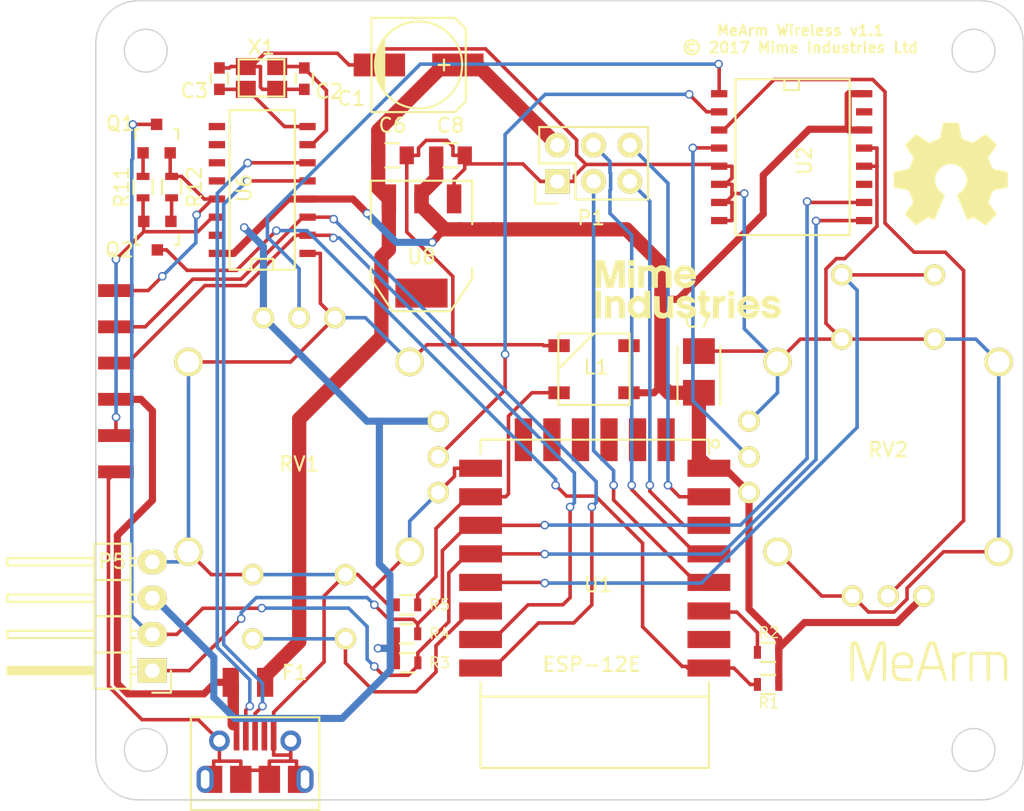
<source format=kicad_pcb>
(kicad_pcb (version 20171130) (host pcbnew "(5.1.12)-1")

  (general
    (thickness 1.6)
    (drawings 18)
    (tracks 535)
    (zones 0)
    (modules 31)
    (nets 30)
  )

  (page A4)
  (layers
    (0 F.Cu signal)
    (31 B.Cu signal)
    (32 B.Adhes user hide)
    (33 F.Adhes user hide)
    (34 B.Paste user hide)
    (35 F.Paste user hide)
    (36 B.SilkS user hide)
    (37 F.SilkS user hide)
    (38 B.Mask user hide)
    (39 F.Mask user hide)
    (40 Dwgs.User user hide)
    (41 Cmts.User user hide)
    (42 Eco1.User user hide)
    (43 Eco2.User user hide)
    (44 Edge.Cuts user)
    (45 Margin user hide)
    (46 B.CrtYd user hide)
    (47 F.CrtYd user hide)
    (48 B.Fab user hide)
    (49 F.Fab user hide)
  )

  (setup
    (last_trace_width 0.25)
    (user_trace_width 0.2)
    (user_trace_width 0.5)
    (user_trace_width 1)
    (trace_clearance 0.2)
    (zone_clearance 0.508)
    (zone_45_only yes)
    (trace_min 0.2)
    (via_size 0.6)
    (via_drill 0.4)
    (via_min_size 0.4)
    (via_min_drill 0.3)
    (uvia_size 0.3)
    (uvia_drill 0.1)
    (uvias_allowed no)
    (uvia_min_size 0.2)
    (uvia_min_drill 0.1)
    (edge_width 0.15)
    (segment_width 0.15)
    (pcb_text_width 0.3)
    (pcb_text_size 1.5 1.5)
    (mod_edge_width 0.15)
    (mod_text_size 1 1)
    (mod_text_width 0.15)
    (pad_size 1.2 1.9)
    (pad_drill 0.6)
    (pad_to_mask_clearance 0.2)
    (aux_axis_origin 0 0)
    (visible_elements 7FFFFFFF)
    (pcbplotparams
      (layerselection 0x010fc_80000001)
      (usegerberextensions true)
      (usegerberattributes true)
      (usegerberadvancedattributes true)
      (creategerberjobfile true)
      (excludeedgelayer true)
      (linewidth 0.100000)
      (plotframeref false)
      (viasonmask false)
      (mode 1)
      (useauxorigin false)
      (hpglpennumber 1)
      (hpglpenspeed 20)
      (hpglpendiameter 15.000000)
      (psnegative false)
      (psa4output false)
      (plotreference true)
      (plotvalue true)
      (plotinvisibletext false)
      (padsonsilk false)
      (subtractmaskfromsilk false)
      (outputformat 1)
      (mirror false)
      (drillshape 0)
      (scaleselection 1)
      (outputdirectory "output/v1.1/"))
  )

  (net 0 "")
  (net 1 GND)
  (net 2 +3V3)
  (net 3 VSS)
  (net 4 BUTTON1)
  (net 5 BUTTON2)
  (net 6 BASE_SERVO)
  (net 7 LEFT_SERVO)
  (net 8 RIGHT_SERVO)
  (net 9 GRIP_SERVO)
  (net 10 +5V)
  (net 11 "Net-(C2-Pad1)")
  (net 12 "Net-(C3-Pad1)")
  (net 13 "Net-(P2-Pad3)")
  (net 14 "Net-(P2-Pad2)")
  (net 15 "Net-(P4-Pad6)")
  (net 16 "Net-(P4-Pad2)")
  (net 17 "Net-(Q1-Pad2)")
  (net 18 "Net-(Q2-Pad2)")
  (net 19 TX)
  (net 20 RX)
  (net 21 LED)
  (net 22 SCL)
  (net 23 SDA)
  (net 24 RESET)
  (net 25 "Net-(R2-Pad2)")
  (net 26 "Net-(RV1-Pad2)")
  (net 27 "Net-(RV1-Pad5)")
  (net 28 "Net-(RV2-Pad2)")
  (net 29 "Net-(RV2-Pad5)")

  (net_class Default "This is the default net class."
    (clearance 0.2)
    (trace_width 0.25)
    (via_dia 0.6)
    (via_drill 0.4)
    (uvia_dia 0.3)
    (uvia_drill 0.1)
    (add_net BASE_SERVO)
    (add_net BUTTON1)
    (add_net BUTTON2)
    (add_net GND)
    (add_net GRIP_SERVO)
    (add_net LED)
    (add_net LEFT_SERVO)
    (add_net "Net-(C2-Pad1)")
    (add_net "Net-(C3-Pad1)")
    (add_net "Net-(P2-Pad2)")
    (add_net "Net-(P2-Pad3)")
    (add_net "Net-(P4-Pad2)")
    (add_net "Net-(P4-Pad6)")
    (add_net "Net-(Q1-Pad2)")
    (add_net "Net-(Q2-Pad2)")
    (add_net "Net-(R2-Pad2)")
    (add_net "Net-(RV1-Pad2)")
    (add_net "Net-(RV1-Pad5)")
    (add_net "Net-(RV2-Pad2)")
    (add_net "Net-(RV2-Pad5)")
    (add_net RESET)
    (add_net RIGHT_SERVO)
    (add_net RX)
    (add_net SCL)
    (add_net SDA)
    (add_net TX)
  )

  (net_class HIGHPOWER ""
    (clearance 0.2)
    (trace_width 1)
    (via_dia 1)
    (via_drill 0.8)
    (uvia_dia 0.3)
    (uvia_drill 0.1)
    (add_net +5V)
    (add_net VSS)
  )

  (net_class POWER ""
    (clearance 0.3)
    (trace_width 0.5)
    (via_dia 0.6)
    (via_drill 0.4)
    (uvia_dia 0.3)
    (uvia_drill 0.1)
    (add_net +3V3)
  )

  (module Custom:MIME_LOGO (layer F.Cu) (tedit 0) (tstamp 57D6C04F)
    (at 153.29 93.48)
    (path /57D2D6DF)
    (fp_text reference ART3 (at 0 0) (layer F.SilkS) hide
      (effects (font (size 1.524 1.524) (thickness 0.3)))
    )
    (fp_text value LOGO (at 0.75 0) (layer F.SilkS) hide
      (effects (font (size 1.524 1.524) (thickness 0.3)))
    )
    (fp_poly (pts (xy -1.2192 -1.651) (xy -1.405467 -1.651) (xy -1.498381 -1.653161) (xy -1.570367 -1.658856)
      (xy -1.607306 -1.666911) (xy -1.608667 -1.667934) (xy -1.616917 -1.699945) (xy -1.622944 -1.768625)
      (xy -1.62557 -1.859854) (xy -1.6256 -1.871134) (xy -1.6256 -2.0574) (xy -1.2192 -2.0574)
      (xy -1.2192 -1.651)) (layer F.SilkS) (width 0.01))
    (fp_poly (pts (xy -0.008463 -1.68571) (xy 0.124353 -1.633555) (xy 0.218855 -1.566548) (xy 0.29801 -1.499798)
      (xy 0.345855 -1.553586) (xy 0.440246 -1.625588) (xy 0.567942 -1.675217) (xy 0.715505 -1.699998)
      (xy 0.869495 -1.697452) (xy 0.992573 -1.672808) (xy 1.12519 -1.608491) (xy 1.242029 -1.504773)
      (xy 1.330647 -1.372944) (xy 1.336528 -1.3607) (xy 1.356269 -1.31595) (xy 1.371136 -1.272715)
      (xy 1.38182 -1.223144) (xy 1.389015 -1.15938) (xy 1.393415 -1.073572) (xy 1.395712 -0.957865)
      (xy 1.3966 -0.804405) (xy 1.396751 -0.678382) (xy 1.397 -0.124864) (xy 1.0033 -0.1397)
      (xy 0.9906 -0.669007) (xy 0.9779 -1.198313) (xy 0.906633 -1.259557) (xy 0.808889 -1.312596)
      (xy 0.69878 -1.322612) (xy 0.590188 -1.290073) (xy 0.52745 -1.246735) (xy 0.4445 -1.172669)
      (xy 0.436697 -0.649835) (xy 0.428894 -0.127) (xy 0.0254 -0.127) (xy 0.0254 -0.623562)
      (xy 0.024246 -0.818313) (xy 0.019964 -0.968891) (xy 0.011319 -1.081885) (xy -0.002921 -1.163887)
      (xy -0.023991 -1.221487) (xy -0.053123 -1.261275) (xy -0.091552 -1.289844) (xy -0.100194 -1.294648)
      (xy -0.18652 -1.31903) (xy -0.287147 -1.31616) (xy -0.385066 -1.290033) (xy -0.463271 -1.244646)
      (xy -0.49841 -1.20109) (xy -0.505773 -1.162558) (xy -0.513412 -1.081768) (xy -0.520792 -0.967253)
      (xy -0.527374 -0.827549) (xy -0.532622 -0.67119) (xy -0.533238 -0.6477) (xy -0.5461 -0.1397)
      (xy -0.9398 -0.124864) (xy -0.9398 -1.6764) (xy -0.7493 -1.6764) (xy -0.65243 -1.675708)
      (xy -0.595651 -1.671103) (xy -0.568254 -1.658796) (xy -0.559531 -1.634994) (xy -0.5588 -1.608964)
      (xy -0.555522 -1.563143) (xy -0.538483 -1.561118) (xy -0.51435 -1.580501) (xy -0.384643 -1.66092)
      (xy -0.228872 -1.698806) (xy -0.165546 -1.7018) (xy -0.008463 -1.68571)) (layer F.SilkS) (width 0.01))
    (fp_poly (pts (xy -1.2192 -0.127) (xy -1.405467 -0.127) (xy -1.498381 -0.129161) (xy -1.570367 -0.134856)
      (xy -1.607306 -0.142911) (xy -1.608667 -0.143934) (xy -1.613154 -0.172858) (xy -1.617194 -0.245797)
      (xy -1.620623 -0.355968) (xy -1.623277 -0.496588) (xy -1.624991 -0.660871) (xy -1.6256 -0.842035)
      (xy -1.6256 -1.524) (xy -1.2192 -1.524) (xy -1.2192 -0.127)) (layer F.SilkS) (width 0.01))
    (fp_poly (pts (xy -3.626413 -2.051832) (xy -3.315825 -2.0447) (xy -3.124763 -1.366362) (xy -3.074508 -1.189129)
      (xy -3.028267 -1.028311) (xy -2.987923 -0.89028) (xy -2.955359 -0.781404) (xy -2.932458 -0.708054)
      (xy -2.921104 -0.676599) (xy -2.920656 -0.675985) (xy -2.910828 -0.696277) (xy -2.88952 -0.759557)
      (xy -2.85855 -0.859784) (xy -2.819732 -0.990915) (xy -2.774882 -1.146908) (xy -2.725817 -1.321723)
      (xy -2.716788 -1.354323) (xy -2.525963 -2.0447) (xy -2.202476 -2.051812) (xy -1.878988 -2.058922)
      (xy -1.885644 -1.099312) (xy -1.8923 -0.1397) (xy -2.285206 -0.124878) (xy -2.2987 -1.548322)
      (xy -2.461304 -0.958311) (xy -2.509018 -0.785478) (xy -2.554251 -0.622183) (xy -2.594602 -0.477055)
      (xy -2.627668 -0.358722) (xy -2.651048 -0.275812) (xy -2.659138 -0.24765) (xy -2.694369 -0.127)
      (xy -3.147213 -0.127) (xy -3.17316 -0.22225) (xy -3.187006 -0.272711) (xy -3.212221 -0.364238)
      (xy -3.246624 -0.488935) (xy -3.288038 -0.638908) (xy -3.334283 -0.806263) (xy -3.371204 -0.9398)
      (xy -3.5433 -1.5621) (xy -3.556792 -0.127) (xy -3.937 -0.127) (xy -3.937 -2.058963)
      (xy -3.626413 -2.051832)) (layer F.SilkS) (width 0.01))
    (fp_poly (pts (xy 2.498727 -1.681769) (xy 2.625702 -1.656609) (xy 2.731988 -1.608098) (xy 2.831849 -1.530852)
      (xy 2.879598 -1.484144) (xy 2.982475 -1.353595) (xy 3.049886 -1.205873) (xy 3.086321 -1.02968)
      (xy 3.093372 -0.94615) (xy 3.10517 -0.7366) (xy 2.530485 -0.7366) (xy 2.353132 -0.735604)
      (xy 2.201454 -0.732771) (xy 2.081253 -0.728339) (xy 1.998334 -0.722545) (xy 1.9585 -0.715625)
      (xy 1.9558 -0.713149) (xy 1.973894 -0.672184) (xy 2.019375 -0.614762) (xy 2.07904 -0.554976)
      (xy 2.139687 -0.506915) (xy 2.160764 -0.494388) (xy 2.258517 -0.464874) (xy 2.369104 -0.463266)
      (xy 2.476856 -0.486374) (xy 2.566107 -0.531006) (xy 2.617971 -0.587511) (xy 2.63743 -0.611065)
      (xy 2.672206 -0.625384) (xy 2.733285 -0.632624) (xy 2.831652 -0.634938) (xy 2.860105 -0.635)
      (xy 2.964674 -0.63444) (xy 3.027659 -0.630996) (xy 3.058272 -0.622029) (xy 3.06573 -0.604899)
      (xy 3.059515 -0.57785) (xy 2.990268 -0.432625) (xy 2.881946 -0.309374) (xy 2.742861 -0.211767)
      (xy 2.581324 -0.143472) (xy 2.405646 -0.108157) (xy 2.22414 -0.109492) (xy 2.072045 -0.142003)
      (xy 1.949305 -0.202118) (xy 1.826154 -0.298195) (xy 1.715226 -0.417103) (xy 1.629154 -0.545707)
      (xy 1.586771 -0.646449) (xy 1.551629 -0.850309) (xy 1.563268 -1.048451) (xy 1.574011 -1.084279)
      (xy 1.9558 -1.084279) (xy 1.97971 -1.078099) (xy 2.045488 -1.072879) (xy 2.144204 -1.069042)
      (xy 2.266928 -1.067012) (xy 2.3241 -1.0668) (xy 2.472861 -1.067708) (xy 2.577455 -1.070843)
      (xy 2.644489 -1.07683) (xy 2.680572 -1.086289) (xy 2.69231 -1.099844) (xy 2.6924 -1.101475)
      (xy 2.673058 -1.155099) (xy 2.624115 -1.219626) (xy 2.559195 -1.279273) (xy 2.513618 -1.308608)
      (xy 2.420223 -1.33725) (xy 2.308074 -1.344513) (xy 2.200697 -1.330579) (xy 2.136357 -1.305689)
      (xy 2.085467 -1.264891) (xy 2.030053 -1.20543) (xy 1.983051 -1.143168) (xy 1.957399 -1.09397)
      (xy 1.9558 -1.084279) (xy 1.574011 -1.084279) (xy 1.618952 -1.234141) (xy 1.715948 -1.400647)
      (xy 1.851522 -1.541234) (xy 1.986496 -1.630826) (xy 2.048782 -1.659571) (xy 2.113873 -1.677161)
      (xy 2.196887 -1.686105) (xy 2.312938 -1.688913) (xy 2.3368 -1.68896) (xy 2.498727 -1.681769)) (layer F.SilkS) (width 0.01))
    (fp_poly (pts (xy 5.7912 0.4826) (xy 5.3848 0.4826) (xy 5.3848 0.0762) (xy 5.7912 0.0762)
      (xy 5.7912 0.4826)) (layer F.SilkS) (width 0.01))
    (fp_poly (pts (xy -6.043388 -2.057426) (xy -5.777274 -2.05684) (xy -5.550705 -2.0553) (xy -5.359931 -2.052393)
      (xy -5.2012 -2.047704) (xy -5.070761 -2.040821) (xy -4.964862 -2.031329) (xy -4.879754 -2.018813)
      (xy -4.811683 -2.00286) (xy -4.756899 -1.983055) (xy -4.711652 -1.958985) (xy -4.672189 -1.930234)
      (xy -4.634759 -1.89639) (xy -4.595612 -1.857038) (xy -4.559288 -1.820057) (xy -4.504045 -1.763691)
      (xy -4.457951 -1.711977) (xy -4.420178 -1.65986) (xy -4.389898 -1.602287) (xy -4.366282 -1.534204)
      (xy -4.348502 -1.450555) (xy -4.33573 -1.346286) (xy -4.327138 -1.216344) (xy -4.321897 -1.055674)
      (xy -4.319179 -0.859221) (xy -4.318156 -0.621931) (xy -4.318 -0.347584) (xy -4.318 0.6604)
      (xy -5.0038 0.6604) (xy -5.0038 -0.218412) (xy -5.00407 -0.471346) (xy -5.005383 -0.678619)
      (xy -5.008497 -0.845371) (xy -5.014172 -0.97674) (xy -5.023165 -1.077864) (xy -5.036234 -1.153883)
      (xy -5.054138 -1.209934) (xy -5.077634 -1.251157) (xy -5.107481 -1.28269) (xy -5.144436 -1.309673)
      (xy -5.166868 -1.323704) (xy -5.185706 -1.333882) (xy -5.208882 -1.342503) (xy -5.240498 -1.349697)
      (xy -5.284656 -1.355593) (xy -5.345457 -1.36032) (xy -5.427003 -1.364006) (xy -5.533396 -1.36678)
      (xy -5.668737 -1.368772) (xy -5.837129 -1.370111) (xy -6.042672 -1.370924) (xy -6.28947 -1.371342)
      (xy -6.581622 -1.371492) (xy -6.687812 -1.371506) (xy -7.006238 -1.371534) (xy -7.277845 -1.371318)
      (xy -7.506612 -1.370469) (xy -7.696521 -1.368601) (xy -7.85155 -1.365327) (xy -7.975681 -1.360259)
      (xy -8.072893 -1.353011) (xy -8.147167 -1.343196) (xy -8.202483 -1.330426) (xy -8.242822 -1.314315)
      (xy -8.272163 -1.294475) (xy -8.294486 -1.27052) (xy -8.313773 -1.242063) (xy -8.332229 -1.211617)
      (xy -8.345395 -1.187514) (xy -8.356007 -1.159282) (xy -8.364339 -1.121516) (xy -8.370666 -1.068814)
      (xy -8.375262 -0.995772) (xy -8.378402 -0.896988) (xy -8.380362 -0.767057) (xy -8.381416 -0.600577)
      (xy -8.381839 -0.392143) (xy -8.381906 -0.23495) (xy -8.382 0.6604) (xy -9.0678 0.6604)
      (xy -9.0678 -0.380048) (xy -9.067708 -0.638073) (xy -9.067267 -0.850556) (xy -9.066238 -1.022753)
      (xy -9.064377 -1.159923) (xy -9.061442 -1.267322) (xy -9.057192 -1.350209) (xy -9.051384 -1.41384)
      (xy -9.043776 -1.463472) (xy -9.034126 -1.504364) (xy -9.022191 -1.541773) (xy -9.013158 -1.566539)
      (xy -8.930167 -1.721198) (xy -8.808899 -1.85742) (xy -8.661473 -1.963175) (xy -8.571841 -2.004666)
      (xy -8.54295 -2.015014) (xy -8.513088 -2.023911) (xy -8.47839 -2.031469) (xy -8.434995 -2.037795)
      (xy -8.37904 -2.042999) (xy -8.306664 -2.047191) (xy -8.214003 -2.05048) (xy -8.097195 -2.052975)
      (xy -7.952378 -2.054786) (xy -7.775689 -2.056021) (xy -7.563266 -2.056791) (xy -7.311246 -2.057205)
      (xy -7.015768 -2.057371) (xy -6.709258 -2.0574) (xy -6.352799 -2.057475) (xy -6.043388 -2.057426)) (layer F.Mask) (width 0.01))
    (fp_poly (pts (xy 5.7912 2.0066) (xy 5.3848 2.0066) (xy 5.3848 0.6096) (xy 5.7912 0.6096)
      (xy 5.7912 2.0066)) (layer F.SilkS) (width 0.01))
    (fp_poly (pts (xy 5.176318 0.626865) (xy 5.1689 0.821931) (xy 5.045359 0.829038) (xy 4.915502 0.852925)
      (xy 4.817383 0.911028) (xy 4.756503 0.983397) (xy 4.740243 1.014923) (xy 4.727964 1.058173)
      (xy 4.718928 1.120735) (xy 4.712396 1.210197) (xy 4.707629 1.334145) (xy 4.703888 1.500168)
      (xy 4.70337 1.529143) (xy 4.695041 2.0066) (xy 4.291855 2.0066) (xy 4.298577 1.23825)
      (xy 4.3053 0.4699) (xy 4.494654 0.4699) (xy 4.591673 0.470919) (xy 4.649512 0.476376)
      (xy 4.679785 0.489864) (xy 4.694104 0.514979) (xy 4.698939 0.533143) (xy 4.714132 0.573518)
      (xy 4.731974 0.566786) (xy 4.734968 0.562249) (xy 4.782116 0.520768) (xy 4.862329 0.480992)
      (xy 4.958114 0.449609) (xy 5.05198 0.433306) (xy 5.074718 0.432357) (xy 5.183736 0.4318)
      (xy 5.176318 0.626865)) (layer F.SilkS) (width 0.01))
    (fp_poly (pts (xy 3.7846 0.4572) (xy 4.064 0.4572) (xy 4.064 0.8382) (xy 3.7846 0.8382)
      (xy 3.785205 1.09855) (xy 3.789395 1.280072) (xy 3.802542 1.416749) (xy 3.826952 1.514098)
      (xy 3.864928 1.577636) (xy 3.918776 1.61288) (xy 3.9908 1.625348) (xy 4.005354 1.6256)
      (xy 4.0894 1.6256) (xy 4.0894 2.0066) (xy 3.96875 2.00481) (xy 3.869227 1.995265)
      (xy 3.770474 1.973718) (xy 3.747627 1.966231) (xy 3.630961 1.906864) (xy 3.540698 1.819239)
      (xy 3.465483 1.692261) (xy 3.463986 1.6891) (xy 3.439864 1.633413) (xy 3.423192 1.579038)
      (xy 3.412612 1.514969) (xy 3.406767 1.430201) (xy 3.404298 1.313727) (xy 3.403848 1.201683)
      (xy 3.4036 0.841266) (xy 3.2131 0.8255) (xy 3.2131 0.4699) (xy 3.30835 0.462016)
      (xy 3.4036 0.454133) (xy 3.4036 0.0762) (xy 3.7846 0.0762) (xy 3.7846 0.4572)) (layer F.SilkS) (width 0.01))
    (fp_poly (pts (xy -2.248863 0.47752) (xy -2.113566 0.557472) (xy -2.065433 0.600387) (xy -2.009067 0.662044)
      (xy -1.96519 0.725793) (xy -1.932294 0.798865) (xy -1.908868 0.888488) (xy -1.893403 1.001894)
      (xy -1.88439 1.146312) (xy -1.880319 1.328971) (xy -1.8796 1.49051) (xy -1.8796 2.0066)
      (xy -2.286 2.0066) (xy -2.286 1.487316) (xy -2.28617 1.312356) (xy -2.28719 1.1808)
      (xy -2.289828 1.085253) (xy -2.294852 1.018318) (xy -2.30303 0.972601) (xy -2.315129 0.940705)
      (xy -2.331917 0.915234) (xy -2.347301 0.896766) (xy -2.389891 0.85496) (xy -2.436953 0.833565)
      (xy -2.507238 0.826071) (xy -2.552585 0.8255) (xy -2.639015 0.828551) (xy -2.694766 0.842777)
      (xy -2.739835 0.875781) (xy -2.770684 0.90845) (xy -2.8448 0.991401) (xy -2.8448 2.0066)
      (xy -3.2512 2.0066) (xy -3.2512 0.4572) (xy -2.8702 0.4572) (xy -2.8702 0.618455)
      (xy -2.812704 0.564439) (xy -2.688764 0.480718) (xy -2.546671 0.438652) (xy -2.396635 0.43775)
      (xy -2.248863 0.47752)) (layer F.SilkS) (width 0.01))
    (fp_poly (pts (xy -3.556 2.0066) (xy -3.937 2.0066) (xy -3.937 0.0762) (xy -3.556 0.0762)
      (xy -3.556 2.0066)) (layer F.SilkS) (width 0.01))
    (fp_poly (pts (xy -5.884602 -0.678985) (xy -5.780808 -0.611405) (xy -5.722731 -0.542133) (xy -5.710476 -0.519769)
      (xy -5.700501 -0.490292) (xy -5.692511 -0.448407) (xy -5.686215 -0.388819) (xy -5.681319 -0.30623)
      (xy -5.677531 -0.195346) (xy -5.674559 -0.050871) (xy -5.67211 0.132492) (xy -5.669891 0.360038)
      (xy -5.66934 0.424279) (xy -5.661779 1.3208) (xy -4.318 1.3208) (xy -4.318 2.0066)
      (xy -9.0678 2.0066) (xy -9.0678 1.3208) (xy -7.7216 1.3208) (xy -7.7216 0.443238)
      (xy -7.721466 0.198845) (xy -7.720608 -0.000192) (xy -7.718343 -0.159317) (xy -7.713988 -0.283973)
      (xy -7.706859 -0.379606) (xy -7.696273 -0.451658) (xy -7.681547 -0.505574) (xy -7.661997 -0.546798)
      (xy -7.636941 -0.580773) (xy -7.605695 -0.612943) (xy -7.58681 -0.630733) (xy -7.492257 -0.687013)
      (xy -7.380827 -0.70527) (xy -7.266701 -0.687681) (xy -7.164055 -0.636425) (xy -7.087252 -0.553979)
      (xy -7.073656 -0.529529) (xy -7.062699 -0.5018) (xy -7.054095 -0.465369) (xy -7.047561 -0.414816)
      (xy -7.042812 -0.344716) (xy -7.039564 -0.249648) (xy -7.037532 -0.12419) (xy -7.036432 0.03708)
      (xy -7.035981 0.239586) (xy -7.035895 0.42545) (xy -7.0358 1.3208) (xy -6.378366 1.3208)
      (xy -6.370533 0.424277) (xy -6.368253 0.184873) (xy -6.365828 -0.009026) (xy -6.362965 -0.162717)
      (xy -6.359369 -0.281493) (xy -6.354747 -0.370652) (xy -6.348803 -0.435488) (xy -6.341245 -0.481296)
      (xy -6.331778 -0.513373) (xy -6.320108 -0.537012) (xy -6.31687 -0.542135) (xy -6.22763 -0.637423)
      (xy -6.118709 -0.691994) (xy -6.000801 -0.705848) (xy -5.884602 -0.678985)) (layer F.Mask) (width 0.01))
    (fp_poly (pts (xy 8.458263 0.438063) (xy 8.627918 0.479176) (xy 8.776109 0.554915) (xy 8.896114 0.662463)
      (xy 8.981209 0.799) (xy 9.002793 0.85725) (xy 9.009194 0.884825) (xy 9.001419 0.901703)
      (xy 8.970285 0.910508) (xy 8.906606 0.913866) (xy 8.802811 0.9144) (xy 8.70064 0.911706)
      (xy 8.625553 0.904401) (xy 8.587754 0.893643) (xy 8.5852 0.889652) (xy 8.56299 0.858326)
      (xy 8.507607 0.825828) (xy 8.435924 0.799719) (xy 8.364811 0.787562) (xy 8.357045 0.7874)
      (xy 8.276001 0.797411) (xy 8.196497 0.822928) (xy 8.133873 0.857172) (xy 8.103468 0.893367)
      (xy 8.1026 0.899818) (xy 8.127659 0.949516) (xy 8.20239 0.992086) (xy 8.326122 1.027207)
      (xy 8.3947 1.040018) (xy 8.605265 1.083279) (xy 8.769969 1.137103) (xy 8.893105 1.203976)
      (xy 8.978966 1.286387) (xy 9.031846 1.386821) (xy 9.040124 1.41395) (xy 9.055368 1.487136)
      (xy 9.059173 1.542674) (xy 9.057468 1.553029) (xy 9.044043 1.603047) (xy 9.031454 1.656884)
      (xy 8.994041 1.739816) (xy 8.923215 1.829377) (xy 8.831913 1.911403) (xy 8.752704 1.962139)
      (xy 8.657716 1.994874) (xy 8.529987 2.016629) (xy 8.386538 2.02666) (xy 8.244385 2.024223)
      (xy 8.120549 2.008575) (xy 8.061587 1.992341) (xy 7.906187 1.908939) (xy 7.779294 1.786673)
      (xy 7.687194 1.632364) (xy 7.659213 1.55575) (xy 7.652917 1.526978) (xy 7.661955 1.509962)
      (xy 7.69593 1.501617) (xy 7.764449 1.498858) (xy 7.837185 1.4986) (xy 7.93938 1.500251)
      (xy 8.006776 1.508049) (xy 8.055338 1.526258) (xy 8.101033 1.559143) (xy 8.117753 1.573547)
      (xy 8.193561 1.625484) (xy 8.275355 1.660993) (xy 8.293976 1.66554) (xy 8.404578 1.674369)
      (xy 8.504112 1.661173) (xy 8.58374 1.630128) (xy 8.634625 1.585411) (xy 8.647929 1.5312)
      (xy 8.63825 1.502805) (xy 8.594559 1.462105) (xy 8.519556 1.425918) (xy 8.432616 1.402163)
      (xy 8.379713 1.397141) (xy 8.303841 1.387639) (xy 8.200552 1.36307) (xy 8.086499 1.328742)
      (xy 7.978337 1.289965) (xy 7.892721 1.252048) (xy 7.857376 1.230629) (xy 7.760858 1.130188)
      (xy 7.7081 1.01557) (xy 7.696899 0.89424) (xy 7.725053 0.773661) (xy 7.790362 0.661296)
      (xy 7.890624 0.564608) (xy 8.023638 0.491062) (xy 8.081452 0.47099) (xy 8.273867 0.434395)
      (xy 8.458263 0.438063)) (layer F.SilkS) (width 0.01))
    (fp_poly (pts (xy 7.035479 0.472158) (xy 7.128339 0.508541) (xy 7.214224 0.564564) (xy 7.310123 0.651419)
      (xy 7.315022 0.656308) (xy 7.415926 0.77196) (xy 7.48586 0.891434) (xy 7.531144 1.029365)
      (xy 7.558097 1.200385) (xy 7.560481 1.224706) (xy 7.576494 1.397) (xy 6.399495 1.397)
      (xy 6.437335 1.470174) (xy 6.48298 1.536198) (xy 6.545204 1.602018) (xy 6.554236 1.609874)
      (xy 6.611167 1.64972) (xy 6.672834 1.669849) (xy 6.75986 1.676242) (xy 6.783675 1.6764)
      (xy 6.873827 1.673207) (xy 6.935259 1.658402) (xy 6.989914 1.624144) (xy 7.032455 1.5875)
      (xy 7.08524 1.542428) (xy 7.130512 1.515915) (xy 7.184561 1.50305) (xy 7.263674 1.498924)
      (xy 7.327382 1.4986) (xy 7.523907 1.4986) (xy 7.506432 1.568222) (xy 7.459985 1.673821)
      (xy 7.378603 1.783076) (xy 7.274755 1.88138) (xy 7.189859 1.939007) (xy 7.111852 1.979178)
      (xy 7.041041 2.003632) (xy 6.958639 2.016844) (xy 6.845858 2.023285) (xy 6.834259 2.023664)
      (xy 6.726023 2.024456) (xy 6.630542 2.020502) (xy 6.564389 2.012622) (xy 6.553035 2.009713)
      (xy 6.379274 1.92695) (xy 6.228717 1.802892) (xy 6.10928 1.644687) (xy 6.073411 1.576491)
      (xy 6.017959 1.403134) (xy 6.00228 1.215345) (xy 6.021432 1.0668) (xy 6.395811 1.0668)
      (xy 7.167476 1.0668) (xy 7.120688 0.986905) (xy 7.042655 0.885205) (xy 6.947232 0.825327)
      (xy 6.82349 0.801247) (xy 6.7818 0.8001) (xy 6.654587 0.812909) (xy 6.558097 0.856702)
      (xy 6.477726 0.939522) (xy 6.447526 0.98425) (xy 6.395811 1.0668) (xy 6.021432 1.0668)
      (xy 6.026258 1.029373) (xy 6.078376 0.883553) (xy 6.186679 0.716979) (xy 6.326734 0.586405)
      (xy 6.491736 0.494757) (xy 6.67488 0.44496) (xy 6.869361 0.439939) (xy 7.035479 0.472158)) (layer F.SilkS) (width 0.01))
    (fp_poly (pts (xy 2.634565 0.465889) (xy 2.783511 0.527601) (xy 2.908626 0.621778) (xy 2.972455 0.697802)
      (xy 3.022851 0.779119) (xy 3.039599 0.81915) (xy 3.068645 0.9144) (xy 2.855122 0.9144)
      (xy 2.744083 0.91136) (xy 2.67098 0.902744) (xy 2.64186 0.889308) (xy 2.6416 0.887703)
      (xy 2.618731 0.855907) (xy 2.560131 0.826359) (xy 2.48081 0.803769) (xy 2.395776 0.792846)
      (xy 2.34393 0.794304) (xy 2.23635 0.819016) (xy 2.174761 0.863499) (xy 2.159 0.914428)
      (xy 2.171345 0.947596) (xy 2.212352 0.97659) (xy 2.287981 1.003741) (xy 2.404188 1.03138)
      (xy 2.509977 1.051743) (xy 2.714555 1.099) (xy 2.872389 1.15923) (xy 2.98639 1.234664)
      (xy 3.059465 1.327533) (xy 3.094523 1.440069) (xy 3.098705 1.503296) (xy 3.078673 1.659613)
      (xy 3.016762 1.789875) (xy 2.910659 1.897725) (xy 2.8067 1.962969) (xy 2.702222 1.999431)
      (xy 2.566078 2.021478) (xy 2.415452 2.028644) (xy 2.267526 2.020461) (xy 2.139483 1.996459)
      (xy 2.097562 1.982277) (xy 1.948917 1.899118) (xy 1.826687 1.783986) (xy 1.750056 1.6637)
      (xy 1.716263 1.586253) (xy 1.706611 1.537833) (xy 1.727526 1.511627) (xy 1.785434 1.500824)
      (xy 1.886761 1.498612) (xy 1.905797 1.4986) (xy 2.013254 1.500752) (xy 2.079608 1.508348)
      (xy 2.114417 1.523099) (xy 2.124829 1.537781) (xy 2.164273 1.582922) (xy 2.237919 1.625627)
      (xy 2.329386 1.658795) (xy 2.422291 1.675324) (xy 2.443738 1.676025) (xy 2.56373 1.66203)
      (xy 2.64532 1.622231) (xy 2.685072 1.558486) (xy 2.687572 1.544169) (xy 2.685322 1.496906)
      (xy 2.660502 1.462176) (xy 2.605253 1.435388) (xy 2.511717 1.411954) (xy 2.437734 1.398247)
      (xy 2.239969 1.358631) (xy 2.08582 1.314741) (xy 1.968124 1.263802) (xy 1.879717 1.203041)
      (xy 1.844663 1.168556) (xy 1.788602 1.099603) (xy 1.761243 1.039594) (xy 1.752867 0.964241)
      (xy 1.7526 0.938465) (xy 1.760017 0.847172) (xy 1.778754 0.765203) (xy 1.789402 0.739109)
      (xy 1.877025 0.621941) (xy 1.9986 0.532099) (xy 2.144633 0.470577) (xy 2.305634 0.438372)
      (xy 2.472108 0.436477) (xy 2.634565 0.465889)) (layer F.SilkS) (width 0.01))
    (fp_poly (pts (xy 1.524 2.0066) (xy 1.3335 2.0066) (xy 1.23663 2.005919) (xy 1.179852 2.001331)
      (xy 1.152456 1.989017) (xy 1.143731 1.965159) (xy 1.143 1.938672) (xy 1.143 1.870744)
      (xy 1.08585 1.92428) (xy 1.017915 1.9741) (xy 0.957196 2.004908) (xy 0.853724 2.026916)
      (xy 0.726534 2.030022) (xy 0.598627 2.015269) (xy 0.493503 1.983922) (xy 0.412346 1.933901)
      (xy 0.33222 1.86449) (xy 0.308623 1.83843) (xy 0.259986 1.773379) (xy 0.22238 1.705292)
      (xy 0.194456 1.626683) (xy 0.174864 1.530069) (xy 0.162254 1.407966) (xy 0.155276 1.252891)
      (xy 0.152581 1.057359) (xy 0.1524 0.972221) (xy 0.1524 0.455063) (xy 0.34925 0.462481)
      (xy 0.5461 0.4699) (xy 0.5715 1.528508) (xy 0.642766 1.589754) (xy 0.729551 1.636617)
      (xy 0.83227 1.651888) (xy 0.935654 1.637679) (xy 1.024434 1.596099) (xy 1.083341 1.52926)
      (xy 1.083555 1.528826) (xy 1.090623 1.491083) (xy 1.098004 1.41103) (xy 1.105177 1.297149)
      (xy 1.111619 1.157922) (xy 1.116809 1.001833) (xy 1.117437 0.9779) (xy 1.1303 0.4699)
      (xy 1.32715 0.462481) (xy 1.524 0.455063) (xy 1.524 2.0066)) (layer F.SilkS) (width 0.01))
    (fp_poly (pts (xy -0.31115 0.081481) (xy -0.1143 0.0889) (xy -0.10099 2.0066) (xy -0.304495 2.0066)
      (xy -0.40538 2.005891) (xy -0.465819 2.001658) (xy -0.496165 1.990739) (xy -0.506771 1.969973)
      (xy -0.508 1.944456) (xy -0.508 1.882313) (xy -0.65028 1.957156) (xy -0.751942 2.00373)
      (xy -0.843372 2.025598) (xy -0.94873 2.029994) (xy -1.054088 2.022488) (xy -1.156994 2.005366)
      (xy -1.209413 1.990924) (xy -1.361807 1.911346) (xy -1.48798 1.794606) (xy -1.585269 1.648548)
      (xy -1.651013 1.481015) (xy -1.682552 1.299851) (xy -1.68085 1.2401) (xy -1.2831 1.2401)
      (xy -1.261421 1.370533) (xy -1.205536 1.488105) (xy -1.11948 1.583935) (xy -1.007286 1.649142)
      (xy -0.89067 1.674109) (xy -0.847178 1.664969) (xy -0.779267 1.639216) (xy -0.745578 1.623797)
      (xy -0.636596 1.545654) (xy -0.562407 1.440179) (xy -0.523488 1.317499) (xy -0.520318 1.18774)
      (xy -0.553375 1.06103) (xy -0.623138 0.947495) (xy -0.70998 0.870036) (xy -0.822746 0.822457)
      (xy -0.945047 0.817392) (xy -1.063541 0.851997) (xy -1.16489 0.923425) (xy -1.207705 0.976173)
      (xy -1.266539 1.105687) (xy -1.2831 1.2401) (xy -1.68085 1.2401) (xy -1.677225 1.112899)
      (xy -1.632371 0.928003) (xy -1.597828 0.845998) (xy -1.515323 0.722091) (xy -1.398765 0.607435)
      (xy -1.264681 0.51599) (xy -1.14895 0.466844) (xy -1.027296 0.441413) (xy -0.910145 0.440855)
      (xy -0.785715 0.467288) (xy -0.642226 0.522831) (xy -0.52705 0.57867) (xy -0.51913 0.559303)
      (xy -0.51282 0.499294) (xy -0.508902 0.408792) (xy -0.508 0.331248) (xy -0.508 0.074063)
      (xy -0.31115 0.081481)) (layer F.SilkS) (width 0.01))
  )

  (module Pin_Headers:Pin_Header_Straight_2x03 (layer F.Cu) (tedit 54EA0A4B) (tstamp 57D6C26A)
    (at 146.682 85.9 90)
    (descr "Through hole pin header")
    (tags "pin header")
    (path /57D2DA78)
    (fp_text reference P1 (at -2.55 2.368 180) (layer F.SilkS)
      (effects (font (size 1 1) (thickness 0.15)))
    )
    (fp_text value CONN_02X03 (at 0 -3.1 90) (layer F.Fab)
      (effects (font (size 1 1) (thickness 0.15)))
    )
    (fp_line (start 3.81 1.27) (end 3.81 -1.27) (layer F.SilkS) (width 0.15))
    (fp_line (start 3.81 -1.27) (end 1.27 -1.27) (layer F.SilkS) (width 0.15))
    (fp_line (start -1.55 -1.55) (end -1.55 0) (layer F.SilkS) (width 0.15))
    (fp_line (start 3.81 6.35) (end 3.81 1.27) (layer F.SilkS) (width 0.15))
    (fp_line (start -1.27 6.35) (end 3.81 6.35) (layer F.SilkS) (width 0.15))
    (fp_line (start 1.27 1.27) (end -1.27 1.27) (layer F.SilkS) (width 0.15))
    (fp_line (start 1.27 -1.27) (end 1.27 1.27) (layer F.SilkS) (width 0.15))
    (fp_line (start -1.75 6.85) (end 4.3 6.85) (layer F.CrtYd) (width 0.05))
    (fp_line (start -1.75 -1.75) (end 4.3 -1.75) (layer F.CrtYd) (width 0.05))
    (fp_line (start 4.3 -1.75) (end 4.3 6.85) (layer F.CrtYd) (width 0.05))
    (fp_line (start -1.75 -1.75) (end -1.75 6.85) (layer F.CrtYd) (width 0.05))
    (fp_line (start -1.55 -1.55) (end 0 -1.55) (layer F.SilkS) (width 0.15))
    (fp_line (start -1.27 1.27) (end -1.27 6.35) (layer F.SilkS) (width 0.15))
    (pad 1 thru_hole rect (at 0 0 90) (size 1.7272 1.7272) (drill 1.016) (layers *.Cu *.Mask F.SilkS)
      (net 1 GND))
    (pad 2 thru_hole oval (at 2.54 0 90) (size 1.7272 1.7272) (drill 1.016) (layers *.Cu *.Mask F.SilkS)
      (net 3 VSS))
    (pad 3 thru_hole oval (at 0 2.54 90) (size 1.7272 1.7272) (drill 1.016) (layers *.Cu *.Mask F.SilkS)
      (net 6 BASE_SERVO))
    (pad 4 thru_hole oval (at 2.54 2.54 90) (size 1.7272 1.7272) (drill 1.016) (layers *.Cu *.Mask F.SilkS)
      (net 7 LEFT_SERVO))
    (pad 5 thru_hole oval (at 0 5.08 90) (size 1.7272 1.7272) (drill 1.016) (layers *.Cu *.Mask F.SilkS)
      (net 8 RIGHT_SERVO))
    (pad 6 thru_hole oval (at 2.54 5.08 90) (size 1.7272 1.7272) (drill 1.016) (layers *.Cu *.Mask F.SilkS)
      (net 9 GRIP_SERVO))
    (model Pin_Headers.3dshapes/Pin_Header_Straight_2x03.wrl
      (offset (xyz 1.269999980926514 -2.539999961853027 0))
      (scale (xyz 1 1 1))
      (rotate (xyz 0 0 90))
    )
  )

  (module Custom:JOYSTICK (layer F.Cu) (tedit 57F7AF1D) (tstamp 57D6C0CF)
    (at 128.584 105.202)
    (path /57D6A9F6/57D6B00D)
    (fp_text reference RV1 (at 0 0.5) (layer F.SilkS)
      (effects (font (size 1 1) (thickness 0.15)))
    )
    (fp_text value DUAL_POT_JOYSTICK (at 0 -0.5) (layer F.Fab)
      (effects (font (size 1 1) (thickness 0.15)))
    )
    (pad 9 thru_hole circle (at 7.75 -6.65) (size 2 2) (drill 1.5) (layers *.Cu *.Mask F.SilkS)
      (net 1 GND))
    (pad 9 thru_hole circle (at -7.75 -6.65) (size 2 2) (drill 1.5) (layers *.Cu *.Mask F.SilkS)
      (net 1 GND))
    (pad 9 thru_hole circle (at -7.75 6.65) (size 2 2) (drill 1.5) (layers *.Cu *.Mask F.SilkS)
      (net 1 GND))
    (pad 9 thru_hole circle (at 7.75 6.65) (size 2 2) (drill 1.5) (layers *.Cu *.Mask F.SilkS)
      (net 1 GND))
    (pad 1 thru_hole circle (at -2.5 -9.75) (size 1.5 1.5) (drill 1) (layers *.Cu *.Mask F.SilkS)
      (net 2 +3V3))
    (pad 2 thru_hole circle (at 0 -9.75) (size 1.5 1.5) (drill 1) (layers *.Cu *.Mask F.SilkS)
      (net 26 "Net-(RV1-Pad2)"))
    (pad 3 thru_hole circle (at 2.5 -9.75) (size 1.5 1.5) (drill 1) (layers *.Cu *.Mask F.SilkS)
      (net 1 GND))
    (pad 4 thru_hole circle (at 9.75 -2.5) (size 1.5 1.5) (drill 1) (layers *.Cu *.Mask F.SilkS)
      (net 2 +3V3))
    (pad 5 thru_hole circle (at 9.75 0) (size 1.5 1.5) (drill 1) (layers *.Cu *.Mask F.SilkS)
      (net 27 "Net-(RV1-Pad5)"))
    (pad 6 thru_hole circle (at 9.75 2.5) (size 1.5 1.5) (drill 1) (layers *.Cu *.Mask F.SilkS)
      (net 1 GND))
    (pad 7 thru_hole circle (at -3.25 8.25) (size 1.5 1.5) (drill 1) (layers *.Cu *.Mask F.SilkS)
      (net 1 GND))
    (pad 7 thru_hole circle (at 3.25 8.25) (size 1.5 1.5) (drill 1) (layers *.Cu *.Mask F.SilkS)
      (net 1 GND))
    (pad 8 thru_hole circle (at -3.25 12.75) (size 1.5 1.5) (drill 1) (layers *.Cu *.Mask F.SilkS)
      (net 4 BUTTON1))
    (pad 8 thru_hole circle (at 3.25 12.75) (size 1.5 1.5) (drill 1) (layers *.Cu *.Mask F.SilkS)
      (net 4 BUTTON1))
  )

  (module Custom:JOYSTICK (layer F.Cu) (tedit 57F7AF1D) (tstamp 57D6C0E1)
    (at 169.86 105.202 180)
    (path /57D6A9F6/57D6B014)
    (fp_text reference RV2 (at 0 0.5 180) (layer F.SilkS)
      (effects (font (size 1 1) (thickness 0.15)))
    )
    (fp_text value DUAL_POT_JOYSTICK (at 0 -0.5 180) (layer F.Fab)
      (effects (font (size 1 1) (thickness 0.15)))
    )
    (pad 9 thru_hole circle (at 7.75 -6.65 180) (size 2 2) (drill 1.5) (layers *.Cu *.Mask F.SilkS)
      (net 1 GND))
    (pad 9 thru_hole circle (at -7.75 -6.65 180) (size 2 2) (drill 1.5) (layers *.Cu *.Mask F.SilkS)
      (net 1 GND))
    (pad 9 thru_hole circle (at -7.75 6.65 180) (size 2 2) (drill 1.5) (layers *.Cu *.Mask F.SilkS)
      (net 1 GND))
    (pad 9 thru_hole circle (at 7.75 6.65 180) (size 2 2) (drill 1.5) (layers *.Cu *.Mask F.SilkS)
      (net 1 GND))
    (pad 1 thru_hole circle (at -2.5 -9.75 180) (size 1.5 1.5) (drill 1) (layers *.Cu *.Mask F.SilkS)
      (net 2 +3V3))
    (pad 2 thru_hole circle (at 0 -9.75 180) (size 1.5 1.5) (drill 1) (layers *.Cu *.Mask F.SilkS)
      (net 28 "Net-(RV2-Pad2)"))
    (pad 3 thru_hole circle (at 2.5 -9.75 180) (size 1.5 1.5) (drill 1) (layers *.Cu *.Mask F.SilkS)
      (net 1 GND))
    (pad 4 thru_hole circle (at 9.75 -2.5 180) (size 1.5 1.5) (drill 1) (layers *.Cu *.Mask F.SilkS)
      (net 2 +3V3))
    (pad 5 thru_hole circle (at 9.75 0 180) (size 1.5 1.5) (drill 1) (layers *.Cu *.Mask F.SilkS)
      (net 29 "Net-(RV2-Pad5)"))
    (pad 6 thru_hole circle (at 9.75 2.5 180) (size 1.5 1.5) (drill 1) (layers *.Cu *.Mask F.SilkS)
      (net 1 GND))
    (pad 7 thru_hole circle (at -3.25 8.25 180) (size 1.5 1.5) (drill 1) (layers *.Cu *.Mask F.SilkS)
      (net 1 GND))
    (pad 7 thru_hole circle (at 3.25 8.25 180) (size 1.5 1.5) (drill 1) (layers *.Cu *.Mask F.SilkS)
      (net 1 GND))
    (pad 8 thru_hole circle (at -3.25 12.75 180) (size 1.5 1.5) (drill 1) (layers *.Cu *.Mask F.SilkS)
      (net 5 BUTTON2))
    (pad 8 thru_hole circle (at 3.25 12.75 180) (size 1.5 1.5) (drill 1) (layers *.Cu *.Mask F.SilkS)
      (net 5 BUTTON2))
  )

  (module Pin_Headers:Pin_Header_Angled_1x04 (layer F.Cu) (tedit 0) (tstamp 57FBB58F)
    (at 118.3 120.18 180)
    (descr "Through hole pin header")
    (tags "pin header")
    (path /57FBB05B)
    (fp_text reference P5 (at 2.81 7.65 180) (layer F.SilkS)
      (effects (font (size 1 1) (thickness 0.15)))
    )
    (fp_text value CONN_01X04 (at 0 -3.1 180) (layer F.Fab)
      (effects (font (size 1 1) (thickness 0.15)))
    )
    (fp_line (start 1.524 3.81) (end 4.064 3.81) (layer F.SilkS) (width 0.15))
    (fp_line (start 1.524 3.81) (end 1.524 6.35) (layer F.SilkS) (width 0.15))
    (fp_line (start 1.524 6.35) (end 4.064 6.35) (layer F.SilkS) (width 0.15))
    (fp_line (start 4.064 4.826) (end 10.16 4.826) (layer F.SilkS) (width 0.15))
    (fp_line (start 10.16 4.826) (end 10.16 5.334) (layer F.SilkS) (width 0.15))
    (fp_line (start 10.16 5.334) (end 4.064 5.334) (layer F.SilkS) (width 0.15))
    (fp_line (start 4.064 6.35) (end 4.064 3.81) (layer F.SilkS) (width 0.15))
    (fp_line (start 4.064 8.89) (end 4.064 6.35) (layer F.SilkS) (width 0.15))
    (fp_line (start 10.16 7.874) (end 4.064 7.874) (layer F.SilkS) (width 0.15))
    (fp_line (start 10.16 7.366) (end 10.16 7.874) (layer F.SilkS) (width 0.15))
    (fp_line (start 4.064 7.366) (end 10.16 7.366) (layer F.SilkS) (width 0.15))
    (fp_line (start 1.524 8.89) (end 4.064 8.89) (layer F.SilkS) (width 0.15))
    (fp_line (start 1.524 6.35) (end 1.524 8.89) (layer F.SilkS) (width 0.15))
    (fp_line (start 1.524 6.35) (end 4.064 6.35) (layer F.SilkS) (width 0.15))
    (fp_line (start 1.524 -1.27) (end 1.524 1.27) (layer F.SilkS) (width 0.15))
    (fp_line (start 1.524 1.27) (end 4.064 1.27) (layer F.SilkS) (width 0.15))
    (fp_line (start 4.064 -0.254) (end 10.16 -0.254) (layer F.SilkS) (width 0.15))
    (fp_line (start 10.16 -0.254) (end 10.16 0.254) (layer F.SilkS) (width 0.15))
    (fp_line (start 10.16 0.254) (end 4.064 0.254) (layer F.SilkS) (width 0.15))
    (fp_line (start 4.064 1.27) (end 4.064 -1.27) (layer F.SilkS) (width 0.15))
    (fp_line (start 4.064 3.81) (end 4.064 1.27) (layer F.SilkS) (width 0.15))
    (fp_line (start 10.16 2.794) (end 4.064 2.794) (layer F.SilkS) (width 0.15))
    (fp_line (start 10.16 2.286) (end 10.16 2.794) (layer F.SilkS) (width 0.15))
    (fp_line (start 4.064 2.286) (end 10.16 2.286) (layer F.SilkS) (width 0.15))
    (fp_line (start 1.524 3.81) (end 4.064 3.81) (layer F.SilkS) (width 0.15))
    (fp_line (start 1.524 1.27) (end 1.524 3.81) (layer F.SilkS) (width 0.15))
    (fp_line (start 1.524 1.27) (end 4.064 1.27) (layer F.SilkS) (width 0.15))
    (fp_line (start 1.524 -1.27) (end 4.064 -1.27) (layer F.SilkS) (width 0.15))
    (fp_line (start 1.524 7.366) (end 1.143 7.366) (layer F.SilkS) (width 0.15))
    (fp_line (start 1.524 7.874) (end 1.143 7.874) (layer F.SilkS) (width 0.15))
    (fp_line (start 1.524 5.334) (end 1.143 5.334) (layer F.SilkS) (width 0.15))
    (fp_line (start 1.524 4.826) (end 1.143 4.826) (layer F.SilkS) (width 0.15))
    (fp_line (start 1.524 2.794) (end 1.143 2.794) (layer F.SilkS) (width 0.15))
    (fp_line (start 1.524 2.286) (end 1.143 2.286) (layer F.SilkS) (width 0.15))
    (fp_line (start 1.524 0.254) (end 1.143 0.254) (layer F.SilkS) (width 0.15))
    (fp_line (start 1.524 -0.254) (end 1.143 -0.254) (layer F.SilkS) (width 0.15))
    (fp_line (start 4.191 0) (end 10.033 0) (layer F.SilkS) (width 0.15))
    (fp_line (start 4.191 0.127) (end 4.191 0) (layer F.SilkS) (width 0.15))
    (fp_line (start 10.033 0.127) (end 4.191 0.127) (layer F.SilkS) (width 0.15))
    (fp_line (start 10.033 -0.127) (end 10.033 0.127) (layer F.SilkS) (width 0.15))
    (fp_line (start 4.191 -0.127) (end 10.033 -0.127) (layer F.SilkS) (width 0.15))
    (fp_line (start 0 -1.55) (end -1.3 -1.55) (layer F.SilkS) (width 0.15))
    (fp_line (start -1.3 -1.55) (end -1.3 0) (layer F.SilkS) (width 0.15))
    (fp_line (start -1.5 9.4) (end 10.65 9.4) (layer F.CrtYd) (width 0.05))
    (fp_line (start -1.5 -1.75) (end 10.65 -1.75) (layer F.CrtYd) (width 0.05))
    (fp_line (start 10.65 -1.75) (end 10.65 9.4) (layer F.CrtYd) (width 0.05))
    (fp_line (start -1.5 -1.75) (end -1.5 9.4) (layer F.CrtYd) (width 0.05))
    (pad 1 thru_hole rect (at 0 0 180) (size 2.032 1.7272) (drill 1.016) (layers *.Cu *.Mask F.SilkS)
      (net 22 SCL))
    (pad 2 thru_hole oval (at 0 2.54 180) (size 2.032 1.7272) (drill 1.016) (layers *.Cu *.Mask F.SilkS)
      (net 23 SDA))
    (pad 3 thru_hole oval (at 0 5.08 180) (size 2.032 1.7272) (drill 1.016) (layers *.Cu *.Mask F.SilkS)
      (net 2 +3V3))
    (pad 4 thru_hole oval (at 0 7.62 180) (size 2.032 1.7272) (drill 1.016) (layers *.Cu *.Mask F.SilkS)
      (net 1 GND))
    (model Pin_Headers.3dshapes/Pin_Header_Angled_1x04.wrl
      (offset (xyz 0 -3.809999942779541 0))
      (scale (xyz 1 1 1))
      (rotate (xyz 0 0 90))
    )
  )

  (module Capacitors_SMD:c_elec_6.3x7.7 (layer F.Cu) (tedit 556FDD06) (tstamp 5805FAE7)
    (at 136.96 77.74)
    (descr "SMT capacitor, aluminium electrolytic, 6.3x7.7")
    (path /57D6B0DE/56A07D2B)
    (attr smd)
    (fp_text reference C1 (at -4.7 2.35) (layer F.SilkS)
      (effects (font (size 1 1) (thickness 0.15)))
    )
    (fp_text value 470uF (at 0 4.318) (layer F.Fab)
      (effects (font (size 1 1) (thickness 0.15)))
    )
    (fp_circle (center 0 0) (end -3.048 0) (layer F.SilkS) (width 0.15))
    (fp_line (start 1.778 -0.381) (end 1.778 0.381) (layer F.SilkS) (width 0.15))
    (fp_line (start 2.159 0) (end 1.397 0) (layer F.SilkS) (width 0.15))
    (fp_line (start 2.54 -3.302) (end -3.302 -3.302) (layer F.SilkS) (width 0.15))
    (fp_line (start 3.302 -2.54) (end 2.54 -3.302) (layer F.SilkS) (width 0.15))
    (fp_line (start 3.302 2.54) (end 3.302 -2.54) (layer F.SilkS) (width 0.15))
    (fp_line (start 2.54 3.302) (end 3.302 2.54) (layer F.SilkS) (width 0.15))
    (fp_line (start -3.302 3.302) (end 2.54 3.302) (layer F.SilkS) (width 0.15))
    (fp_line (start -3.302 -3.302) (end -3.302 3.302) (layer F.SilkS) (width 0.15))
    (fp_line (start -2.413 -1.778) (end -2.413 1.778) (layer F.SilkS) (width 0.15))
    (fp_line (start -2.54 1.651) (end -2.54 -1.651) (layer F.SilkS) (width 0.15))
    (fp_line (start -2.667 -1.397) (end -2.667 1.397) (layer F.SilkS) (width 0.15))
    (fp_line (start -2.794 1.143) (end -2.794 -1.143) (layer F.SilkS) (width 0.15))
    (fp_line (start -2.921 -0.762) (end -2.921 0.762) (layer F.SilkS) (width 0.15))
    (fp_line (start -4.85 3.55) (end -4.85 -3.55) (layer F.CrtYd) (width 0.05))
    (fp_line (start 4.85 3.55) (end -4.85 3.55) (layer F.CrtYd) (width 0.05))
    (fp_line (start 4.85 -3.55) (end 4.85 3.55) (layer F.CrtYd) (width 0.05))
    (fp_line (start -4.85 -3.55) (end 4.85 -3.55) (layer F.CrtYd) (width 0.05))
    (pad 1 smd rect (at 2.75082 0) (size 3.59918 1.6002) (layers F.Cu F.Paste F.Mask)
      (net 3 VSS))
    (pad 2 smd rect (at -2.75082 0) (size 3.59918 1.6002) (layers F.Cu F.Paste F.Mask)
      (net 1 GND))
    (model Capacitors_SMD.3dshapes/c_elec_6.3x7.7.wrl
      (at (xyz 0 0 0))
      (scale (xyz 1 1 1))
      (rotate (xyz 0 0 0))
    )
  )

  (module Capacitors_SMD:C_0805 (layer F.Cu) (tedit 5415D6EA) (tstamp 5805FAED)
    (at 135.128 84.074)
    (descr "Capacitor SMD 0805, reflow soldering, AVX (see smccp.pdf)")
    (tags "capacitor 0805")
    (path /57D6B0DE/56A08564)
    (attr smd)
    (fp_text reference C6 (at 0 -2.1) (layer F.SilkS)
      (effects (font (size 1 1) (thickness 0.15)))
    )
    (fp_text value 10uF (at -0.2 0.35) (layer F.Fab)
      (effects (font (size 1 1) (thickness 0.15)))
    )
    (fp_line (start -0.5 0.85) (end 0.5 0.85) (layer F.SilkS) (width 0.15))
    (fp_line (start 0.5 -0.85) (end -0.5 -0.85) (layer F.SilkS) (width 0.15))
    (fp_line (start 1.8 -1) (end 1.8 1) (layer F.CrtYd) (width 0.05))
    (fp_line (start -1.8 -1) (end -1.8 1) (layer F.CrtYd) (width 0.05))
    (fp_line (start -1.8 1) (end 1.8 1) (layer F.CrtYd) (width 0.05))
    (fp_line (start -1.8 -1) (end 1.8 -1) (layer F.CrtYd) (width 0.05))
    (pad 1 smd rect (at -1 0) (size 1 1.25) (layers F.Cu F.Paste F.Mask)
      (net 3 VSS))
    (pad 2 smd rect (at 1 0) (size 1 1.25) (layers F.Cu F.Paste F.Mask)
      (net 1 GND))
    (model Capacitors_SMD.3dshapes/C_0805.wrl
      (at (xyz 0 0 0))
      (scale (xyz 1 1 1))
      (rotate (xyz 0 0 0))
    )
  )

  (module Capacitors_Tantalum_SMD:TantalC_SizeB_EIA-3528_Reflow (layer F.Cu) (tedit 555EF748) (tstamp 5805FAF3)
    (at 156.6 99.25 90)
    (descr "Tantal Cap. , Size B, EIA-3528, Reflow")
    (tags "Tantal Capacitor Size-B EIA-3528 Reflow")
    (path /57D6B0DE/56A0859E)
    (attr smd)
    (fp_text reference C7 (at 3.61 -0.08 180) (layer F.SilkS)
      (effects (font (size 1 1) (thickness 0.15)))
    )
    (fp_text value 100uF (at 0 2.7 90) (layer F.Fab)
      (effects (font (size 1 1) (thickness 0.15)))
    )
    (fp_line (start 1.8 -1.5) (end -2.3 -1.5) (layer F.SilkS) (width 0.15))
    (fp_line (start 1.8 1.5) (end -2.3 1.5) (layer F.SilkS) (width 0.15))
    (fp_line (start 2.7 1.8) (end 2.7 -1.8) (layer F.CrtYd) (width 0.05))
    (fp_line (start -2.7 1.8) (end 2.7 1.8) (layer F.CrtYd) (width 0.05))
    (fp_line (start -2.7 -1.8) (end -2.7 1.8) (layer F.CrtYd) (width 0.05))
    (fp_line (start 2.7 -1.8) (end -2.7 -1.8) (layer F.CrtYd) (width 0.05))
    (pad 2 smd rect (at 1.46 0 90) (size 1.8 2.23) (layers F.Cu F.Paste F.Mask)
      (net 1 GND))
    (pad 1 smd rect (at -1.46 0 90) (size 1.8 2.23) (layers F.Cu F.Paste F.Mask)
      (net 2 +3V3))
    (model Capacitors_Tantalum_SMD.3dshapes/TantalC_SizeB_EIA-3528_Reflow.wrl
      (at (xyz 0 0 0))
      (scale (xyz 1 1 1))
      (rotate (xyz 0 0 180))
    )
  )

  (module Capacitors_SMD:C_0805 (layer F.Cu) (tedit 5415D6EA) (tstamp 5805FAF9)
    (at 139.192 84.074)
    (descr "Capacitor SMD 0805, reflow soldering, AVX (see smccp.pdf)")
    (tags "capacitor 0805")
    (path /57D6B0DE/56A085E0)
    (attr smd)
    (fp_text reference C8 (at 0 -2.1) (layer F.SilkS)
      (effects (font (size 1 1) (thickness 0.15)))
    )
    (fp_text value 10uF (at 0 2.1) (layer F.Fab)
      (effects (font (size 1 1) (thickness 0.15)))
    )
    (fp_line (start -0.5 0.85) (end 0.5 0.85) (layer F.SilkS) (width 0.15))
    (fp_line (start 0.5 -0.85) (end -0.5 -0.85) (layer F.SilkS) (width 0.15))
    (fp_line (start 1.8 -1) (end 1.8 1) (layer F.CrtYd) (width 0.05))
    (fp_line (start -1.8 -1) (end -1.8 1) (layer F.CrtYd) (width 0.05))
    (fp_line (start -1.8 1) (end 1.8 1) (layer F.CrtYd) (width 0.05))
    (fp_line (start -1.8 -1) (end 1.8 -1) (layer F.CrtYd) (width 0.05))
    (pad 1 smd rect (at -1 0) (size 1 1.25) (layers F.Cu F.Paste F.Mask)
      (net 2 +3V3))
    (pad 2 smd rect (at 1 0) (size 1 1.25) (layers F.Cu F.Paste F.Mask)
      (net 1 GND))
    (model Capacitors_SMD.3dshapes/C_0805.wrl
      (at (xyz 0 0 0))
      (scale (xyz 1 1 1))
      (rotate (xyz 0 0 0))
    )
  )

  (module Fuse_Holders_and_Fuses:Fuse_SMD1206_Reflow (layer F.Cu) (tedit 0) (tstamp 5805FAFF)
    (at 125 121)
    (descr "Fuse, Sicherung, SMD1206, Littlefuse-Wickmann, Reflow,")
    (tags "Fuse, Sicherung, SMD1206,  Littlefuse-Wickmann, Reflow,")
    (path /57D6B0DE/56B2FD56)
    (attr smd)
    (fp_text reference F1 (at 3.27 -0.68) (layer F.SilkS)
      (effects (font (size 1 1) (thickness 0.15)))
    )
    (fp_text value 1A (at -0.44958 3.2004) (layer F.Fab)
      (effects (font (size 1 1) (thickness 0.15)))
    )
    (pad 1 smd rect (at -1.20396 0 90) (size 2.02946 1.14046) (layers F.Cu F.Paste F.Mask)
      (net 10 +5V))
    (pad 2 smd rect (at 1.20396 0 90) (size 2.02946 1.14046) (layers F.Cu F.Paste F.Mask)
      (net 3 VSS))
  )

  (module TO_SOT_Packages_SMD:SOT-223 (layer F.Cu) (tedit 0) (tstamp 5805FB10)
    (at 137.16 90.424 180)
    (descr "module CMS SOT223 4 pins")
    (tags "CMS SOT")
    (path /57D6B0DE/56A07F5E)
    (attr smd)
    (fp_text reference U8 (at 0 -0.762 180) (layer F.SilkS)
      (effects (font (size 1 1) (thickness 0.15)))
    )
    (fp_text value LD1117S33CTR (at -0.65 0.85 180) (layer F.Fab)
      (effects (font (size 1 1) (thickness 0.15)))
    )
    (fp_line (start 3.556 -2.286) (end 3.556 -1.524) (layer F.SilkS) (width 0.15))
    (fp_line (start 2.032 -4.572) (end 3.556 -2.286) (layer F.SilkS) (width 0.15))
    (fp_line (start -2.032 -4.572) (end 2.032 -4.572) (layer F.SilkS) (width 0.15))
    (fp_line (start -3.556 -2.286) (end -2.032 -4.572) (layer F.SilkS) (width 0.15))
    (fp_line (start -3.556 -1.524) (end -3.556 -2.286) (layer F.SilkS) (width 0.15))
    (fp_line (start 3.556 4.572) (end 3.556 1.524) (layer F.SilkS) (width 0.15))
    (fp_line (start -3.556 4.572) (end 3.556 4.572) (layer F.SilkS) (width 0.15))
    (fp_line (start -3.556 1.524) (end -3.556 4.572) (layer F.SilkS) (width 0.15))
    (pad 4 smd rect (at 0 -3.302 180) (size 3.6576 2.032) (layers F.Cu F.Paste F.Mask))
    (pad 2 smd rect (at 0 3.302 180) (size 1.016 2.032) (layers F.Cu F.Paste F.Mask)
      (net 2 +3V3))
    (pad 3 smd rect (at 2.286 3.302 180) (size 1.016 2.032) (layers F.Cu F.Paste F.Mask)
      (net 3 VSS))
    (pad 1 smd rect (at -2.286 3.302 180) (size 1.016 2.032) (layers F.Cu F.Paste F.Mask)
      (net 1 GND))
    (model TO_SOT_Packages_SMD.3dshapes/SOT-223.wrl
      (at (xyz 0 0 0))
      (scale (xyz 0.4 0.4 0.4))
      (rotate (xyz 0 0 0))
    )
  )

  (module Capacitors_SMD:C_0603 (layer F.Cu) (tedit 5415D631) (tstamp 5805FC77)
    (at 128.95 78.7 270)
    (descr "Capacitor SMD 0603, reflow soldering, AVX (see smccp.pdf)")
    (tags "capacitor 0603")
    (path /5806401C/56EBED6B)
    (attr smd)
    (fp_text reference C2 (at 0.9 -1.75) (layer F.SilkS)
      (effects (font (size 1 1) (thickness 0.15)))
    )
    (fp_text value 22pF (at 0 1.9 270) (layer F.Fab)
      (effects (font (size 1 1) (thickness 0.15)))
    )
    (fp_line (start 0.35 0.6) (end -0.35 0.6) (layer F.SilkS) (width 0.15))
    (fp_line (start -0.35 -0.6) (end 0.35 -0.6) (layer F.SilkS) (width 0.15))
    (fp_line (start 1.45 -0.75) (end 1.45 0.75) (layer F.CrtYd) (width 0.05))
    (fp_line (start -1.45 -0.75) (end -1.45 0.75) (layer F.CrtYd) (width 0.05))
    (fp_line (start -1.45 0.75) (end 1.45 0.75) (layer F.CrtYd) (width 0.05))
    (fp_line (start -1.45 -0.75) (end 1.45 -0.75) (layer F.CrtYd) (width 0.05))
    (pad 1 smd rect (at -0.75 0 270) (size 0.8 0.75) (layers F.Cu F.Paste F.Mask)
      (net 11 "Net-(C2-Pad1)"))
    (pad 2 smd rect (at 0.75 0 270) (size 0.8 0.75) (layers F.Cu F.Paste F.Mask)
      (net 1 GND))
    (model Capacitors_SMD.3dshapes/C_0603.wrl
      (at (xyz 0 0 0))
      (scale (xyz 1 1 1))
      (rotate (xyz 0 0 0))
    )
  )

  (module Capacitors_SMD:C_0603 (layer F.Cu) (tedit 5415D631) (tstamp 5805FC7D)
    (at 123 78.7 90)
    (descr "Capacitor SMD 0603, reflow soldering, AVX (see smccp.pdf)")
    (tags "capacitor 0603")
    (path /5806401C/56EBEDAE)
    (attr smd)
    (fp_text reference C3 (at -0.85 -1.75 180) (layer F.SilkS)
      (effects (font (size 1 1) (thickness 0.15)))
    )
    (fp_text value 22pF (at 0 1.9 90) (layer F.Fab)
      (effects (font (size 1 1) (thickness 0.15)))
    )
    (fp_line (start 0.35 0.6) (end -0.35 0.6) (layer F.SilkS) (width 0.15))
    (fp_line (start -0.35 -0.6) (end 0.35 -0.6) (layer F.SilkS) (width 0.15))
    (fp_line (start 1.45 -0.75) (end 1.45 0.75) (layer F.CrtYd) (width 0.05))
    (fp_line (start -1.45 -0.75) (end -1.45 0.75) (layer F.CrtYd) (width 0.05))
    (fp_line (start -1.45 0.75) (end 1.45 0.75) (layer F.CrtYd) (width 0.05))
    (fp_line (start -1.45 -0.75) (end 1.45 -0.75) (layer F.CrtYd) (width 0.05))
    (pad 1 smd rect (at -0.75 0 90) (size 0.8 0.75) (layers F.Cu F.Paste F.Mask)
      (net 12 "Net-(C3-Pad1)"))
    (pad 2 smd rect (at 0.75 0 90) (size 0.8 0.75) (layers F.Cu F.Paste F.Mask)
      (net 1 GND))
    (model Capacitors_SMD.3dshapes/C_0603.wrl
      (at (xyz 0 0 0))
      (scale (xyz 1 1 1))
      (rotate (xyz 0 0 0))
    )
  )

  (module Custom:6-PIN-EDGE-CONN (layer F.Cu) (tedit 55AD0EEB) (tstamp 5805FC98)
    (at 115.75 99.9 90)
    (path /5806401C/56B52E31)
    (attr virtual)
    (fp_text reference P4 (at 0 2.5 90) (layer F.SilkS) hide
      (effects (font (size 1 1) (thickness 0.15)))
    )
    (fp_text value CONN_01X06 (at 0 4 90) (layer F.SilkS) hide
      (effects (font (size 1 1) (thickness 0.15)))
    )
    (pad 6 smd rect (at 6.35 0 90) (size 0.9 2.5) (layers F.Cu F.Paste F.Mask)
      (net 15 "Net-(P4-Pad6)"))
    (pad 5 smd rect (at 3.81 0 90) (size 0.9 2.5) (layers F.Cu F.Paste F.Mask)
      (net 19 TX))
    (pad 4 smd rect (at 1.27 0 90) (size 0.9 2.5) (layers F.Cu F.Paste F.Mask)
      (net 20 RX))
    (pad 3 smd rect (at -1.27 0 90) (size 0.9 2.5) (layers F.Cu F.Paste F.Mask)
      (net 10 +5V))
    (pad 2 smd rect (at -3.81 0 90) (size 0.9 2.5) (layers F.Cu F.Paste F.Mask)
      (net 16 "Net-(P4-Pad2)"))
    (pad 1 smd rect (at -6.35 0 90) (size 0.9 2.5) (layers F.Cu F.Paste F.Mask)
      (net 1 GND))
  )

  (module Custom:SOT-23 (layer F.Cu) (tedit 569D742E) (tstamp 5805FC9F)
    (at 118.6 82.9)
    (descr "SOT-23, Standard")
    (tags SOT-23)
    (path /5806401C/56A047DD)
    (attr smd)
    (fp_text reference Q1 (at -2.55 -1.05) (layer F.SilkS)
      (effects (font (size 1 1) (thickness 0.15)))
    )
    (fp_text value S8050 (at 0 2.3) (layer F.Fab)
      (effects (font (size 1 1) (thickness 0.15)))
    )
    (fp_line (start 1.49982 -0.65024) (end 1.49982 0.0508) (layer F.SilkS) (width 0.15))
    (fp_line (start 1.29916 -0.65024) (end 1.49982 -0.65024) (layer F.SilkS) (width 0.15))
    (fp_line (start -1.49982 -0.65024) (end -1.2509 -0.65024) (layer F.SilkS) (width 0.15))
    (fp_line (start -1.49982 0.0508) (end -1.49982 -0.65024) (layer F.SilkS) (width 0.15))
    (fp_line (start 1.29916 -0.65024) (end 1.2509 -0.65024) (layer F.SilkS) (width 0.15))
    (fp_line (start -1.65 1.6) (end -1.65 -1.6) (layer F.CrtYd) (width 0.05))
    (fp_line (start 1.65 1.6) (end -1.65 1.6) (layer F.CrtYd) (width 0.05))
    (fp_line (start 1.65 -1.6) (end 1.65 1.6) (layer F.CrtYd) (width 0.05))
    (fp_line (start -1.65 -1.6) (end 1.65 -1.6) (layer F.CrtYd) (width 0.05))
    (pad 2 smd rect (at -0.95 1.00076) (size 0.8001 0.8001) (layers F.Cu F.Paste F.Mask)
      (net 17 "Net-(Q1-Pad2)"))
    (pad 1 smd rect (at 0.95 1.00076) (size 0.8001 0.8001) (layers F.Cu F.Paste F.Mask)
      (net 15 "Net-(P4-Pad6)"))
    (pad 3 smd rect (at 0 -0.99822) (size 0.8001 0.8001) (layers F.Cu F.Paste F.Mask)
      (net 23 SDA))
    (model TO_SOT_Packages_SMD.3dshapes/SOT-23.wrl
      (at (xyz 0 0 0))
      (scale (xyz 1 1 1))
      (rotate (xyz 0 0 0))
    )
  )

  (module Custom:SOT-23 (layer F.Cu) (tedit 569D742E) (tstamp 5805FCA6)
    (at 118.65 89.7018 180)
    (descr "SOT-23, Standard")
    (tags SOT-23)
    (path /5806401C/56A048A7)
    (attr smd)
    (fp_text reference Q2 (at 2.65 -0.99822 180) (layer F.SilkS)
      (effects (font (size 1 1) (thickness 0.15)))
    )
    (fp_text value S8050 (at 0 2.3 180) (layer F.Fab)
      (effects (font (size 1 1) (thickness 0.15)))
    )
    (fp_line (start 1.49982 -0.65024) (end 1.49982 0.0508) (layer F.SilkS) (width 0.15))
    (fp_line (start 1.29916 -0.65024) (end 1.49982 -0.65024) (layer F.SilkS) (width 0.15))
    (fp_line (start -1.49982 -0.65024) (end -1.2509 -0.65024) (layer F.SilkS) (width 0.15))
    (fp_line (start -1.49982 0.0508) (end -1.49982 -0.65024) (layer F.SilkS) (width 0.15))
    (fp_line (start 1.29916 -0.65024) (end 1.2509 -0.65024) (layer F.SilkS) (width 0.15))
    (fp_line (start -1.65 1.6) (end -1.65 -1.6) (layer F.CrtYd) (width 0.05))
    (fp_line (start 1.65 1.6) (end -1.65 1.6) (layer F.CrtYd) (width 0.05))
    (fp_line (start 1.65 -1.6) (end 1.65 1.6) (layer F.CrtYd) (width 0.05))
    (fp_line (start -1.65 -1.6) (end 1.65 -1.6) (layer F.CrtYd) (width 0.05))
    (pad 2 smd rect (at -0.95 1.00076 180) (size 0.8001 0.8001) (layers F.Cu F.Paste F.Mask)
      (net 18 "Net-(Q2-Pad2)"))
    (pad 1 smd rect (at 0.95 1.00076 180) (size 0.8001 0.8001) (layers F.Cu F.Paste F.Mask)
      (net 16 "Net-(P4-Pad2)"))
    (pad 3 smd rect (at 0 -0.99822 180) (size 0.8001 0.8001) (layers F.Cu F.Paste F.Mask)
      (net 24 RESET))
    (model TO_SOT_Packages_SMD.3dshapes/SOT-23.wrl
      (at (xyz 0 0 0))
      (scale (xyz 1 1 1))
      (rotate (xyz 0 0 0))
    )
  )

  (module Resistors_SMD:R_0603 (layer F.Cu) (tedit 5415CC62) (tstamp 5805FCAC)
    (at 117.65 86.3 90)
    (descr "Resistor SMD 0603, reflow soldering, Vishay (see dcrcw.pdf)")
    (tags "resistor 0603")
    (path /5806401C/56A049BD)
    (attr smd)
    (fp_text reference R11 (at 0 -1.5 90) (layer F.SilkS)
      (effects (font (size 1 1) (thickness 0.15)))
    )
    (fp_text value 10k (at 0 1.9 90) (layer F.Fab)
      (effects (font (size 1 1) (thickness 0.15)))
    )
    (fp_line (start -0.5 -0.675) (end 0.5 -0.675) (layer F.SilkS) (width 0.15))
    (fp_line (start 0.5 0.675) (end -0.5 0.675) (layer F.SilkS) (width 0.15))
    (fp_line (start 1.3 -0.8) (end 1.3 0.8) (layer F.CrtYd) (width 0.05))
    (fp_line (start -1.3 -0.8) (end -1.3 0.8) (layer F.CrtYd) (width 0.05))
    (fp_line (start -1.3 0.8) (end 1.3 0.8) (layer F.CrtYd) (width 0.05))
    (fp_line (start -1.3 -0.8) (end 1.3 -0.8) (layer F.CrtYd) (width 0.05))
    (pad 1 smd rect (at -0.75 0 90) (size 0.5 0.9) (layers F.Cu F.Paste F.Mask)
      (net 16 "Net-(P4-Pad2)"))
    (pad 2 smd rect (at 0.75 0 90) (size 0.5 0.9) (layers F.Cu F.Paste F.Mask)
      (net 17 "Net-(Q1-Pad2)"))
    (model Resistors_SMD.3dshapes/R_0603.wrl
      (at (xyz 0 0 0))
      (scale (xyz 1 1 1))
      (rotate (xyz 0 0 0))
    )
  )

  (module Resistors_SMD:R_0603 (layer F.Cu) (tedit 5415CC62) (tstamp 5805FCB2)
    (at 119.65 86.3 270)
    (descr "Resistor SMD 0603, reflow soldering, Vishay (see dcrcw.pdf)")
    (tags "resistor 0603")
    (path /5806401C/56A04962)
    (attr smd)
    (fp_text reference R12 (at 0 -1.6 270) (layer F.SilkS)
      (effects (font (size 1 1) (thickness 0.15)))
    )
    (fp_text value 10k (at 0 1.9 270) (layer F.Fab)
      (effects (font (size 1 1) (thickness 0.15)))
    )
    (fp_line (start -0.5 -0.675) (end 0.5 -0.675) (layer F.SilkS) (width 0.15))
    (fp_line (start 0.5 0.675) (end -0.5 0.675) (layer F.SilkS) (width 0.15))
    (fp_line (start 1.3 -0.8) (end 1.3 0.8) (layer F.CrtYd) (width 0.05))
    (fp_line (start -1.3 -0.8) (end -1.3 0.8) (layer F.CrtYd) (width 0.05))
    (fp_line (start -1.3 0.8) (end 1.3 0.8) (layer F.CrtYd) (width 0.05))
    (fp_line (start -1.3 -0.8) (end 1.3 -0.8) (layer F.CrtYd) (width 0.05))
    (pad 1 smd rect (at -0.75 0 270) (size 0.5 0.9) (layers F.Cu F.Paste F.Mask)
      (net 15 "Net-(P4-Pad6)"))
    (pad 2 smd rect (at 0.75 0 270) (size 0.5 0.9) (layers F.Cu F.Paste F.Mask)
      (net 18 "Net-(Q2-Pad2)"))
    (model Resistors_SMD.3dshapes/R_0603.wrl
      (at (xyz 0 0 0))
      (scale (xyz 1 1 1))
      (rotate (xyz 0 0 0))
    )
  )

  (module SMD_Packages:SO-16-N (layer F.Cu) (tedit 0) (tstamp 5805FCC6)
    (at 126 86.5 90)
    (descr "Module CMS SOJ 16 pins large")
    (tags "CMS SOJ")
    (path /5806401C/56EBE377)
    (attr smd)
    (fp_text reference U6 (at 0.127 -1.27 90) (layer F.SilkS)
      (effects (font (size 1 1) (thickness 0.15)))
    )
    (fp_text value CH340G (at 0 1.27 90) (layer F.Fab)
      (effects (font (size 1 1) (thickness 0.15)))
    )
    (fp_line (start -5.588 -2.286) (end 5.588 -2.286) (layer F.SilkS) (width 0.15))
    (fp_line (start -5.588 2.286) (end -5.588 -2.286) (layer F.SilkS) (width 0.15))
    (fp_line (start 5.588 2.286) (end -5.588 2.286) (layer F.SilkS) (width 0.15))
    (fp_line (start 5.588 -2.286) (end 5.588 2.286) (layer F.SilkS) (width 0.15))
    (fp_line (start -4.826 0.762) (end -5.588 0.762) (layer F.SilkS) (width 0.15))
    (fp_line (start -4.826 -0.762) (end -4.826 0.762) (layer F.SilkS) (width 0.15))
    (fp_line (start -5.588 -0.762) (end -4.826 -0.762) (layer F.SilkS) (width 0.15))
    (pad 16 smd rect (at -4.445 -3.175 90) (size 0.508 1.143) (layers F.Cu F.Paste F.Mask)
      (net 2 +3V3))
    (pad 14 smd rect (at -1.905 -3.175 90) (size 0.508 1.143) (layers F.Cu F.Paste F.Mask)
      (net 16 "Net-(P4-Pad2)"))
    (pad 13 smd rect (at -0.635 -3.175 90) (size 0.508 1.143) (layers F.Cu F.Paste F.Mask)
      (net 15 "Net-(P4-Pad6)"))
    (pad 12 smd rect (at 0.635 -3.175 90) (size 0.508 1.143) (layers F.Cu F.Paste F.Mask))
    (pad 11 smd rect (at 1.905 -3.175 90) (size 0.508 1.143) (layers F.Cu F.Paste F.Mask))
    (pad 10 smd rect (at 3.175 -3.175 90) (size 0.508 1.143) (layers F.Cu F.Paste F.Mask))
    (pad 9 smd rect (at 4.445 -3.175 90) (size 0.508 1.143) (layers F.Cu F.Paste F.Mask))
    (pad 8 smd rect (at 4.445 3.175 90) (size 0.508 1.143) (layers F.Cu F.Paste F.Mask)
      (net 12 "Net-(C3-Pad1)"))
    (pad 7 smd rect (at 3.175 3.175 90) (size 0.508 1.143) (layers F.Cu F.Paste F.Mask)
      (net 11 "Net-(C2-Pad1)"))
    (pad 6 smd rect (at 1.905 3.175 90) (size 0.508 1.143) (layers F.Cu F.Paste F.Mask)
      (net 14 "Net-(P2-Pad2)"))
    (pad 5 smd rect (at 0.635 3.175 90) (size 0.508 1.143) (layers F.Cu F.Paste F.Mask)
      (net 13 "Net-(P2-Pad3)"))
    (pad 4 smd rect (at -0.635 3.175 90) (size 0.508 1.143) (layers F.Cu F.Paste F.Mask)
      (net 2 +3V3))
    (pad 3 smd rect (at -1.905 3.175 90) (size 0.508 1.143) (layers F.Cu F.Paste F.Mask)
      (net 19 TX))
    (pad 2 smd rect (at -3.175 3.175 90) (size 0.508 1.143) (layers F.Cu F.Paste F.Mask)
      (net 20 RX))
    (pad 1 smd rect (at -4.445 3.175 90) (size 0.508 1.143) (layers F.Cu F.Paste F.Mask)
      (net 1 GND))
    (pad 15 smd rect (at -3.175 -3.175 90) (size 0.508 1.143) (layers F.Cu F.Paste F.Mask))
    (model SMD_Packages.3dshapes/SO-16-N.wrl
      (at (xyz 0 0 0))
      (scale (xyz 0.5 0.4 0.5))
      (rotate (xyz 0 0 0))
    )
  )

  (module Crystals:crystal_FA238-TSX3225 (layer F.Cu) (tedit 0) (tstamp 5805FCCE)
    (at 125.95 78.65 180)
    (descr "crystal Epson Toyocom FA-238 and TSX-3225 series")
    (path /5806401C/56EBED08)
    (fp_text reference X1 (at 0 2.15 180) (layer F.SilkS)
      (effects (font (size 1 1) (thickness 0.15)))
    )
    (fp_text value 12MHz (at 0.2 2.3 180) (layer F.Fab)
      (effects (font (size 1 1) (thickness 0.15)))
    )
    (fp_line (start -1.6 1.3) (end -1.6 -1.3) (layer F.SilkS) (width 0.15))
    (fp_line (start 1.6 1.3) (end -1.6 1.3) (layer F.SilkS) (width 0.15))
    (fp_line (start 1.6 -1.3) (end 1.6 1.3) (layer F.SilkS) (width 0.15))
    (fp_line (start -1.6 -1.3) (end 1.6 -1.3) (layer F.SilkS) (width 0.15))
    (pad 1 smd rect (at -1.1 0.8 180) (size 1.4 1.2) (layers F.Cu F.Paste F.Mask)
      (net 11 "Net-(C2-Pad1)"))
    (pad 3 smd rect (at 1.1 0.8 180) (size 1.4 1.2) (layers F.Cu F.Paste F.Mask)
      (net 1 GND))
    (pad 3 smd rect (at -1.1 -0.8 180) (size 1.4 1.2) (layers F.Cu F.Paste F.Mask)
      (net 1 GND))
    (pad 2 smd rect (at 1.1 -0.8 180) (size 1.4 1.2) (layers F.Cu F.Paste F.Mask)
      (net 12 "Net-(C3-Pad1)"))
    (model Crystals.3dshapes/crystal_FA238-TSX3225.wrl
      (at (xyz 0 0 0))
      (scale (xyz 0.24 0.24 0.24))
      (rotate (xyz 0 0 0))
    )
  )

  (module Custom:WS2812B (layer F.Cu) (tedit 56A63577) (tstamp 5806228C)
    (at 149.25 99.06 180)
    (path /5806D074)
    (fp_text reference L1 (at -0.15 0.15 180) (layer F.SilkS)
      (effects (font (size 1 1) (thickness 0.15)))
    )
    (fp_text value WS2812B (at 0 -3.4 180) (layer F.Fab)
      (effects (font (size 1 1) (thickness 0.15)))
    )
    (fp_line (start -2.5 -2.5) (end 2.5 -2.5) (layer F.SilkS) (width 0.15))
    (fp_line (start 2.5 -2.5) (end 2.5 2.5) (layer F.SilkS) (width 0.15))
    (fp_line (start 2.5 2.5) (end -2.5 2.5) (layer F.SilkS) (width 0.15))
    (fp_line (start -2.5 2.5) (end -2.5 -2.5) (layer F.SilkS) (width 0.15))
    (fp_line (start 2.5 0) (end 0 2.5) (layer F.SilkS) (width 0.15))
    (pad 1 smd rect (at -2.45 -1.65 180) (size 1.5 0.9) (layers F.Cu F.Paste F.Mask)
      (net 2 +3V3))
    (pad 2 smd rect (at -2.45 1.65 180) (size 1.5 0.9) (layers F.Cu F.Paste F.Mask))
    (pad 3 smd rect (at 2.45 1.65 180) (size 1.5 0.9) (layers F.Cu F.Paste F.Mask)
      (net 1 GND))
    (pad 4 smd rect (at 2.45 -1.65 180) (size 1.5 0.9) (layers F.Cu F.Paste F.Mask)
      (net 21 LED))
  )

  (module Resistors_SMD:R_0603 (layer F.Cu) (tedit 58D12CB2) (tstamp 5873CE1D)
    (at 161.45 121.15 180)
    (descr "Resistor SMD 0603, reflow soldering, Vishay (see dcrcw.pdf)")
    (tags "resistor 0603")
    (path /5873F6A6)
    (attr smd)
    (fp_text reference R1 (at -0.05 -1.29 180) (layer F.SilkS)
      (effects (font (size 0.75 0.75) (thickness 0.1)))
    )
    (fp_text value 10k (at 0 1.9 180) (layer F.Fab)
      (effects (font (size 1 1) (thickness 0.15)))
    )
    (fp_line (start -0.5 -0.675) (end 0.5 -0.675) (layer F.SilkS) (width 0.15))
    (fp_line (start 0.5 0.675) (end -0.5 0.675) (layer F.SilkS) (width 0.15))
    (fp_line (start 1.3 -0.8) (end 1.3 0.8) (layer F.CrtYd) (width 0.05))
    (fp_line (start -1.3 -0.8) (end -1.3 0.8) (layer F.CrtYd) (width 0.05))
    (fp_line (start -1.3 0.8) (end 1.3 0.8) (layer F.CrtYd) (width 0.05))
    (fp_line (start -1.3 -0.8) (end 1.3 -0.8) (layer F.CrtYd) (width 0.05))
    (pad 1 smd rect (at -0.75 0 180) (size 0.5 0.9) (layers F.Cu F.Paste F.Mask)
      (net 2 +3V3))
    (pad 2 smd rect (at 0.75 0 180) (size 0.5 0.9) (layers F.Cu F.Paste F.Mask)
      (net 24 RESET))
    (model Resistors_SMD.3dshapes/R_0603.wrl
      (at (xyz 0 0 0))
      (scale (xyz 1 1 1))
      (rotate (xyz 0 0 0))
    )
  )

  (module Resistors_SMD:R_0603 (layer F.Cu) (tedit 58D12CAE) (tstamp 5873CE23)
    (at 161.45 118.9 180)
    (descr "Resistor SMD 0603, reflow soldering, Vishay (see dcrcw.pdf)")
    (tags "resistor 0603")
    (path /5873F761)
    (attr smd)
    (fp_text reference R2 (at -0.05 1.38 180) (layer F.SilkS)
      (effects (font (size 0.75 0.75) (thickness 0.1)))
    )
    (fp_text value 10k (at 0 1.9 180) (layer F.Fab)
      (effects (font (size 1 1) (thickness 0.15)))
    )
    (fp_line (start -0.5 -0.675) (end 0.5 -0.675) (layer F.SilkS) (width 0.15))
    (fp_line (start 0.5 0.675) (end -0.5 0.675) (layer F.SilkS) (width 0.15))
    (fp_line (start 1.3 -0.8) (end 1.3 0.8) (layer F.CrtYd) (width 0.05))
    (fp_line (start -1.3 -0.8) (end -1.3 0.8) (layer F.CrtYd) (width 0.05))
    (fp_line (start -1.3 0.8) (end 1.3 0.8) (layer F.CrtYd) (width 0.05))
    (fp_line (start -1.3 -0.8) (end 1.3 -0.8) (layer F.CrtYd) (width 0.05))
    (pad 1 smd rect (at -0.75 0 180) (size 0.5 0.9) (layers F.Cu F.Paste F.Mask)
      (net 2 +3V3))
    (pad 2 smd rect (at 0.75 0 180) (size 0.5 0.9) (layers F.Cu F.Paste F.Mask)
      (net 25 "Net-(R2-Pad2)"))
    (model Resistors_SMD.3dshapes/R_0603.wrl
      (at (xyz 0 0 0))
      (scale (xyz 1 1 1))
      (rotate (xyz 0 0 0))
    )
  )

  (module Resistors_SMD:R_0603 (layer F.Cu) (tedit 58D12C88) (tstamp 5873CE29)
    (at 136.156 119.634)
    (descr "Resistor SMD 0603, reflow soldering, Vishay (see dcrcw.pdf)")
    (tags "resistor 0603")
    (path /5873F80B)
    (attr smd)
    (fp_text reference R3 (at 2.274 0) (layer F.SilkS)
      (effects (font (size 0.75 0.75) (thickness 0.1)))
    )
    (fp_text value 10k (at 0 1.9) (layer F.Fab)
      (effects (font (size 1 1) (thickness 0.15)))
    )
    (fp_line (start -0.5 -0.675) (end 0.5 -0.675) (layer F.SilkS) (width 0.15))
    (fp_line (start 0.5 0.675) (end -0.5 0.675) (layer F.SilkS) (width 0.15))
    (fp_line (start 1.3 -0.8) (end 1.3 0.8) (layer F.CrtYd) (width 0.05))
    (fp_line (start -1.3 -0.8) (end -1.3 0.8) (layer F.CrtYd) (width 0.05))
    (fp_line (start -1.3 0.8) (end 1.3 0.8) (layer F.CrtYd) (width 0.05))
    (fp_line (start -1.3 -0.8) (end 1.3 -0.8) (layer F.CrtYd) (width 0.05))
    (pad 1 smd rect (at -0.75 0) (size 0.5 0.9) (layers F.Cu F.Paste F.Mask)
      (net 2 +3V3))
    (pad 2 smd rect (at 0.75 0) (size 0.5 0.9) (layers F.Cu F.Paste F.Mask)
      (net 23 SDA))
    (model Resistors_SMD.3dshapes/R_0603.wrl
      (at (xyz 0 0 0))
      (scale (xyz 1 1 1))
      (rotate (xyz 0 0 0))
    )
  )

  (module Resistors_SMD:R_0603 (layer F.Cu) (tedit 58D12C84) (tstamp 5873CE2F)
    (at 136.144 117.602)
    (descr "Resistor SMD 0603, reflow soldering, Vishay (see dcrcw.pdf)")
    (tags "resistor 0603")
    (path /5873F87F)
    (attr smd)
    (fp_text reference R4 (at 2.286 0) (layer F.SilkS)
      (effects (font (size 0.75 0.75) (thickness 0.1)))
    )
    (fp_text value 10k (at 0 1.9) (layer F.Fab)
      (effects (font (size 1 1) (thickness 0.15)))
    )
    (fp_line (start -0.5 -0.675) (end 0.5 -0.675) (layer F.SilkS) (width 0.15))
    (fp_line (start 0.5 0.675) (end -0.5 0.675) (layer F.SilkS) (width 0.15))
    (fp_line (start 1.3 -0.8) (end 1.3 0.8) (layer F.CrtYd) (width 0.05))
    (fp_line (start -1.3 -0.8) (end -1.3 0.8) (layer F.CrtYd) (width 0.05))
    (fp_line (start -1.3 0.8) (end 1.3 0.8) (layer F.CrtYd) (width 0.05))
    (fp_line (start -1.3 -0.8) (end 1.3 -0.8) (layer F.CrtYd) (width 0.05))
    (pad 1 smd rect (at -0.75 0) (size 0.5 0.9) (layers F.Cu F.Paste F.Mask)
      (net 2 +3V3))
    (pad 2 smd rect (at 0.75 0) (size 0.5 0.9) (layers F.Cu F.Paste F.Mask)
      (net 22 SCL))
    (model Resistors_SMD.3dshapes/R_0603.wrl
      (at (xyz 0 0 0))
      (scale (xyz 1 1 1))
      (rotate (xyz 0 0 0))
    )
  )

  (module Custom:ESP-12E (layer F.Cu) (tedit 564F6517) (tstamp 5873CE30)
    (at 149.3 114 90)
    (path /5873D0D3)
    (attr smd)
    (fp_text reference U1 (at -0.17 0.24 180) (layer F.SilkS)
      (effects (font (size 1 1) (thickness 0.15)))
    )
    (fp_text value ESP-12E (at -5.75 -0.21 180) (layer F.SilkS)
      (effects (font (size 1 1) (thickness 0.15)))
    )
    (fp_line (start 10 -8) (end 9 -8) (layer F.SilkS) (width 0.15))
    (fp_line (start 10 8) (end 10 -8) (layer F.SilkS) (width 0.15))
    (fp_line (start 9 8) (end 10 8) (layer F.SilkS) (width 0.15))
    (fp_line (start -13 -8) (end -7 -8) (layer F.SilkS) (width 0.15))
    (fp_line (start -13 8) (end -13 -8) (layer F.SilkS) (width 0.15))
    (fp_line (start -7 8) (end -13 8) (layer F.SilkS) (width 0.15))
    (fp_line (start -8 -8) (end -8 8) (layer F.SilkS) (width 0.15))
    (pad 1 smd rect (at -6 8 90) (size 1.2 3) (layers F.Cu F.Paste F.Mask)
      (net 24 RESET))
    (pad 2 smd rect (at -4 8 90) (size 1.2 3) (layers F.Cu F.Paste F.Mask))
    (pad 3 smd rect (at -2 8 90) (size 1.2 3) (layers F.Cu F.Paste F.Mask)
      (net 25 "Net-(R2-Pad2)"))
    (pad 4 smd rect (at 0 8 90) (size 1.2 3) (layers F.Cu F.Paste F.Mask)
      (net 6 BASE_SERVO))
    (pad 5 smd rect (at 2 8 90) (size 1.2 3) (layers F.Cu F.Paste F.Mask)
      (net 7 LEFT_SERVO))
    (pad 6 smd rect (at 4 8 90) (size 1.2 3) (layers F.Cu F.Paste F.Mask)
      (net 8 RIGHT_SERVO))
    (pad 7 smd rect (at 6 8 90) (size 1.2 3) (layers F.Cu F.Paste F.Mask)
      (net 9 GRIP_SERVO))
    (pad 8 smd rect (at 8 8 90) (size 1.2 3) (layers F.Cu F.Paste F.Mask)
      (net 2 +3V3))
    (pad 15 smd rect (at 8 -8 90) (size 1.2 3) (layers F.Cu F.Paste F.Mask)
      (net 1 GND))
    (pad 16 smd rect (at 6 -8 90) (size 1.2 3) (layers F.Cu F.Paste F.Mask)
      (net 21 LED))
    (pad 18 smd rect (at 2 -8 90) (size 1.2 3) (layers F.Cu F.Paste F.Mask)
      (net 23 SDA))
    (pad 19 smd rect (at 0 -8 90) (size 1.2 3) (layers F.Cu F.Paste F.Mask)
      (net 5 BUTTON2))
    (pad 20 smd rect (at -2 -8 90) (size 1.2 3) (layers F.Cu F.Paste F.Mask)
      (net 4 BUTTON1))
    (pad 21 smd rect (at -4 -8 90) (size 1.2 3) (layers F.Cu F.Paste F.Mask)
      (net 20 RX))
    (pad 22 smd rect (at -6 -8 90) (size 1.2 3) (layers F.Cu F.Paste F.Mask)
      (net 19 TX))
    (pad 17 smd rect (at 4 -8 90) (size 1.2 3) (layers F.Cu F.Paste F.Mask)
      (net 22 SCL))
    (pad 11 smd rect (at 10 1 90) (size 3 1.21) (layers F.Cu F.Paste F.Mask))
    (pad 10 smd rect (at 10 3 90) (size 3 1.21) (layers F.Cu F.Paste F.Mask))
    (pad 9 smd rect (at 10 5 90) (size 3 1.21) (layers F.Cu F.Paste F.Mask))
    (pad 12 smd rect (at 10 -1 90) (size 3 1.21) (layers F.Cu F.Paste F.Mask))
    (pad 13 smd rect (at 10 -3 90) (size 3 1.21) (layers F.Cu F.Paste F.Mask))
    (pad 14 smd rect (at 10 -5 90) (size 3 1.21) (layers F.Cu F.Paste F.Mask))
  )

  (module SMD_Packages:SO-16-W (layer F.Cu) (tedit 0) (tstamp 5873CE5C)
    (at 163.1 84.2 270)
    (descr "Module CMS SOJ 16 pins tres large")
    (tags "CMS SOJ")
    (path /57D6A9F6/57D6B01B)
    (attr smd)
    (fp_text reference U2 (at 0.254 -0.889 270) (layer F.SilkS)
      (effects (font (size 1 1) (thickness 0.15)))
    )
    (fp_text value PCF8591 (at 0.127 2.286 270) (layer F.Fab)
      (effects (font (size 1 1) (thickness 0.15)))
    )
    (fp_line (start -4.699 0.508) (end -5.461 0.508) (layer F.SilkS) (width 0.15))
    (fp_line (start -4.699 -0.508) (end -4.699 0.508) (layer F.SilkS) (width 0.15))
    (fp_line (start -5.461 -0.508) (end -4.699 -0.508) (layer F.SilkS) (width 0.15))
    (fp_line (start 5.461 3.937) (end -5.461 3.937) (layer F.SilkS) (width 0.15))
    (fp_line (start -5.461 -4.064) (end 5.461 -4.064) (layer F.SilkS) (width 0.15))
    (fp_line (start 5.461 -4.064) (end 5.461 3.937) (layer F.SilkS) (width 0.15))
    (fp_line (start -5.461 3.937) (end -5.461 -4.064) (layer F.SilkS) (width 0.15))
    (pad 1 smd rect (at -4.445 5.08 270) (size 0.508 1.143) (layers F.Cu F.Paste F.Mask)
      (net 26 "Net-(RV1-Pad2)"))
    (pad 2 smd rect (at -3.175 5.08 270) (size 0.508 1.143) (layers F.Cu F.Paste F.Mask)
      (net 27 "Net-(RV1-Pad5)"))
    (pad 3 smd rect (at -1.905 5.08 270) (size 0.508 1.143) (layers F.Cu F.Paste F.Mask)
      (net 28 "Net-(RV2-Pad2)"))
    (pad 4 smd rect (at -0.635 5.08 270) (size 0.508 1.143) (layers F.Cu F.Paste F.Mask)
      (net 29 "Net-(RV2-Pad5)"))
    (pad 5 smd rect (at 0.635 5.08 270) (size 0.508 1.143) (layers F.Cu F.Paste F.Mask)
      (net 1 GND))
    (pad 6 smd rect (at 1.905 5.08 270) (size 0.508 1.143) (layers F.Cu F.Paste F.Mask)
      (net 1 GND))
    (pad 7 smd rect (at 3.175 5.08 270) (size 0.508 1.143) (layers F.Cu F.Paste F.Mask)
      (net 1 GND))
    (pad 8 smd rect (at 4.445 5.08 270) (size 0.508 1.143) (layers F.Cu F.Paste F.Mask)
      (net 1 GND))
    (pad 9 smd rect (at 4.445 -5.08 270) (size 0.508 1.143) (layers F.Cu F.Paste F.Mask)
      (net 23 SDA))
    (pad 10 smd rect (at 3.175 -5.08 270) (size 0.508 1.143) (layers F.Cu F.Paste F.Mask)
      (net 22 SCL))
    (pad 11 smd rect (at 1.905 -5.08 270) (size 0.508 1.143) (layers F.Cu F.Paste F.Mask))
    (pad 12 smd rect (at 0.635 -5.08 270) (size 0.508 1.143) (layers F.Cu F.Paste F.Mask)
      (net 1 GND))
    (pad 13 smd rect (at -0.635 -5.08 270) (size 0.508 1.143) (layers F.Cu F.Paste F.Mask)
      (net 1 GND))
    (pad 14 smd rect (at -1.905 -5.08 270) (size 0.508 1.143) (layers F.Cu F.Paste F.Mask)
      (net 2 +3V3))
    (pad 15 smd rect (at -3.175 -5.08 270) (size 0.508 1.143) (layers F.Cu F.Paste F.Mask))
    (pad 16 smd rect (at -4.445 -5.08 270) (size 0.508 1.143) (layers F.Cu F.Paste F.Mask)
      (net 2 +3V3))
    (model SMD_Packages.3dshapes/SO-16-W.wrl
      (at (xyz 0 0 0))
      (scale (xyz 0.5 0.6 0.5))
      (rotate (xyz 0 0 0))
    )
  )

  (module Custom:MEARM_LOGO_NEW (layer F.Cu) (tedit 0) (tstamp 5874EF8B)
    (at 170.78 119.5)
    (path /57D2D6F7)
    (fp_text reference ART2 (at 0 0) (layer F.SilkS) hide
      (effects (font (size 1.524 1.524) (thickness 0.3)))
    )
    (fp_text value LOGO (at 0.75 0) (layer F.SilkS) hide
      (effects (font (size 1.524 1.524) (thickness 0.3)))
    )
    (fp_poly (pts (xy 7.084358 -0.543278) (xy 7.186902 -0.479126) (xy 7.262256 -0.401365) (xy 7.320414 -0.310445)
      (xy 7.408333 -0.155222) (xy 7.417816 0.568819) (xy 7.420312 0.810609) (xy 7.420275 1.001782)
      (xy 7.416992 1.148135) (xy 7.409751 1.255468) (xy 7.397838 1.329577) (xy 7.380541 1.376262)
      (xy 7.357145 1.401319) (xy 7.326937 1.410547) (xy 7.314207 1.411111) (xy 7.279284 1.408293)
      (xy 7.252043 1.395701) (xy 7.231536 1.367126) (xy 7.216812 1.316359) (xy 7.206922 1.237193)
      (xy 7.200916 1.123419) (xy 7.197846 0.968827) (xy 7.196761 0.767211) (xy 7.196667 0.64256)
      (xy 7.196133 0.406055) (xy 7.193682 0.218633) (xy 7.188038 0.072936) (xy 7.177927 -0.038392)
      (xy 7.162072 -0.12271) (xy 7.139199 -0.187375) (xy 7.108033 -0.239745) (xy 7.067297 -0.287177)
      (xy 7.029041 -0.324556) (xy 6.990479 -0.359213) (xy 6.953939 -0.383106) (xy 6.90809 -0.398574)
      (xy 6.841606 -0.407956) (xy 6.743159 -0.413592) (xy 6.60142 -0.41782) (xy 6.574009 -0.418521)
      (xy 6.208889 -0.427819) (xy 6.208889 0.457779) (xy 6.208637 0.714797) (xy 6.20742 0.920966)
      (xy 6.20455 1.081879) (xy 6.199336 1.203131) (xy 6.191089 1.290316) (xy 6.179119 1.349028)
      (xy 6.162736 1.384861) (xy 6.14125 1.403411) (xy 6.113973 1.41027) (xy 6.091348 1.411111)
      (xy 6.062268 1.406913) (xy 6.038867 1.390687) (xy 6.020539 1.356985) (xy 6.006677 1.300361)
      (xy 5.996674 1.215367) (xy 5.989923 1.096556) (xy 5.985819 0.93848) (xy 5.983753 0.735692)
      (xy 5.98312 0.482745) (xy 5.983111 0.4393) (xy 5.983111 -0.423333) (xy 4.995333 -0.423333)
      (xy 4.995333 0.460022) (xy 4.994686 0.728809) (xy 4.992647 0.945145) (xy 4.98907 1.113012)
      (xy 4.983806 1.23639) (xy 4.976709 1.319258) (xy 4.967633 1.365598) (xy 4.961467 1.377244)
      (xy 4.904537 1.406795) (xy 4.841913 1.406496) (xy 4.816593 1.392296) (xy 4.81213 1.360578)
      (xy 4.808045 1.279091) (xy 4.804468 1.15451) (xy 4.801528 0.99351) (xy 4.799353 0.802766)
      (xy 4.798073 0.588953) (xy 4.797778 0.420645) (xy 4.798054 0.159457) (xy 4.79905 -0.050981)
      (xy 4.80102 -0.216361) (xy 4.804216 -0.342375) (xy 4.808893 -0.434716) (xy 4.815302 -0.499076)
      (xy 4.823698 -0.541146) (xy 4.834334 -0.56662) (xy 4.842127 -0.57654) (xy 4.859615 -0.588281)
      (xy 4.889866 -0.597788) (xy 4.938356 -0.60529) (xy 5.010563 -0.611012) (xy 5.111966 -0.615182)
      (xy 5.248041 -0.618028) (xy 5.424268 -0.619776) (xy 5.646123 -0.620654) (xy 5.911349 -0.620889)
      (xy 6.936221 -0.620889) (xy 7.084358 -0.543278)) (layer F.SilkS) (width 0.01))
    (fp_poly (pts (xy 4.473616 -0.61627) (xy 4.541367 -0.597514) (xy 4.562191 -0.577521) (xy 4.569713 -0.513614)
      (xy 4.533027 -0.467804) (xy 4.448246 -0.437486) (xy 4.32918 -0.421421) (xy 4.132461 -0.386355)
      (xy 3.97964 -0.316699) (xy 3.869394 -0.211639) (xy 3.81188 -0.103996) (xy 3.801949 -0.048574)
      (xy 3.793725 0.05709) (xy 3.787457 0.206811) (xy 3.783396 0.394406) (xy 3.781793 0.613689)
      (xy 3.781778 0.638692) (xy 3.780514 0.859365) (xy 3.776874 1.046758) (xy 3.771086 1.195278)
      (xy 3.763378 1.29933) (xy 3.753977 1.353321) (xy 3.752563 1.356522) (xy 3.701018 1.403141)
      (xy 3.634221 1.404821) (xy 3.589867 1.377244) (xy 3.581721 1.34173) (xy 3.574587 1.257838)
      (xy 3.568503 1.133627) (xy 3.563505 0.977157) (xy 3.559631 0.796484) (xy 3.556918 0.599668)
      (xy 3.555403 0.394768) (xy 3.555124 0.189842) (xy 3.556117 -0.007051) (xy 3.55842 -0.187853)
      (xy 3.56207 -0.344505) (xy 3.567105 -0.468949) (xy 3.573561 -0.553125) (xy 3.58079 -0.588081)
      (xy 3.626576 -0.61727) (xy 3.68816 -0.608231) (xy 3.748689 -0.568774) (xy 3.791312 -0.506712)
      (xy 3.797429 -0.487645) (xy 3.820979 -0.495404) (xy 3.879473 -0.522093) (xy 3.924429 -0.54409)
      (xy 4.017144 -0.578286) (xy 4.131974 -0.603312) (xy 4.255365 -0.618459) (xy 4.373764 -0.623015)
      (xy 4.473616 -0.61627)) (layer F.SilkS) (width 0.01))
    (fp_poly (pts (xy 2.213869 -1.377296) (xy 2.328502 -1.32812) (xy 2.419456 -1.234809) (xy 2.465798 -1.138193)
      (xy 2.503568 -1.020366) (xy 2.551303 -0.867217) (xy 2.607042 -0.685398) (xy 2.668823 -0.481557)
      (xy 2.734687 -0.262346) (xy 2.802672 -0.034414) (xy 2.870817 0.195589) (xy 2.937162 0.421012)
      (xy 2.999744 0.635206) (xy 3.056604 0.831519) (xy 3.10578 1.003303) (xy 3.145311 1.143907)
      (xy 3.173237 1.246681) (xy 3.187596 1.304974) (xy 3.189111 1.314753) (xy 3.166705 1.37369)
      (xy 3.113855 1.402509) (xy 3.052115 1.393051) (xy 3.028543 1.375527) (xy 3.00525 1.33443)
      (xy 2.970057 1.250406) (xy 2.927243 1.134604) (xy 2.881086 0.998175) (xy 2.867688 0.956349)
      (xy 2.748217 0.578555) (xy 2.151511 0.570942) (xy 1.952327 0.56874) (xy 1.80224 0.568235)
      (xy 1.693917 0.569928) (xy 1.620024 0.574317) (xy 1.573226 0.5819) (xy 1.54619 0.593176)
      (xy 1.531581 0.608645) (xy 1.528986 0.613276) (xy 1.510944 0.659588) (xy 1.481745 0.74702)
      (xy 1.445651 0.862393) (xy 1.412417 0.973667) (xy 1.372309 1.104423) (xy 1.33334 1.220245)
      (xy 1.300404 1.307205) (xy 1.281073 1.347611) (xy 1.227425 1.396776) (xy 1.163945 1.411493)
      (xy 1.119481 1.392296) (xy 1.107938 1.371693) (xy 1.104083 1.336547) (xy 1.109115 1.281894)
      (xy 1.124231 1.202766) (xy 1.150631 1.094195) (xy 1.189511 0.951217) (xy 1.24207 0.768863)
      (xy 1.309506 0.542167) (xy 1.36891 0.345722) (xy 1.609869 0.345722) (xy 1.636259 0.352309)
      (xy 1.710454 0.358059) (xy 1.823816 0.362633) (xy 1.967707 0.365688) (xy 2.133491 0.366884)
      (xy 2.145427 0.366889) (xy 2.682186 0.366889) (xy 2.66599 0.303389) (xy 2.653525 0.259534)
      (xy 2.627051 0.169844) (xy 2.589013 0.042478) (xy 2.541853 -0.114406) (xy 2.488015 -0.292649)
      (xy 2.44465 -0.435681) (xy 2.368314 -0.684617) (xy 2.304306 -0.881408) (xy 2.249663 -1.025851)
      (xy 2.20142 -1.117741) (xy 2.156612 -1.156876) (xy 2.112276 -1.143051) (xy 2.065447 -1.076064)
      (xy 2.01316 -0.955711) (xy 1.952452 -0.781789) (xy 1.880358 -0.554094) (xy 1.83101 -0.393561)
      (xy 1.772444 -0.201716) (xy 1.71966 -0.027614) (xy 1.674834 0.12147) (xy 1.640142 0.238259)
      (xy 1.61776 0.315477) (xy 1.609869 0.345722) (xy 1.36891 0.345722) (xy 1.383845 0.296333)
      (xy 1.484048 -0.033529) (xy 1.569196 -0.313639) (xy 1.640772 -0.548211) (xy 1.700262 -0.741459)
      (xy 1.74915 -0.897598) (xy 1.788919 -1.020841) (xy 1.821054 -1.115404) (xy 1.847038 -1.185501)
      (xy 1.868357 -1.235346) (xy 1.886495 -1.269153) (xy 1.902934 -1.291137) (xy 1.919161 -1.305512)
      (xy 1.936659 -1.316493) (xy 1.955747 -1.32758) (xy 2.086103 -1.378421) (xy 2.213869 -1.377296)) (layer F.SilkS) (width 0.01))
    (fp_poly (pts (xy 0.219728 -0.614508) (xy 0.378561 -0.586376) (xy 0.516389 -0.526836) (xy 0.584572 -0.482397)
      (xy 0.691187 -0.383624) (xy 0.766788 -0.260112) (xy 0.814989 -0.103054) (xy 0.839403 0.096353)
      (xy 0.841844 0.144374) (xy 0.846322 0.255346) (xy 0.845373 0.34111) (xy 0.832692 0.40491)
      (xy 0.801976 0.449987) (xy 0.746921 0.479583) (xy 0.661222 0.496941) (xy 0.538577 0.505302)
      (xy 0.372681 0.507909) (xy 0.15723 0.508004) (xy 0.134831 0.508) (xy -0.451556 0.508)
      (xy -0.451556 0.615766) (xy -0.427949 0.800711) (xy -0.361363 0.969767) (xy -0.258153 1.110385)
      (xy -0.161296 1.189155) (xy -0.132533 1.191484) (xy -0.057004 1.195444) (xy 0.055653 1.200587)
      (xy 0.195797 1.206464) (xy 0.29336 1.210322) (xy 0.466769 1.217865) (xy 0.591983 1.22575)
      (xy 0.677247 1.235086) (xy 0.730807 1.246984) (xy 0.760907 1.262552) (xy 0.771502 1.27469)
      (xy 0.784294 1.330316) (xy 0.763963 1.366412) (xy 0.741016 1.383992) (xy 0.700433 1.396244)
      (xy 0.63354 1.403954) (xy 0.531665 1.40791) (xy 0.386136 1.408902) (xy 0.299933 1.408566)
      (xy 0.141773 1.405821) (xy -0.003985 1.399996) (xy -0.124392 1.391847) (xy -0.206502 1.382126)
      (xy -0.225778 1.377951) (xy -0.362631 1.320693) (xy -0.472338 1.232042) (xy -0.556653 1.107948)
      (xy -0.617331 0.944364) (xy -0.656124 0.737238) (xy -0.674788 0.482523) (xy -0.67712 0.336096)
      (xy -0.66695 0.154925) (xy -0.451556 0.154925) (xy -0.451556 0.311663) (xy 0.635 0.296333)
      (xy 0.626237 0.113016) (xy 0.600077 -0.069431) (xy 0.539328 -0.210351) (xy 0.441199 -0.314853)
      (xy 0.367964 -0.359833) (xy 0.2212 -0.408219) (xy 0.061778 -0.418599) (xy -0.094327 -0.393212)
      (xy -0.231141 -0.334294) (xy -0.316424 -0.264009) (xy -0.391599 -0.142702) (xy -0.438413 0.012289)
      (xy -0.451556 0.154925) (xy -0.66695 0.154925) (xy -0.662194 0.070223) (xy -0.616138 -0.149488)
      (xy -0.537661 -0.324788) (xy -0.425468 -0.457428) (xy -0.278266 -0.549162) (xy -0.09476 -0.601741)
      (xy 0.024926 -0.614769) (xy 0.219728 -0.614508)) (layer F.SilkS) (width 0.01))
    (fp_poly (pts (xy -3.153745 -1.361682) (xy -3.061582 -1.300002) (xy -3.021478 -1.244954) (xy -3.007688 -1.207385)
      (xy -2.979913 -1.121833) (xy -2.940047 -0.994481) (xy -2.889987 -0.83151) (xy -2.831628 -0.639102)
      (xy -2.766866 -0.423439) (xy -2.697597 -0.190703) (xy -2.682195 -0.138679) (xy -2.612554 0.096486)
      (xy -2.547515 0.315585) (xy -2.488903 0.512503) (xy -2.438548 0.681124) (xy -2.398276 0.81533)
      (xy -2.369914 0.909005) (xy -2.355289 0.956033) (xy -2.354081 0.959555) (xy -2.342482 0.942875)
      (xy -2.315906 0.877673) (xy -2.276206 0.769307) (xy -2.225235 0.623134) (xy -2.164845 0.444508)
      (xy -2.096889 0.238788) (xy -2.023219 0.011329) (xy -1.988034 -0.098778) (xy -1.911249 -0.339128)
      (xy -1.838737 -0.564304) (xy -1.77249 -0.768253) (xy -1.714499 -0.944922) (xy -1.666756 -1.088255)
      (xy -1.631253 -1.1922) (xy -1.609982 -1.250703) (xy -1.60601 -1.259827) (xy -1.541468 -1.327747)
      (xy -1.444003 -1.370555) (xy -1.333315 -1.38355) (xy -1.229107 -1.362033) (xy -1.211992 -1.35383)
      (xy -1.180072 -1.335196) (xy -1.15343 -1.313165) (xy -1.131588 -1.2828) (xy -1.114072 -1.239166)
      (xy -1.100403 -1.177325) (xy -1.090107 -1.092343) (xy -1.082705 -0.979283) (xy -1.077722 -0.833209)
      (xy -1.074682 -0.649184) (xy -1.073107 -0.422274) (xy -1.072521 -0.14754) (xy -1.072444 0.091732)
      (xy -1.072854 0.412313) (xy -1.074147 0.680032) (xy -1.076417 0.898467) (xy -1.079758 1.071196)
      (xy -1.084264 1.201796) (xy -1.090031 1.293844) (xy -1.097151 1.350917) (xy -1.105719 1.376594)
      (xy -1.106311 1.377244) (xy -1.17038 1.409137) (xy -1.235042 1.394075) (xy -1.269007 1.356522)
      (xy -1.276902 1.31275) (xy -1.283615 1.2142) (xy -1.28911 1.062526) (xy -1.293349 0.859383)
      (xy -1.296293 0.606425) (xy -1.297906 0.305306) (xy -1.298222 0.07543) (xy -1.298438 -0.224316)
      (xy -1.299192 -0.472381) (xy -1.300643 -0.673527) (xy -1.30295 -0.832517) (xy -1.306271 -0.954112)
      (xy -1.310765 -1.043075) (xy -1.316591 -1.104168) (xy -1.323908 -1.142153) (xy -1.332875 -1.161792)
      (xy -1.339652 -1.16697) (xy -1.386447 -1.16444) (xy -1.400352 -1.151688) (xy -1.412676 -1.119183)
      (xy -1.440375 -1.038384) (xy -1.481653 -0.914763) (xy -1.534711 -0.753796) (xy -1.597753 -0.560956)
      (xy -1.668982 -0.341716) (xy -1.7466 -0.101552) (xy -1.818391 0.1216) (xy -1.922155 0.442244)
      (xy -2.013629 0.719589) (xy -2.092181 0.951827) (xy -2.157176 1.13715) (xy -2.207981 1.27375)
      (xy -2.243962 1.359819) (xy -2.264201 1.393381) (xy -2.339578 1.407744) (xy -2.388881 1.395751)
      (xy -2.40781 1.387293) (xy -2.425742 1.372822) (xy -2.444357 1.347607) (xy -2.465338 1.306916)
      (xy -2.490365 1.246016) (xy -2.521119 1.160176) (xy -2.559283 1.044662) (xy -2.606538 0.894745)
      (xy -2.664564 0.70569) (xy -2.735043 0.472766) (xy -2.819657 0.191242) (xy -2.83487 0.140534)
      (xy -2.911157 -0.112886) (xy -2.983098 -0.350175) (xy -3.048966 -0.565751) (xy -3.10703 -0.754035)
      (xy -3.155564 -0.909446) (xy -3.192837 -1.026404) (xy -3.217122 -1.09933) (xy -3.226055 -1.122245)
      (xy -3.271723 -1.154289) (xy -3.289555 -1.157111) (xy -3.299474 -1.150592) (xy -3.307682 -1.127923)
      (xy -3.31433 -1.084442) (xy -3.319575 -1.015482) (xy -3.32357 -0.916379) (xy -3.32647 -0.78247)
      (xy -3.328428 -0.609088) (xy -3.329599 -0.391571) (xy -3.330138 -0.125252) (xy -3.330222 0.072411)
      (xy -3.330912 0.405648) (xy -3.332956 0.691799) (xy -3.336316 0.929219) (xy -3.340956 1.116262)
      (xy -3.346838 1.251285) (xy -3.353924 1.332643) (xy -3.359437 1.356522) (xy -3.410982 1.403141)
      (xy -3.477779 1.404821) (xy -3.522133 1.377244) (xy -3.5307 1.353615) (xy -3.537846 1.298978)
      (xy -3.543662 1.209787) (xy -3.548239 1.082492) (xy -3.551669 0.913548) (xy -3.554043 0.699406)
      (xy -3.555452 0.436519) (xy -3.555989 0.121338) (xy -3.556 0.06274) (xy -3.556 -1.217898)
      (xy -3.473504 -1.300393) (xy -3.375469 -1.363811) (xy -3.263628 -1.383596) (xy -3.153745 -1.361682)) (layer F.SilkS) (width 0.01))
    (fp_poly (pts (xy -5.47096 -1.66091) (xy -5.249234 -1.613866) (xy -5.024193 -1.528331) (xy -4.981222 -1.508334)
      (xy -4.71894 -1.353328) (xy -4.494186 -1.158722) (xy -4.310323 -0.929844) (xy -4.17071 -0.672022)
      (xy -4.078709 -0.390583) (xy -4.037681 -0.090856) (xy -4.035778 -0.009571) (xy -4.044783 0.209465)
      (xy -4.075408 0.398536) (xy -4.133069 0.581748) (xy -4.205944 0.747889) (xy -4.361736 1.009342)
      (xy -4.556945 1.232521) (xy -4.786889 1.414383) (xy -5.046888 1.551887) (xy -5.332259 1.64199)
      (xy -5.638322 1.681649) (xy -5.643157 1.681849) (xy -5.844594 1.681587) (xy -6.021186 1.665137)
      (xy -6.087734 1.652665) (xy -6.369552 1.560053) (xy -6.631736 1.417731) (xy -6.866235 1.23123)
      (xy -7.064999 1.006082) (xy -7.09935 0.957497) (xy -7.226492 0.74706) (xy -7.312289 0.54352)
      (xy -7.36349 0.326642) (xy -7.3858 0.098778) (xy -7.385026 0.051765) (xy -7.186819 0.051765)
      (xy -7.167063 0.231026) (xy -7.128851 0.411116) (xy -7.076049 0.575837) (xy -7.012524 0.708987)
      (xy -6.97635 0.760595) (xy -6.962564 0.77436) (xy -6.948146 0.778035) (xy -6.930459 0.766854)
      (xy -6.906867 0.736046) (xy -6.874732 0.680843) (xy -6.831417 0.596477) (xy -6.774286 0.478179)
      (xy -6.700701 0.321179) (xy -6.608026 0.12071) (xy -6.536135 -0.035525) (xy -6.440413 -0.242101)
      (xy -6.350141 -0.433866) (xy -6.268477 -0.604342) (xy -6.198582 -0.747047) (xy -6.143616 -0.855502)
      (xy -6.106738 -0.923225) (xy -6.093985 -0.94231) (xy -6.042137 -0.97712) (xy -6.003116 -0.979834)
      (xy -5.975252 -0.953242) (xy -5.919888 -0.887446) (xy -5.842299 -0.789197) (xy -5.747762 -0.665243)
      (xy -5.641554 -0.522333) (xy -5.586351 -0.446746) (xy -5.472891 -0.29078) (xy -5.365899 -0.14424)
      (xy -5.271422 -0.015365) (xy -5.195506 0.087603) (xy -5.144198 0.156426) (xy -5.13181 0.172689)
      (xy -5.052895 0.274824) (xy -4.809548 0.21893) (xy -4.690659 0.192859) (xy -4.613869 0.180449)
      (xy -4.566662 0.181106) (xy -4.536523 0.194238) (xy -4.523867 0.205371) (xy -4.495405 0.269545)
      (xy -4.499791 0.305234) (xy -4.518403 0.333946) (xy -4.560508 0.359718) (xy -4.635431 0.386288)
      (xy -4.752499 0.417396) (xy -4.819625 0.433451) (xy -4.968739 0.466013) (xy -5.070939 0.482272)
      (xy -5.133094 0.483047) (xy -5.15777 0.47379) (xy -5.184115 0.443132) (xy -5.23837 0.373421)
      (xy -5.315462 0.271407) (xy -5.410319 0.143843) (xy -5.51787 -0.002519) (xy -5.590946 -0.102836)
      (xy -5.702602 -0.255543) (xy -5.803673 -0.391711) (xy -5.88938 -0.505067) (xy -5.954942 -0.589339)
      (xy -5.995579 -0.638254) (xy -6.006498 -0.648124) (xy -6.022491 -0.623227) (xy -6.05906 -0.553058)
      (xy -6.113271 -0.443663) (xy -6.182192 -0.301084) (xy -6.262889 -0.131367) (xy -6.352429 0.059445)
      (xy -6.410416 0.184217) (xy -6.795387 1.015569) (xy -6.697634 1.101397) (xy -6.459952 1.275094)
      (xy -6.204723 1.395607) (xy -5.935081 1.462275) (xy -5.654158 1.474433) (xy -5.365088 1.431417)
      (xy -5.266481 1.404404) (xy -5.015282 1.299598) (xy -4.793244 1.151309) (xy -4.60381 0.966299)
      (xy -4.450424 0.751331) (xy -4.336528 0.513166) (xy -4.265567 0.258568) (xy -4.240983 -0.005703)
      (xy -4.26622 -0.272882) (xy -4.316485 -0.461263) (xy -4.433962 -0.720117) (xy -4.594447 -0.94761)
      (xy -4.791893 -1.139404) (xy -5.02025 -1.291161) (xy -5.273469 -1.398542) (xy -5.545502 -1.457209)
      (xy -5.719074 -1.467221) (xy -5.997249 -1.43992) (xy -6.258483 -1.362142) (xy -6.497689 -1.238596)
      (xy -6.709784 -1.073991) (xy -6.889683 -0.873033) (xy -7.032302 -0.640432) (xy -7.132555 -0.380896)
      (xy -7.184252 -0.110466) (xy -7.186819 0.051765) (xy -7.385026 0.051765) (xy -7.380826 -0.203181)
      (xy -7.331868 -0.474387) (xy -7.23581 -0.723021) (xy -7.089534 -0.957266) (xy -6.900652 -1.174494)
      (xy -6.669607 -1.376237) (xy -6.425551 -1.524358) (xy -6.162993 -1.621176) (xy -5.876444 -1.66901)
      (xy -5.715 -1.675295) (xy -5.47096 -1.66091)) (layer F.Mask) (width 0.01))
  )

  (module Custom:OSHW_LOGO (layer F.Cu) (tedit 0) (tstamp 57D6C047)
    (at 174.25 85.38)
    (path /57D2D713)
    (fp_text reference ART1 (at 0 4.2418) (layer F.SilkS) hide
      (effects (font (size 0.36322 0.36322) (thickness 0.07112)))
    )
    (fp_text value OSHW-LOGO (at 0 -4.2418) (layer F.SilkS) hide
      (effects (font (size 0.36322 0.36322) (thickness 0.07112)))
    )
    (fp_poly (pts (xy -2.42316 3.59156) (xy -2.38252 3.57124) (xy -2.28854 3.51282) (xy -2.15392 3.42392)
      (xy -1.99644 3.31978) (xy -1.83896 3.21056) (xy -1.70942 3.1242) (xy -1.61798 3.06578)
      (xy -1.57988 3.04546) (xy -1.55956 3.05054) (xy -1.48336 3.08864) (xy -1.37414 3.14452)
      (xy -1.31064 3.17754) (xy -1.21158 3.22072) (xy -1.16078 3.23088) (xy -1.15316 3.21564)
      (xy -1.11506 3.13944) (xy -1.05918 3.00736) (xy -0.98298 2.83464) (xy -0.89662 2.63144)
      (xy -0.80264 2.413) (xy -0.7112 2.18948) (xy -0.6223 1.97612) (xy -0.54356 1.78562)
      (xy -0.48006 1.63068) (xy -0.43942 1.52146) (xy -0.42418 1.47574) (xy -0.42926 1.46558)
      (xy -0.48006 1.41732) (xy -0.56642 1.35128) (xy -0.75692 1.19634) (xy -0.94234 0.96266)
      (xy -1.05664 0.6985) (xy -1.09474 0.40386) (xy -1.06172 0.13208) (xy -0.95504 -0.12954)
      (xy -0.77216 -0.36576) (xy -0.55118 -0.54102) (xy -0.2921 -0.65278) (xy 0 -0.68834)
      (xy 0.2794 -0.65786) (xy 0.5461 -0.55118) (xy 0.78232 -0.37084) (xy 0.88138 -0.25654)
      (xy 1.01854 -0.01778) (xy 1.09728 0.23876) (xy 1.1049 0.30226) (xy 1.09474 0.5842)
      (xy 1.01092 0.85344) (xy 0.8636 1.09474) (xy 0.65786 1.29032) (xy 0.62992 1.31064)
      (xy 0.53594 1.38176) (xy 0.47244 1.43002) (xy 0.42164 1.47066) (xy 0.77978 2.33172)
      (xy 0.83566 2.46888) (xy 0.93472 2.7051) (xy 1.02108 2.9083) (xy 1.08966 3.06832)
      (xy 1.13792 3.17754) (xy 1.15824 3.22072) (xy 1.16078 3.22326) (xy 1.19126 3.22834)
      (xy 1.2573 3.20294) (xy 1.37668 3.14452) (xy 1.45796 3.10388) (xy 1.5494 3.0607)
      (xy 1.59004 3.04546) (xy 1.6256 3.06324) (xy 1.71196 3.12166) (xy 1.8415 3.20548)
      (xy 1.9939 3.30962) (xy 2.14122 3.41122) (xy 2.27584 3.50012) (xy 2.3749 3.56108)
      (xy 2.42316 3.58902) (xy 2.43078 3.58902) (xy 2.47142 3.56362) (xy 2.55016 3.50012)
      (xy 2.667 3.38836) (xy 2.8321 3.2258) (xy 2.8575 3.2004) (xy 2.99466 3.0607)
      (xy 3.10642 2.94386) (xy 3.18008 2.86258) (xy 3.20548 2.82448) (xy 3.18262 2.77622)
      (xy 3.11912 2.6797) (xy 3.03022 2.54254) (xy 2.921 2.38252) (xy 2.63652 1.9685)
      (xy 2.794 1.57734) (xy 2.84226 1.45796) (xy 2.90322 1.31318) (xy 2.9464 1.20904)
      (xy 2.9718 1.16332) (xy 3.01244 1.14808) (xy 3.12166 1.12268) (xy 3.2766 1.08966)
      (xy 3.45948 1.05664) (xy 3.63728 1.02362) (xy 3.7973 0.99314) (xy 3.9116 0.97028)
      (xy 3.9624 0.96012) (xy 3.9751 0.9525) (xy 3.98526 0.9271) (xy 3.99288 0.87376)
      (xy 3.99542 0.77724) (xy 3.99796 0.62484) (xy 3.99796 0.40386) (xy 3.99796 0.381)
      (xy 3.99542 0.17018) (xy 3.99288 0.00254) (xy 3.9878 -0.10668) (xy 3.98018 -0.14986)
      (xy 3.92938 -0.16256) (xy 3.81762 -0.18542) (xy 3.6576 -0.21844) (xy 3.4671 -0.254)
      (xy 3.45694 -0.25654) (xy 3.26644 -0.2921) (xy 3.10896 -0.32512) (xy 2.9972 -0.35052)
      (xy 2.95148 -0.36576) (xy 2.94132 -0.37846) (xy 2.90322 -0.45212) (xy 2.84734 -0.56896)
      (xy 2.78638 -0.71374) (xy 2.72288 -0.86106) (xy 2.66954 -0.99568) (xy 2.63398 -1.09474)
      (xy 2.62382 -1.14046) (xy 2.65176 -1.18618) (xy 2.7178 -1.28524) (xy 2.80924 -1.41986)
      (xy 2.921 -1.58242) (xy 2.92862 -1.59512) (xy 3.03784 -1.75514) (xy 3.12674 -1.88976)
      (xy 3.18516 -1.98628) (xy 3.20548 -2.02946) (xy 3.20548 -2.032) (xy 3.16992 -2.08026)
      (xy 3.08864 -2.16916) (xy 2.9718 -2.29108) (xy 2.8321 -2.43332) (xy 2.78638 -2.4765)
      (xy 2.63144 -2.6289) (xy 2.52476 -2.72796) (xy 2.45618 -2.7813) (xy 2.42316 -2.794)
      (xy 2.42316 -2.79146) (xy 2.3749 -2.76352) (xy 2.2733 -2.69748) (xy 2.13614 -2.6035)
      (xy 1.97358 -2.49428) (xy 1.96342 -2.48666) (xy 1.8034 -2.37744) (xy 1.67132 -2.28854)
      (xy 1.5748 -2.22504) (xy 1.53416 -2.19964) (xy 1.52654 -2.19964) (xy 1.46304 -2.21996)
      (xy 1.34874 -2.25806) (xy 1.20904 -2.31394) (xy 1.06172 -2.37236) (xy 0.9271 -2.42824)
      (xy 0.8255 -2.4765) (xy 0.77724 -2.5019) (xy 0.77724 -2.50444) (xy 0.75946 -2.56286)
      (xy 0.73152 -2.68224) (xy 0.6985 -2.84734) (xy 0.6604 -3.04292) (xy 0.65532 -3.0734)
      (xy 0.61976 -3.2639) (xy 0.58928 -3.42138) (xy 0.56642 -3.5306) (xy 0.55372 -3.57632)
      (xy 0.52832 -3.5814) (xy 0.43434 -3.58902) (xy 0.2921 -3.59156) (xy 0.11938 -3.5941)
      (xy -0.06096 -3.59156) (xy -0.23622 -3.58902) (xy -0.38862 -3.58394) (xy -0.4953 -3.57632)
      (xy -0.54102 -3.56616) (xy -0.54356 -3.56362) (xy -0.5588 -3.5052) (xy -0.5842 -3.38582)
      (xy -0.61976 -3.22072) (xy -0.65786 -3.0226) (xy -0.66294 -2.98958) (xy -0.6985 -2.79908)
      (xy -0.73152 -2.64414) (xy -0.75438 -2.53492) (xy -0.76708 -2.49428) (xy -0.78232 -2.48412)
      (xy -0.86106 -2.4511) (xy -0.98806 -2.39776) (xy -1.14808 -2.33426) (xy -1.51384 -2.1844)
      (xy -1.96088 -2.49428) (xy -2.00406 -2.52222) (xy -2.16408 -2.63144) (xy -2.2987 -2.72034)
      (xy -2.39014 -2.77876) (xy -2.42824 -2.80162) (xy -2.43078 -2.79908) (xy -2.4765 -2.76098)
      (xy -2.5654 -2.67716) (xy -2.68732 -2.55778) (xy -2.82702 -2.41808) (xy -2.93116 -2.31394)
      (xy -3.05562 -2.18694) (xy -3.13436 -2.10312) (xy -3.17754 -2.04724) (xy -3.19278 -2.01422)
      (xy -3.1877 -1.9939) (xy -3.15976 -1.94818) (xy -3.09372 -1.84912) (xy -3.00228 -1.71196)
      (xy -2.89306 -1.55448) (xy -2.80162 -1.41986) (xy -2.7051 -1.27) (xy -2.6416 -1.16332)
      (xy -2.61874 -1.10998) (xy -2.62382 -1.08712) (xy -2.65684 -1.00076) (xy -2.71018 -0.86614)
      (xy -2.77622 -0.70866) (xy -2.9337 -0.35306) (xy -3.16738 -0.30988) (xy -3.30708 -0.28194)
      (xy -3.5052 -0.24384) (xy -3.69316 -0.20828) (xy -3.9878 -0.14986) (xy -3.99796 0.93218)
      (xy -3.95224 0.9525) (xy -3.90906 0.9652) (xy -3.79984 0.98806) (xy -3.6449 1.01854)
      (xy -3.45948 1.0541) (xy -3.30454 1.08458) (xy -3.14452 1.11252) (xy -3.03276 1.13538)
      (xy -2.98196 1.14554) (xy -2.96926 1.16332) (xy -2.92862 1.23952) (xy -2.87274 1.36144)
      (xy -2.81178 1.50876) (xy -2.74828 1.65862) (xy -2.6924 1.79832) (xy -2.65176 1.905)
      (xy -2.63906 1.96088) (xy -2.65938 2.00406) (xy -2.72034 2.0955) (xy -2.8067 2.22758)
      (xy -2.91338 2.38506) (xy -3.0226 2.54254) (xy -3.1115 2.67716) (xy -3.175 2.77368)
      (xy -3.2004 2.81686) (xy -3.1877 2.84734) (xy -3.12674 2.92354) (xy -3.00736 3.04546)
      (xy -2.8321 3.22072) (xy -2.80162 3.24866) (xy -2.66192 3.38328) (xy -2.54254 3.4925)
      (xy -2.46126 3.56616) (xy -2.42316 3.59156)) (layer F.SilkS) (width 0.00254))
  )

  (module Custom:MOLEX_MICRO_USB (layer F.Cu) (tedit 58750DEC) (tstamp 5805FC8E)
    (at 125.5 125.1)
    (path /5806401C/56B24921)
    (fp_text reference P2 (at 0.1 5.8) (layer F.SilkS)
      (effects (font (size 1 1) (thickness 0.15)))
    )
    (fp_text value USB_OTG (at 0.1 -2.85) (layer F.Fab)
      (effects (font (size 1 1) (thickness 0.15)))
    )
    (fp_line (start 4.5 4.15) (end -4.5 4.15) (layer F.SilkS) (width 0.15))
    (fp_line (start -4.5 4.85) (end 4.5 4.85) (layer F.SilkS) (width 0.15))
    (fp_line (start -4.5 4.85) (end -4.5 -1.65) (layer F.SilkS) (width 0.15))
    (fp_line (start 4.5 4.85) (end 4.5 -1.65) (layer F.SilkS) (width 0.15))
    (fp_line (start -4.5 -1.65) (end 4.5 -1.65) (layer F.SilkS) (width 0.15))
    (pad 3 smd rect (at 0 -0.5) (size 0.4 2.35) (layers F.Cu F.Paste F.Mask)
      (net 13 "Net-(P2-Pad3)") (solder_mask_margin 0.1125) (clearance 0.1125))
    (pad 4 smd rect (at 0.65 -0.5) (size 0.4 2.35) (layers F.Cu F.Paste F.Mask)
      (solder_mask_margin 0.1125) (clearance 0.1125))
    (pad 5 smd rect (at 1.3 -0.5) (size 0.4 2.35) (layers F.Cu F.Paste F.Mask)
      (net 1 GND) (solder_mask_margin 0.1125) (clearance 0.1125))
    (pad 2 smd rect (at -0.65 -0.5) (size 0.4 2.35) (layers F.Cu F.Paste F.Mask)
      (net 14 "Net-(P2-Pad2)") (solder_mask_margin 0.1125) (clearance 0.1125))
    (pad 1 smd rect (at -1.3 -0.5) (size 0.4 2.35) (layers F.Cu F.Paste F.Mask)
      (net 10 +5V) (solder_mask_margin 0.1125) (clearance 0.1125))
    (pad 6 thru_hole circle (at 2.5 0) (size 1.45 1.45) (drill 0.85) (layers *.Cu *.Mask F.Paste)
      (net 1 GND))
    (pad 6 thru_hole circle (at -2.5 0) (size 1.45 1.45) (drill 0.85) (layers *.Cu *.Mask F.Paste)
      (net 1 GND))
    (pad 6 thru_hole oval (at 3.5 2.7) (size 1.2 1.9) (drill oval 0.6 1.3) (layers *.Cu *.Mask F.Paste)
      (net 1 GND))
    (pad 6 thru_hole oval (at -3.5 2.7) (size 1.2 1.9) (drill oval 0.6 1.3) (layers *.Cu *.Mask F.Paste)
      (net 1 GND))
    (pad 6 smd rect (at 1 2.7) (size 1.5 1.9) (layers F.Cu F.Paste F.Mask)
      (net 1 GND))
    (pad 6 smd rect (at -1 2.7) (size 1.5 1.9) (layers F.Cu F.Paste F.Mask)
      (net 1 GND))
    (pad 6 smd rect (at 2.9 2.7) (size 1.2 1.9) (layers F.Cu F.Paste F.Mask)
      (net 1 GND))
    (pad 6 smd rect (at -2.9 2.7) (size 1.2 1.9) (layers F.Cu F.Paste F.Mask)
      (net 1 GND))
  )

  (module Resistors_SMD:R_0603 (layer F.Cu) (tedit 58D12C80) (tstamp 58D12B2B)
    (at 136.144 115.57 180)
    (descr "Resistor SMD 0603, reflow soldering, Vishay (see dcrcw.pdf)")
    (tags "resistor 0603")
    (path /58CFC77E)
    (attr smd)
    (fp_text reference R5 (at -2.286 0 180) (layer F.SilkS)
      (effects (font (size 0.75 0.75) (thickness 0.1)))
    )
    (fp_text value 10k (at 0 1.9 180) (layer F.Fab)
      (effects (font (size 1 1) (thickness 0.15)))
    )
    (fp_line (start -0.5 -0.675) (end 0.5 -0.675) (layer F.SilkS) (width 0.15))
    (fp_line (start 0.5 0.675) (end -0.5 0.675) (layer F.SilkS) (width 0.15))
    (fp_line (start 1.3 -0.8) (end 1.3 0.8) (layer F.CrtYd) (width 0.05))
    (fp_line (start -1.3 -0.8) (end -1.3 0.8) (layer F.CrtYd) (width 0.05))
    (fp_line (start -1.3 0.8) (end 1.3 0.8) (layer F.CrtYd) (width 0.05))
    (fp_line (start -1.3 -0.8) (end 1.3 -0.8) (layer F.CrtYd) (width 0.05))
    (pad 1 smd rect (at -0.75 0 180) (size 0.5 0.9) (layers F.Cu F.Paste F.Mask)
      (net 21 LED))
    (pad 2 smd rect (at 0.75 0 180) (size 0.5 0.9) (layers F.Cu F.Paste F.Mask)
      (net 1 GND))
    (model Resistors_SMD.3dshapes/R_0603.wrl
      (at (xyz 0 0 0))
      (scale (xyz 1 1 1))
      (rotate (xyz 0 0 0))
    )
  )

  (gr_circle (center 157.76 104.28) (end 158.03 104.28) (layer F.SilkS) (width 0.15))
  (gr_circle (center 117.8572 125.73) (end 120.9572 125.73) (layer Dwgs.User) (width 0.15) (tstamp 57D6CE17))
  (gr_circle (center 175.8188 125.73) (end 178.9188 125.73) (layer Dwgs.User) (width 0.15) (tstamp 57D6CE16))
  (gr_circle (center 175.8188 76.7588) (end 178.9188 76.7588) (layer Dwgs.User) (width 0.15) (tstamp 57D6CE15))
  (gr_circle (center 117.856 76.7588) (end 120.956 76.7588) (layer Dwgs.User) (width 0.15))
  (gr_circle (center 117.8395 125.738) (end 119.3395 125.738) (layer Edge.Cuts) (width 0.1))
  (gr_circle (center 175.8395 125.738) (end 177.3395 125.738) (layer Edge.Cuts) (width 0.1))
  (gr_circle (center 117.8395 76.738) (end 119.3395 76.738) (layer Edge.Cuts) (width 0.1))
  (gr_circle (center 175.8395 76.738) (end 177.3395 76.738) (layer Edge.Cuts) (width 0.1))
  (gr_text "MeArm Wireless v1.1\n© 2017 Mime Industries Ltd" (at 163.7 75.92) (layer F.SilkS)
    (effects (font (size 0.75 0.75) (thickness 0.15)))
  )
  (gr_line (start 176.3395 129.238) (end 117.3395 129.238) (layer Edge.Cuts) (width 0.1))
  (gr_line (start 117.3395 73.238) (end 176.3395 73.238) (layer Edge.Cuts) (width 0.1))
  (gr_line (start 114.3395 126.238) (end 114.3395 76.238) (layer Edge.Cuts) (width 0.1))
  (gr_line (start 179.3395 76.238) (end 179.3395 126.238) (layer Edge.Cuts) (width 0.1))
  (gr_arc (start 117.3395 126.238) (end 114.3395 126.238) (angle -90) (layer Edge.Cuts) (width 0.1))
  (gr_arc (start 117.3395 76.238) (end 117.3395 73.238) (angle -90) (layer Edge.Cuts) (width 0.1))
  (gr_arc (start 176.3395 76.238) (end 179.3395 76.238) (angle -90) (layer Edge.Cuts) (width 0.1))
  (gr_arc (start 176.3395 126.238) (end 176.3395 129.238) (angle -90) (layer Edge.Cuts) (width 0.1))

  (segment (start 139.3565 97.3464) (end 137.5396 97.3464) (width 0.25) (layer F.Cu) (net 1))
  (segment (start 137.5396 97.3464) (end 136.334 98.552) (width 0.25) (layer F.Cu) (net 1))
  (segment (start 145.7249 97.41) (end 145.6613 97.3464) (width 0.25) (layer F.Cu) (net 1))
  (segment (start 145.6613 97.3464) (end 139.3565 97.3464) (width 0.25) (layer F.Cu) (net 1))
  (segment (start 139.3565 97.3464) (end 139.3565 92.5609) (width 0.25) (layer F.Cu) (net 1))
  (segment (start 139.3565 92.5609) (end 138.0144 91.2188) (width 0.25) (layer F.Cu) (net 1))
  (segment (start 138.0144 91.2188) (end 137.9065 91.2188) (width 0.25) (layer F.Cu) (net 1))
  (segment (start 137.9065 91.2188) (end 136.128 89.4403) (width 0.25) (layer F.Cu) (net 1))
  (segment (start 136.128 89.4403) (end 136.128 84.074) (width 0.25) (layer F.Cu) (net 1))
  (segment (start 120.834 98.552) (end 127.984 98.552) (width 0.25) (layer F.Cu) (net 1))
  (segment (start 127.984 98.552) (end 131.084 95.452) (width 0.25) (layer F.Cu) (net 1))
  (segment (start 120.834 111.852) (end 120.834 98.552) (width 0.25) (layer B.Cu) (net 1))
  (segment (start 118.3 112.56) (end 120.126 112.56) (width 0.25) (layer B.Cu) (net 1))
  (segment (start 120.126 112.56) (end 120.834 111.852) (width 0.25) (layer B.Cu) (net 1))
  (segment (start 131.834 113.452) (end 125.334 113.452) (width 0.25) (layer B.Cu) (net 1))
  (segment (start 131.084 95.452) (end 133.234 95.452) (width 0.25) (layer B.Cu) (net 1))
  (segment (start 133.234 95.452) (end 136.334 98.552) (width 0.25) (layer B.Cu) (net 1))
  (segment (start 138.334 107.702) (end 136.334 109.702) (width 0.25) (layer B.Cu) (net 1))
  (segment (start 136.334 109.702) (end 136.334 111.852) (width 0.25) (layer B.Cu) (net 1))
  (segment (start 125.334 113.452) (end 122.434 113.452) (width 0.25) (layer F.Cu) (net 1))
  (segment (start 122.434 113.452) (end 120.834 111.852) (width 0.25) (layer F.Cu) (net 1))
  (segment (start 133.7175 114.4685) (end 132.7009 113.452) (width 0.25) (layer F.Cu) (net 1))
  (segment (start 132.7009 113.452) (end 131.834 113.452) (width 0.25) (layer F.Cu) (net 1))
  (segment (start 134.8189 115.57) (end 133.7175 114.4685) (width 0.25) (layer F.Cu) (net 1))
  (segment (start 133.7175 114.4685) (end 136.334 111.852) (width 0.25) (layer F.Cu) (net 1))
  (segment (start 162.11 98.552) (end 159.7778 96.2198) (width 0.25) (layer B.Cu) (net 1))
  (segment (start 159.7778 96.2198) (end 159.7778 86.7465) (width 0.25) (layer B.Cu) (net 1))
  (segment (start 160.11 102.702) (end 162.11 100.702) (width 0.25) (layer B.Cu) (net 1))
  (segment (start 162.11 100.702) (end 162.11 98.552) (width 0.25) (layer B.Cu) (net 1))
  (segment (start 158.9166 86.7465) (end 158.9166 86.105) (width 0.25) (layer F.Cu) (net 1))
  (segment (start 158.4683 87.375) (end 158.9166 86.9267) (width 0.25) (layer F.Cu) (net 1))
  (segment (start 158.9166 86.9267) (end 158.9166 86.7465) (width 0.25) (layer F.Cu) (net 1))
  (segment (start 159.7778 86.7465) (end 158.9166 86.7465) (width 0.25) (layer F.Cu) (net 1))
  (segment (start 177.61 111.852) (end 173.7381 111.852) (width 0.25) (layer F.Cu) (net 1))
  (segment (start 173.7381 111.852) (end 171.1848 114.4053) (width 0.25) (layer F.Cu) (net 1))
  (segment (start 171.1848 114.4053) (end 171.1848 115.1603) (width 0.25) (layer F.Cu) (net 1))
  (segment (start 171.1848 115.1603) (end 170.2712 116.0739) (width 0.25) (layer F.Cu) (net 1))
  (segment (start 170.2712 116.0739) (end 168.4819 116.0739) (width 0.25) (layer F.Cu) (net 1))
  (segment (start 168.4819 116.0739) (end 167.36 114.952) (width 0.25) (layer F.Cu) (net 1))
  (segment (start 177.61 98.552) (end 177.61 111.852) (width 0.25) (layer B.Cu) (net 1))
  (segment (start 173.11 96.952) (end 176.01 96.952) (width 0.25) (layer B.Cu) (net 1))
  (segment (start 176.01 96.952) (end 177.61 98.552) (width 0.25) (layer B.Cu) (net 1))
  (segment (start 167.36 114.952) (end 165.21 114.952) (width 0.25) (layer F.Cu) (net 1))
  (segment (start 165.21 114.952) (end 162.11 111.852) (width 0.25) (layer F.Cu) (net 1))
  (segment (start 173.11 96.952) (end 166.61 96.952) (width 0.25) (layer F.Cu) (net 1))
  (segment (start 166.61 96.952) (end 163.71 96.952) (width 0.25) (layer F.Cu) (net 1))
  (segment (start 163.71 96.952) (end 162.11 98.552) (width 0.25) (layer F.Cu) (net 1))
  (segment (start 148.6878 84.7113) (end 147.8707 85.5284) (width 0.25) (layer F.Cu) (net 1))
  (segment (start 147.8707 85.5284) (end 147.8707 85.9) (width 0.25) (layer F.Cu) (net 1))
  (segment (start 158.4683 84.835) (end 158.3446 84.7113) (width 0.25) (layer F.Cu) (net 1))
  (segment (start 158.3446 84.7113) (end 148.6878 84.7113) (width 0.25) (layer F.Cu) (net 1))
  (segment (start 134.2092 76.6148) (end 141.654 76.6148) (width 0.25) (layer F.Cu) (net 1))
  (segment (start 141.654 76.6148) (end 148.0332 82.994) (width 0.25) (layer F.Cu) (net 1))
  (segment (start 148.0332 82.994) (end 148.0332 84.0567) (width 0.25) (layer F.Cu) (net 1))
  (segment (start 148.0332 84.0567) (end 148.6878 84.7113) (width 0.25) (layer F.Cu) (net 1))
  (segment (start 134.2092 77.74) (end 134.2092 76.6148) (width 0.25) (layer F.Cu) (net 1))
  (segment (start 133.1469 77.74) (end 134.2092 77.74) (width 0.25) (layer F.Cu) (net 1))
  (segment (start 133.1469 77.74) (end 132.0845 77.74) (width 0.25) (layer F.Cu) (net 1))
  (segment (start 140.192 84.074) (end 139.3669 84.074) (width 0.25) (layer F.Cu) (net 1))
  (segment (start 136.128 84.074) (end 136.9531 84.074) (width 0.25) (layer F.Cu) (net 1))
  (segment (start 136.9531 84.074) (end 136.9531 83.5583) (width 0.25) (layer F.Cu) (net 1))
  (segment (start 136.9531 83.5583) (end 137.4876 83.0238) (width 0.25) (layer F.Cu) (net 1))
  (segment (start 137.4876 83.0238) (end 138.9355 83.0238) (width 0.25) (layer F.Cu) (net 1))
  (segment (start 138.9355 83.0238) (end 139.3669 83.4552) (width 0.25) (layer F.Cu) (net 1))
  (segment (start 139.3669 83.4552) (end 139.3669 84.074) (width 0.25) (layer F.Cu) (net 1))
  (segment (start 146.682 85.9) (end 145.4933 85.9) (width 0.25) (layer F.Cu) (net 1))
  (segment (start 140.192 84.6738) (end 144.2671 84.6738) (width 0.25) (layer F.Cu) (net 1))
  (segment (start 144.2671 84.6738) (end 145.4933 85.9) (width 0.25) (layer F.Cu) (net 1))
  (segment (start 140.192 84.6738) (end 140.192 85.0241) (width 0.25) (layer F.Cu) (net 1))
  (segment (start 140.192 84.074) (end 140.192 84.6738) (width 0.25) (layer F.Cu) (net 1))
  (segment (start 156.6 97.79) (end 161.348 97.79) (width 0.25) (layer F.Cu) (net 1))
  (segment (start 161.348 97.79) (end 162.11 98.552) (width 0.25) (layer F.Cu) (net 1))
  (segment (start 139.446 87.122) (end 139.446 85.7701) (width 0.25) (layer F.Cu) (net 1))
  (segment (start 139.446 85.7701) (end 140.192 85.0241) (width 0.25) (layer F.Cu) (net 1))
  (segment (start 125.3626 77.85) (end 125.3626 77.7366) (width 0.25) (layer F.Cu) (net 1))
  (segment (start 125.3626 77.7366) (end 126.1791 76.9201) (width 0.25) (layer F.Cu) (net 1))
  (segment (start 126.1791 76.9201) (end 131.2646 76.9201) (width 0.25) (layer F.Cu) (net 1))
  (segment (start 131.2646 76.9201) (end 132.0845 77.74) (width 0.25) (layer F.Cu) (net 1))
  (segment (start 125.3626 77.85) (end 125.8751 77.85) (width 0.25) (layer F.Cu) (net 1))
  (segment (start 124.85 77.85) (end 125.3626 77.85) (width 0.25) (layer F.Cu) (net 1))
  (segment (start 127.05 79.45) (end 126.0249 79.45) (width 0.25) (layer F.Cu) (net 1))
  (segment (start 125.8751 77.85) (end 125.8751 79.3002) (width 0.25) (layer F.Cu) (net 1))
  (segment (start 125.8751 79.3002) (end 126.0249 79.45) (width 0.25) (layer F.Cu) (net 1))
  (segment (start 123.7001 77.95) (end 123.8001 77.85) (width 0.25) (layer F.Cu) (net 1))
  (segment (start 123.8001 77.85) (end 124.85 77.85) (width 0.25) (layer F.Cu) (net 1))
  (segment (start 115.75 106.25) (end 115.2257 106.7743) (width 0.25) (layer F.Cu) (net 1))
  (segment (start 115.2257 106.7743) (end 115.2257 121.2708) (width 0.25) (layer F.Cu) (net 1))
  (segment (start 115.2257 121.2708) (end 117.5737 123.6188) (width 0.25) (layer F.Cu) (net 1))
  (segment (start 117.5737 123.6188) (end 121.5188 123.6188) (width 0.25) (layer F.Cu) (net 1))
  (segment (start 121.5188 123.6188) (end 123 125.1) (width 0.25) (layer F.Cu) (net 1))
  (segment (start 135.394 115.57) (end 134.8189 115.57) (width 0.25) (layer F.Cu) (net 1))
  (segment (start 129.175 90.945) (end 130.0716 90.945) (width 0.25) (layer F.Cu) (net 1))
  (segment (start 130.0716 90.945) (end 130.0716 94.4396) (width 0.25) (layer F.Cu) (net 1))
  (segment (start 130.0716 94.4396) (end 131.084 95.452) (width 0.25) (layer F.Cu) (net 1))
  (segment (start 123 77.95) (end 123.7001 77.95) (width 0.25) (layer F.Cu) (net 1))
  (segment (start 127.05 79.45) (end 128.95 79.45) (width 0.25) (layer F.Cu) (net 1))
  (segment (start 146.8 97.41) (end 145.7249 97.41) (width 0.25) (layer F.Cu) (net 1))
  (segment (start 141.3 106) (end 139.4749 106) (width 0.25) (layer F.Cu) (net 1))
  (segment (start 139.4749 106) (end 139.4749 106.5611) (width 0.25) (layer F.Cu) (net 1))
  (segment (start 139.4749 106.5611) (end 138.334 107.702) (width 0.25) (layer F.Cu) (net 1))
  (segment (start 146.682 85.9) (end 147.8707 85.9) (width 0.25) (layer F.Cu) (net 1))
  (segment (start 158.4683 84.835) (end 158.9166 84.835) (width 0.25) (layer F.Cu) (net 1))
  (segment (start 158.02 84.835) (end 158.4683 84.835) (width 0.25) (layer F.Cu) (net 1))
  (segment (start 158.4683 86.105) (end 158.9166 85.6567) (width 0.25) (layer F.Cu) (net 1))
  (segment (start 158.9166 85.6567) (end 158.9166 84.835) (width 0.25) (layer F.Cu) (net 1))
  (segment (start 158.4683 86.105) (end 158.9166 86.105) (width 0.25) (layer F.Cu) (net 1))
  (segment (start 158.02 86.105) (end 158.4683 86.105) (width 0.25) (layer F.Cu) (net 1))
  (segment (start 158.4683 87.375) (end 158.9166 87.375) (width 0.25) (layer F.Cu) (net 1))
  (segment (start 158.02 87.375) (end 158.4683 87.375) (width 0.25) (layer F.Cu) (net 1))
  (segment (start 158.02 88.645) (end 158.9166 88.645) (width 0.25) (layer F.Cu) (net 1))
  (segment (start 158.9166 88.645) (end 158.9166 87.375) (width 0.25) (layer F.Cu) (net 1))
  (segment (start 169.0766 84.835) (end 169.0766 89.0483) (width 0.25) (layer F.Cu) (net 1))
  (segment (start 169.0766 89.0483) (end 166.8147 91.3102) (width 0.25) (layer F.Cu) (net 1))
  (segment (start 166.8147 91.3102) (end 166.2308 91.3102) (width 0.25) (layer F.Cu) (net 1))
  (segment (start 166.2308 91.3102) (end 165.5027 92.0383) (width 0.25) (layer F.Cu) (net 1))
  (segment (start 165.5027 92.0383) (end 165.5027 95.8447) (width 0.25) (layer F.Cu) (net 1))
  (segment (start 165.5027 95.8447) (end 166.61 96.952) (width 0.25) (layer F.Cu) (net 1))
  (segment (start 168.9641 84.835) (end 169.0766 84.835) (width 0.25) (layer F.Cu) (net 1))
  (segment (start 168.18 84.835) (end 168.9641 84.835) (width 0.25) (layer F.Cu) (net 1))
  (segment (start 168.18 83.565) (end 169.0766 83.565) (width 0.25) (layer F.Cu) (net 1))
  (segment (start 169.0766 83.565) (end 169.0766 84.835) (width 0.25) (layer F.Cu) (net 1))
  (segment (start 126.8 124.6) (end 126.8 123.0999) (width 0.25) (layer F.Cu) (net 1))
  (segment (start 126.8 123.0999) (end 130.336 119.5639) (width 0.25) (layer F.Cu) (net 1))
  (segment (start 130.336 119.5639) (end 130.336 114.95) (width 0.25) (layer F.Cu) (net 1))
  (segment (start 130.336 114.95) (end 131.834 113.452) (width 0.25) (layer F.Cu) (net 1))
  (segment (start 126.8 125.35) (end 126.8 124.6) (width 0.25) (layer F.Cu) (net 1))
  (segment (start 126.8 125.35) (end 126.8 126.1001) (width 0.25) (layer F.Cu) (net 1))
  (segment (start 128 126.1001) (end 128 125.1) (width 0.25) (layer F.Cu) (net 1))
  (segment (start 128 126.5249) (end 128 126.1001) (width 0.25) (layer F.Cu) (net 1))
  (segment (start 128 126.1001) (end 126.8 126.1001) (width 0.25) (layer F.Cu) (net 1))
  (segment (start 128 126.5249) (end 128.4 126.5249) (width 0.25) (layer F.Cu) (net 1))
  (segment (start 126.5 126.5249) (end 128 126.5249) (width 0.25) (layer F.Cu) (net 1))
  (segment (start 123 126.5249) (end 122.6 126.5249) (width 0.25) (layer F.Cu) (net 1))
  (segment (start 124.5 126.5249) (end 123 126.5249) (width 0.25) (layer F.Cu) (net 1))
  (segment (start 123 126.5249) (end 123 125.1) (width 0.25) (layer F.Cu) (net 1))
  (segment (start 124.5 127.1624) (end 124.5 126.5249) (width 0.25) (layer F.Cu) (net 1))
  (segment (start 124.5 127.8) (end 124.5 127.1624) (width 0.25) (layer F.Cu) (net 1))
  (segment (start 126.5 127.1624) (end 126.5 126.5249) (width 0.25) (layer F.Cu) (net 1))
  (segment (start 126.5 127.8) (end 126.5 127.1624) (width 0.25) (layer F.Cu) (net 1))
  (segment (start 124.5 127.1624) (end 126.5 127.1624) (width 0.25) (layer F.Cu) (net 1))
  (segment (start 128.4 127.8) (end 128.4 126.5249) (width 0.25) (layer F.Cu) (net 1))
  (segment (start 122.6 127.8) (end 122.6 126.5249) (width 0.25) (layer F.Cu) (net 1))
  (segment (start 128.4 127.8) (end 129 127.8) (width 0.25) (layer F.Cu) (net 1))
  (segment (start 122.6 127.8) (end 122 127.8) (width 0.25) (layer F.Cu) (net 1))
  (via (at 159.7778 86.7465) (size 0.6) (layers F.Cu B.Cu) (net 1))
  (segment (start 138.79 89.26) (end 137.16 87.63) (width 1) (layer F.Cu) (net 2))
  (segment (start 137.16 87.63) (end 137.16 87.122) (width 1) (layer F.Cu) (net 2))
  (segment (start 153.97 94.16) (end 153.97 91.7) (width 1) (layer F.Cu) (net 2))
  (segment (start 153.97 91.7) (end 151.53 89.26) (width 1) (layer F.Cu) (net 2))
  (segment (start 151.53 89.26) (end 142.182 89.26) (width 1) (layer F.Cu) (net 2))
  (segment (start 142.182 89.26) (end 142.181 89.2612) (width 1) (layer F.Cu) (net 2))
  (segment (start 142.181 89.2612) (end 139.885 89.2612) (width 1) (layer F.Cu) (net 2))
  (segment (start 139.885 89.2612) (end 139.884 89.26) (width 1) (layer F.Cu) (net 2))
  (segment (start 139.884 89.26) (end 138.79 89.26) (width 1) (layer F.Cu) (net 2))
  (segment (start 153.97 100.195) (end 154.485 100.71) (width 1) (layer F.Cu) (net 2))
  (segment (start 154.485 100.71) (end 156.6 100.71) (width 1) (layer F.Cu) (net 2))
  (segment (start 153.97 94.16) (end 153.97 100.195) (width 1) (layer F.Cu) (net 2))
  (segment (start 134.97 118.618) (end 134.97 116.06) (width 0.5) (layer B.Cu) (net 2))
  (segment (start 134.97 116.06) (end 134.95 116.04) (width 0.5) (layer B.Cu) (net 2))
  (segment (start 134.95 116.04) (end 134.95 113.46) (width 0.5) (layer B.Cu) (net 2))
  (segment (start 134.95 113.46) (end 134.21 112.72) (width 0.5) (layer B.Cu) (net 2))
  (segment (start 134.21 112.72) (end 134.21 102.732) (width 0.5) (layer B.Cu) (net 2))
  (segment (start 134.21 102.732) (end 134.18 102.702) (width 0.5) (layer B.Cu) (net 2))
  (segment (start 118.3 115.1) (end 118.452 115.1) (width 0.5) (layer B.Cu) (net 2))
  (segment (start 118.452 115.1) (end 122.61 119.258) (width 0.5) (layer B.Cu) (net 2))
  (segment (start 122.61 119.258) (end 122.61 122.06) (width 0.5) (layer B.Cu) (net 2))
  (segment (start 122.61 122.06) (end 124.08 123.53) (width 0.5) (layer B.Cu) (net 2))
  (segment (start 124.08 123.53) (end 131.6 123.53) (width 0.5) (layer B.Cu) (net 2))
  (segment (start 131.6 123.53) (end 134.97 120.16) (width 0.5) (layer B.Cu) (net 2))
  (segment (start 134.97 120.16) (end 134.97 118.618) (width 0.5) (layer B.Cu) (net 2))
  (segment (start 134.18 102.702) (end 138.334 102.702) (width 0.5) (layer B.Cu) (net 2))
  (segment (start 126.084 95.452) (end 133.334 102.702) (width 0.5) (layer B.Cu) (net 2))
  (segment (start 133.334 102.702) (end 134.18 102.702) (width 0.5) (layer B.Cu) (net 2))
  (segment (start 167.058 82.245) (end 167.108 82.295) (width 0.5) (layer F.Cu) (net 2))
  (segment (start 167.108 82.295) (end 168.18 82.295) (width 0.5) (layer F.Cu) (net 2))
  (segment (start 168.18 79.755) (end 167.108 79.755) (width 0.5) (layer F.Cu) (net 2))
  (segment (start 167.108 79.755) (end 167.058 79.805) (width 0.5) (layer F.Cu) (net 2))
  (segment (start 167.058 79.805) (end 167.058 82.245) (width 0.5) (layer F.Cu) (net 2))
  (segment (start 125.23 89.72) (end 124.005 90.945) (width 0.5) (layer F.Cu) (net 2))
  (segment (start 124.005 90.945) (end 122.825 90.945) (width 0.5) (layer F.Cu) (net 2))
  (segment (start 129.175 87.135) (end 127.815 87.135) (width 0.5) (layer F.Cu) (net 2))
  (segment (start 127.815 87.135) (end 125.23 89.72) (width 0.5) (layer F.Cu) (net 2))
  (segment (start 135.394 118.618) (end 134.112 118.618) (width 0.5) (layer F.Cu) (net 2))
  (segment (start 135.394 117.602) (end 135.394 118.618) (width 0.5) (layer F.Cu) (net 2))
  (segment (start 133.35 88.138) (end 132.347 87.135) (width 0.5) (layer F.Cu) (net 2))
  (segment (start 132.347 87.135) (end 129.175 87.135) (width 0.5) (layer F.Cu) (net 2))
  (segment (start 162.2 121.15) (end 162.2 118.9) (width 0.5) (layer F.Cu) (net 2))
  (segment (start 126.084 95.452) (end 126.084 90.4745) (width 0.5) (layer B.Cu) (net 2))
  (segment (start 126.084 90.4745) (end 124.74 89.13) (width 0.5) (layer B.Cu) (net 2))
  (segment (start 124.74 89.13) (end 125.23 89.62) (width 0.5) (layer F.Cu) (net 2))
  (segment (start 125.23 89.62) (end 125.23 89.72) (width 0.5) (layer F.Cu) (net 2))
  (segment (start 167.058 82.245) (end 164.327 82.245) (width 0.5) (layer F.Cu) (net 2))
  (segment (start 164.327 82.245) (end 161.11 85.462) (width 0.5) (layer F.Cu) (net 2))
  (segment (start 161.11 85.462) (end 161.11 88.1935) (width 0.5) (layer F.Cu) (net 2))
  (segment (start 161.11 88.1935) (end 155.143 94.16) (width 0.5) (layer F.Cu) (net 2))
  (segment (start 155.143 94.16) (end 153.97 94.16) (width 0.5) (layer F.Cu) (net 2))
  (segment (start 172.36 114.952) (end 171.61 115.702) (width 0.5) (layer F.Cu) (net 2))
  (segment (start 171.61 115.702) (end 171.598 115.702) (width 0.5) (layer F.Cu) (net 2))
  (segment (start 171.598 115.702) (end 170.49 116.81) (width 0.5) (layer F.Cu) (net 2))
  (segment (start 170.49 116.81) (end 164 116.81) (width 0.5) (layer F.Cu) (net 2))
  (segment (start 164 116.81) (end 162.2 118.61) (width 0.5) (layer F.Cu) (net 2))
  (segment (start 162.2 118.61) (end 162.2 118.9) (width 0.5) (layer F.Cu) (net 2))
  (segment (start 135.394 118.618) (end 135.394 119.622) (width 0.5) (layer F.Cu) (net 2))
  (segment (start 135.394 119.622) (end 135.406 119.634) (width 0.5) (layer F.Cu) (net 2))
  (segment (start 134.112 118.618) (end 134.97 118.618) (width 0.5) (layer B.Cu) (net 2))
  (segment (start 156.6 100.71) (end 156.6 105.3) (width 1) (layer F.Cu) (net 2))
  (segment (start 156.6 105.3) (end 157.3 106) (width 1) (layer F.Cu) (net 2))
  (segment (start 151.7 100.71) (end 153.455 100.71) (width 0.5) (layer F.Cu) (net 2))
  (segment (start 153.455 100.71) (end 153.97 100.195) (width 0.5) (layer F.Cu) (net 2))
  (segment (start 162.2 118.9) (end 162.2 117.95) (width 0.5) (layer F.Cu) (net 2))
  (segment (start 162.2 117.95) (end 160.11 115.86) (width 0.5) (layer F.Cu) (net 2))
  (segment (start 160.11 115.86) (end 160.11 107.702) (width 0.5) (layer F.Cu) (net 2))
  (segment (start 157.3 106) (end 158.408 106) (width 0.5) (layer F.Cu) (net 2))
  (segment (start 158.408 106) (end 160.11 107.702) (width 0.5) (layer F.Cu) (net 2))
  (segment (start 138.192 84.074) (end 138.192 85.699) (width 1) (layer F.Cu) (net 2))
  (segment (start 138.192 85.699) (end 137.16 86.731) (width 1) (layer F.Cu) (net 2))
  (segment (start 137.16 86.731) (end 137.16 87.122) (width 1) (layer F.Cu) (net 2))
  (segment (start 133.35 88.138) (end 135.382 90.17) (width 0.5) (layer B.Cu) (net 2))
  (segment (start 135.382 90.17) (end 137.922 90.17) (width 0.5) (layer B.Cu) (net 2))
  (segment (start 137.922 90.17) (end 138.222 89.87) (width 0.5) (layer F.Cu) (net 2))
  (segment (start 138.222 89.87) (end 138.222 89.828) (width 0.5) (layer F.Cu) (net 2))
  (segment (start 138.222 89.828) (end 138.79 89.26) (width 0.5) (layer F.Cu) (net 2))
  (via (at 124.74 89.13) (size 0.6) (layers F.Cu B.Cu) (net 2))
  (via (at 134.112 118.618) (size 0.6) (layers F.Cu B.Cu) (net 2))
  (via (at 133.35 88.138) (size 0.6) (layers F.Cu B.Cu) (net 2))
  (via (at 137.922 90.17) (size 0.6) (layers F.Cu B.Cu) (net 2))
  (segment (start 139.7108 77.74) (end 141.062 77.74) (width 1) (layer F.Cu) (net 3))
  (segment (start 141.062 77.74) (end 146.682 83.36) (width 1) (layer F.Cu) (net 3))
  (segment (start 134.128 84.074) (end 134.128 82.3233) (width 1) (layer F.Cu) (net 3))
  (segment (start 134.128 82.3233) (end 138.711 77.74) (width 1) (layer F.Cu) (net 3))
  (segment (start 138.711 77.74) (end 139.7108 77.74) (width 1) (layer F.Cu) (net 3))
  (segment (start 146.499 83.1772) (end 146.682 83.36) (width 1) (layer F.Cu) (net 3))
  (segment (start 134.128 84.074) (end 134.128 86.376) (width 1) (layer F.Cu) (net 3))
  (segment (start 134.128 86.376) (end 134.874 87.122) (width 1) (layer F.Cu) (net 3))
  (segment (start 134.874 87.122) (end 134.874 90.678) (width 1) (layer F.Cu) (net 3))
  (segment (start 134.874 90.678) (end 134.35 91.202) (width 1) (layer F.Cu) (net 3))
  (segment (start 134.35 91.202) (end 134.35 96.79) (width 1) (layer F.Cu) (net 3))
  (segment (start 134.35 96.79) (end 128.59 102.55) (width 1) (layer F.Cu) (net 3))
  (segment (start 128.59 102.55) (end 128.59 118.169) (width 1) (layer F.Cu) (net 3))
  (segment (start 128.59 118.169) (end 126.204 120.556) (width 1) (layer F.Cu) (net 3))
  (segment (start 126.204 120.556) (end 126.204 121) (width 1) (layer F.Cu) (net 3))
  (segment (start 125.334 117.952) (end 131.834 117.952) (width 0.25) (layer B.Cu) (net 4))
  (segment (start 141.3 116) (end 140.615 116) (width 0.25) (layer F.Cu) (net 4))
  (segment (start 140.615 116) (end 138.176 118.439) (width 0.25) (layer F.Cu) (net 4))
  (segment (start 138.176 118.439) (end 138.176 120.274) (width 0.25) (layer F.Cu) (net 4))
  (segment (start 138.176 120.274) (end 136.784 121.666) (width 0.25) (layer F.Cu) (net 4))
  (segment (start 136.784 121.666) (end 133.858 121.666) (width 0.25) (layer F.Cu) (net 4))
  (segment (start 133.858 121.666) (end 131.834 119.642) (width 0.25) (layer F.Cu) (net 4))
  (segment (start 131.834 119.642) (end 131.834 117.952) (width 0.25) (layer F.Cu) (net 4))
  (segment (start 173.11 92.452) (end 166.61 92.452) (width 0.25) (layer F.Cu) (net 5))
  (segment (start 141.3 114) (end 145.75 114) (width 0.25) (layer F.Cu) (net 5))
  (segment (start 145.75 114) (end 145.796 114.046) (width 0.25) (layer F.Cu) (net 5))
  (segment (start 145.796 114.046) (end 156.777 114.046) (width 0.25) (layer B.Cu) (net 5))
  (segment (start 156.777 114.046) (end 167.685 103.139) (width 0.25) (layer B.Cu) (net 5))
  (segment (start 167.685 103.139) (end 167.685 93.527) (width 0.25) (layer B.Cu) (net 5))
  (segment (start 167.685 93.527) (end 167.359 93.202) (width 0.25) (layer B.Cu) (net 5))
  (segment (start 167.359 93.202) (end 166.61 92.452) (width 0.25) (layer B.Cu) (net 5))
  (via (at 145.796 114.046) (size 0.6) (layers F.Cu B.Cu) (net 5))
  (segment (start 157.3 114) (end 156.4 114) (width 0.2) (layer F.Cu) (net 6))
  (segment (start 156.4 114) (end 150.622 108.222) (width 0.25) (layer F.Cu) (net 6))
  (segment (start 150.622 108.222) (end 150.622 107.188) (width 0.25) (layer F.Cu) (net 6))
  (segment (start 150.622 107.188) (end 150.622 106.172) (width 0.25) (layer B.Cu) (net 6))
  (segment (start 150.622 106.172) (end 149.222 104.772) (width 0.25) (layer B.Cu) (net 6))
  (segment (start 149.222 104.772) (end 149.222 85.9) (width 0.25) (layer B.Cu) (net 6))
  (via (at 150.622 107.188) (size 0.6) (layers F.Cu B.Cu) (net 6))
  (segment (start 157.3 112) (end 156.4 112) (width 0.25) (layer F.Cu) (net 7))
  (segment (start 156.4 112) (end 151.892 107.492) (width 0.25) (layer F.Cu) (net 7))
  (segment (start 151.892 107.492) (end 151.892 107.188) (width 0.25) (layer F.Cu) (net 7))
  (segment (start 151.892 107.188) (end 151.892 89.662) (width 0.25) (layer B.Cu) (net 7))
  (segment (start 151.892 89.662) (end 150.368 88.138) (width 0.25) (layer B.Cu) (net 7))
  (segment (start 150.368 88.138) (end 150.368 86.5131) (width 0.25) (layer B.Cu) (net 7))
  (segment (start 150.368 86.5131) (end 150.411 86.4705) (width 0.25) (layer B.Cu) (net 7))
  (segment (start 150.411 86.4705) (end 150.411 85.3295) (width 0.25) (layer B.Cu) (net 7))
  (segment (start 150.411 85.3295) (end 150.368 85.2869) (width 0.25) (layer B.Cu) (net 7))
  (segment (start 150.368 85.2869) (end 150.368 84.506) (width 0.25) (layer B.Cu) (net 7))
  (segment (start 150.368 84.506) (end 150.086 84.2236) (width 0.25) (layer B.Cu) (net 7))
  (segment (start 150.086 84.2236) (end 149.222 83.36) (width 0.25) (layer B.Cu) (net 7))
  (via (at 151.892 107.188) (size 0.6) (layers F.Cu B.Cu) (net 7))
  (segment (start 157.3 110) (end 155.55 110) (width 0.25) (layer F.Cu) (net 8))
  (segment (start 155.55 110) (end 153.162 107.612) (width 0.25) (layer F.Cu) (net 8))
  (segment (start 153.162 107.612) (end 153.162 107.188) (width 0.25) (layer F.Cu) (net 8))
  (segment (start 153.162 107.188) (end 153.162 87.3) (width 0.25) (layer B.Cu) (net 8))
  (segment (start 153.162 87.3) (end 151.762 85.9) (width 0.25) (layer B.Cu) (net 8))
  (via (at 153.162 107.188) (size 0.6) (layers F.Cu B.Cu) (net 8))
  (segment (start 157.3 108) (end 155.244 108) (width 0.25) (layer F.Cu) (net 9))
  (segment (start 155.244 108) (end 154.432 107.188) (width 0.25) (layer F.Cu) (net 9))
  (segment (start 154.432 107.188) (end 154.432 86.03) (width 0.25) (layer B.Cu) (net 9))
  (segment (start 154.432 86.03) (end 151.762 83.36) (width 0.25) (layer B.Cu) (net 9))
  (via (at 154.432 107.188) (size 0.6) (layers F.Cu B.Cu) (net 9))
  (segment (start 123.81 121) (end 123.796 121) (width 1) (layer F.Cu) (net 10))
  (segment (start 123.97 123.97) (end 123.97 121.16) (width 0.8) (layer F.Cu) (net 10))
  (segment (start 123.97 121.16) (end 123.81 121) (width 0.8) (layer F.Cu) (net 10))
  (segment (start 124.2 124.6) (end 124.2 124.2) (width 0.2) (layer F.Cu) (net 10))
  (segment (start 124.2 124.2) (end 123.97 123.97) (width 0.2) (layer F.Cu) (net 10))
  (segment (start 115.75 101.17) (end 117.5 101.17) (width 0.5) (layer F.Cu) (net 10))
  (segment (start 117.5 101.17) (end 118.31 101.98) (width 0.5) (layer F.Cu) (net 10))
  (segment (start 118.31 101.98) (end 118.31 108.24) (width 0.5) (layer F.Cu) (net 10))
  (segment (start 118.31 108.24) (end 115.85 110.7) (width 0.5) (layer F.Cu) (net 10))
  (segment (start 115.85 110.7) (end 115.85 121.08) (width 0.5) (layer F.Cu) (net 10))
  (segment (start 115.85 121.08) (end 116.58 121.81) (width 0.5) (layer F.Cu) (net 10))
  (segment (start 116.58 121.81) (end 121.916 121.81) (width 0.5) (layer F.Cu) (net 10))
  (segment (start 121.916 121.81) (end 122.726 121) (width 0.5) (layer F.Cu) (net 10))
  (segment (start 122.726 121) (end 123.796 121) (width 0.5) (layer F.Cu) (net 10))
  (segment (start 127.05 77.85) (end 128.85 77.85) (width 0.25) (layer F.Cu) (net 11))
  (segment (start 128.85 77.85) (end 128.95 77.95) (width 0.25) (layer F.Cu) (net 11))
  (segment (start 128.95 77.95) (end 128.95 77.975) (width 0.25) (layer F.Cu) (net 11))
  (segment (start 128.95 77.975) (end 130.5 79.525) (width 0.25) (layer F.Cu) (net 11))
  (segment (start 130.5 79.525) (end 130.5 82.3175) (width 0.25) (layer F.Cu) (net 11))
  (segment (start 130.5 82.3175) (end 129.492 83.325) (width 0.25) (layer F.Cu) (net 11))
  (segment (start 129.492 83.325) (end 129.175 83.325) (width 0.25) (layer F.Cu) (net 11))
  (segment (start 123 79.45) (end 124.85 79.45) (width 0.25) (layer F.Cu) (net 12))
  (segment (start 124.85 79.45) (end 124.95 79.45) (width 0.25) (layer F.Cu) (net 12))
  (segment (start 124.95 79.45) (end 127.555 82.055) (width 0.25) (layer F.Cu) (net 12))
  (segment (start 127.555 82.055) (end 129.175 82.055) (width 0.25) (layer F.Cu) (net 12))
  (segment (start 125.5 124.6) (end 125.5 123.19) (width 0.25) (layer F.Cu) (net 13))
  (segment (start 125.5 123.19) (end 126.02 122.67) (width 0.25) (layer F.Cu) (net 13))
  (segment (start 129.175 85.865) (end 124.935 85.865) (width 0.25) (layer F.Cu) (net 13))
  (segment (start 124.935 85.865) (end 124.93 85.87) (width 0.25) (layer F.Cu) (net 13))
  (segment (start 126.02 122.67) (end 126.02 121.077) (width 0.25) (layer B.Cu) (net 13))
  (segment (start 126.02 121.077) (end 123.3 118.357) (width 0.25) (layer B.Cu) (net 13))
  (segment (start 123.3 118.357) (end 123.3 87.5) (width 0.25) (layer B.Cu) (net 13))
  (segment (start 123.3 87.5) (end 124.93 85.87) (width 0.25) (layer B.Cu) (net 13))
  (via (at 126.02 122.67) (size 0.6) (layers F.Cu B.Cu) (net 13))
  (via (at 124.93 85.87) (size 0.6) (layers F.Cu B.Cu) (net 13))
  (segment (start 124.85 124.6) (end 124.85 122.95) (width 0.25) (layer F.Cu) (net 14))
  (segment (start 124.85 122.95) (end 125.13 122.67) (width 0.25) (layer F.Cu) (net 14))
  (segment (start 129.175 84.595) (end 124.995 84.595) (width 0.25) (layer F.Cu) (net 14))
  (segment (start 124.995 84.595) (end 124.98 84.61) (width 0.25) (layer F.Cu) (net 14))
  (segment (start 125.13 122.67) (end 125.13 120.823) (width 0.25) (layer B.Cu) (net 14))
  (segment (start 125.13 120.823) (end 122.85 118.543) (width 0.25) (layer B.Cu) (net 14))
  (segment (start 122.85 118.543) (end 122.85 86.74) (width 0.25) (layer B.Cu) (net 14))
  (segment (start 122.85 86.74) (end 124.98 84.61) (width 0.25) (layer B.Cu) (net 14))
  (via (at 125.13 122.67) (size 0.6) (layers F.Cu B.Cu) (net 14))
  (via (at 124.98 84.61) (size 0.6) (layers F.Cu B.Cu) (net 14))
  (segment (start 116.3 93.55) (end 115.75 93.55) (width 0.25) (layer F.Cu) (net 15))
  (segment (start 116.3 93.55) (end 118 93.55) (width 0.25) (layer F.Cu) (net 15))
  (segment (start 118 93.55) (end 119 92.55) (width 0.25) (layer F.Cu) (net 15))
  (segment (start 119.55 83.9008) (end 119.55 85.45) (width 0.25) (layer F.Cu) (net 15))
  (segment (start 119.55 85.45) (end 119.65 85.55) (width 0.25) (layer F.Cu) (net 15))
  (segment (start 119.65 85.55) (end 120.35 85.55) (width 0.25) (layer F.Cu) (net 15))
  (segment (start 120.35 85.55) (end 121.935 87.135) (width 0.25) (layer F.Cu) (net 15))
  (segment (start 121.935 87.135) (end 122.825 87.135) (width 0.25) (layer F.Cu) (net 15))
  (segment (start 119 92.55) (end 121.35 90.2) (width 0.25) (layer B.Cu) (net 15))
  (segment (start 121.35 90.2) (end 121.35 88.3) (width 0.25) (layer B.Cu) (net 15))
  (segment (start 121.35 88.3) (end 121.4 88.25) (width 0.25) (layer B.Cu) (net 15))
  (segment (start 121.4 88.25) (end 122.515 87.135) (width 0.25) (layer F.Cu) (net 15))
  (segment (start 122.515 87.135) (end 122.825 87.135) (width 0.25) (layer F.Cu) (net 15))
  (via (at 119 92.55) (size 0.6) (layers F.Cu B.Cu) (net 15))
  (via (at 121.4 88.25) (size 0.6) (layers F.Cu B.Cu) (net 15))
  (segment (start 117.7 89.3511) (end 117.775 89.4261) (width 0.25) (layer F.Cu) (net 16))
  (segment (start 117.775 89.4261) (end 121.486 89.4261) (width 0.25) (layer F.Cu) (net 16))
  (segment (start 121.486 89.4261) (end 122.508 88.405) (width 0.25) (layer F.Cu) (net 16))
  (segment (start 122.508 88.405) (end 122.825 88.405) (width 0.25) (layer F.Cu) (net 16))
  (segment (start 117.7 88.701) (end 117.7 89.3511) (width 0.25) (layer F.Cu) (net 16))
  (segment (start 117.65 87.05) (end 117.65 88.651) (width 0.25) (layer F.Cu) (net 16))
  (segment (start 117.65 88.651) (end 117.7 88.701) (width 0.25) (layer F.Cu) (net 16))
  (segment (start 115.75 103.71) (end 115.75 102.43) (width 0.25) (layer F.Cu) (net 16))
  (segment (start 115.75 102.43) (end 115.76 102.42) (width 0.25) (layer F.Cu) (net 16))
  (segment (start 117.7 89.3511) (end 117.7 89.42) (width 0.25) (layer F.Cu) (net 16))
  (segment (start 117.7 89.42) (end 115.75 91.37) (width 0.25) (layer F.Cu) (net 16))
  (segment (start 115.76 102.42) (end 115.76 91.38) (width 0.25) (layer B.Cu) (net 16))
  (segment (start 115.76 91.38) (end 115.75 91.37) (width 0.25) (layer B.Cu) (net 16))
  (via (at 115.76 102.42) (size 0.6) (layers F.Cu B.Cu) (net 16))
  (via (at 115.75 91.37) (size 0.6) (layers F.Cu B.Cu) (net 16))
  (segment (start 117.65 83.9008) (end 117.65 85.55) (width 0.25) (layer F.Cu) (net 17))
  (segment (start 119.65 87.05) (end 119.65 88.651) (width 0.25) (layer F.Cu) (net 18))
  (segment (start 119.65 88.651) (end 119.6 88.701) (width 0.25) (layer F.Cu) (net 18))
  (segment (start 129.175 88.405) (end 130.871 88.405) (width 0.25) (layer F.Cu) (net 19))
  (segment (start 130.871 88.405) (end 131.008 88.5419) (width 0.25) (layer F.Cu) (net 19))
  (segment (start 115.75 96.09) (end 117.8 96.09) (width 0.25) (layer F.Cu) (net 19))
  (segment (start 117.8 96.09) (end 121.14 92.75) (width 0.25) (layer F.Cu) (net 19))
  (segment (start 121.14 92.75) (end 124.513 92.75) (width 0.25) (layer F.Cu) (net 19))
  (segment (start 124.513 92.75) (end 128.858 88.405) (width 0.25) (layer F.Cu) (net 19))
  (segment (start 128.858 88.405) (end 129.175 88.405) (width 0.25) (layer F.Cu) (net 19))
  (segment (start 141.3 120) (end 142.2 120) (width 0.25) (layer F.Cu) (net 19))
  (segment (start 142.2 120) (end 145.36 116.84) (width 0.25) (layer F.Cu) (net 19))
  (segment (start 145.36 116.84) (end 147.828 116.84) (width 0.25) (layer F.Cu) (net 19))
  (segment (start 147.828 116.84) (end 149.098 115.57) (width 0.25) (layer F.Cu) (net 19))
  (segment (start 149.098 115.57) (end 149.098 108.712) (width 0.25) (layer F.Cu) (net 19))
  (segment (start 149.098 108.712) (end 149.398 108.412) (width 0.25) (layer B.Cu) (net 19))
  (segment (start 149.398 108.412) (end 149.398 106.932) (width 0.25) (layer B.Cu) (net 19))
  (segment (start 149.398 106.932) (end 131.308 88.8419) (width 0.25) (layer B.Cu) (net 19))
  (segment (start 131.308 88.8419) (end 131.008 88.5419) (width 0.25) (layer B.Cu) (net 19))
  (via (at 131.008 88.5419) (size 0.6) (layers F.Cu B.Cu) (net 19))
  (via (at 149.098 108.712) (size 0.6) (layers F.Cu B.Cu) (net 19))
  (segment (start 129.175 89.675) (end 130.801 89.675) (width 0.25) (layer F.Cu) (net 20))
  (segment (start 130.801 89.675) (end 130.988 89.8619) (width 0.25) (layer F.Cu) (net 20))
  (segment (start 129.175 89.675) (end 128.375 89.675) (width 0.25) (layer F.Cu) (net 20))
  (segment (start 128.375 89.675) (end 124.85 93.2) (width 0.25) (layer F.Cu) (net 20))
  (segment (start 124.85 93.2) (end 121.98 93.2) (width 0.25) (layer F.Cu) (net 20))
  (segment (start 121.98 93.2) (end 116.55 98.63) (width 0.25) (layer F.Cu) (net 20))
  (segment (start 116.55 98.63) (end 115.75 98.63) (width 0.25) (layer F.Cu) (net 20))
  (segment (start 147.574 108.712) (end 147.874 108.412) (width 0.25) (layer B.Cu) (net 20))
  (segment (start 147.874 108.412) (end 147.874 106.324) (width 0.25) (layer B.Cu) (net 20))
  (segment (start 147.874 106.324) (end 131.412 89.8619) (width 0.25) (layer B.Cu) (net 20))
  (segment (start 131.412 89.8619) (end 130.988 89.8619) (width 0.25) (layer B.Cu) (net 20))
  (segment (start 141.3 118) (end 142.2 118) (width 0.25) (layer F.Cu) (net 20))
  (segment (start 142.2 118) (end 144.63 115.57) (width 0.25) (layer F.Cu) (net 20))
  (segment (start 144.63 115.57) (end 147.066 115.57) (width 0.25) (layer F.Cu) (net 20))
  (segment (start 147.066 115.57) (end 147.574 115.062) (width 0.25) (layer F.Cu) (net 20))
  (segment (start 147.574 115.062) (end 147.574 108.712) (width 0.25) (layer F.Cu) (net 20))
  (via (at 130.988 89.8619) (size 0.6) (layers F.Cu B.Cu) (net 20))
  (via (at 147.574 108.712) (size 0.6) (layers F.Cu B.Cu) (net 20))
  (segment (start 136.894 115.57) (end 136.894 114.87) (width 0.25) (layer F.Cu) (net 21))
  (segment (start 136.894 114.87) (end 138.176 113.588) (width 0.25) (layer F.Cu) (net 21))
  (segment (start 138.176 113.588) (end 138.176 110.224) (width 0.25) (layer F.Cu) (net 21))
  (segment (start 138.176 110.224) (end 140.4 108) (width 0.25) (layer F.Cu) (net 21))
  (segment (start 140.4 108) (end 141.3 108) (width 0.25) (layer F.Cu) (net 21))
  (segment (start 141.3 108) (end 143.05 108) (width 0.25) (layer F.Cu) (net 21))
  (segment (start 143.05 108) (end 143.256 107.794) (width 0.25) (layer F.Cu) (net 21))
  (segment (start 143.256 107.794) (end 143.256 102.354) (width 0.25) (layer F.Cu) (net 21))
  (segment (start 143.256 102.354) (end 144.9 100.71) (width 0.25) (layer F.Cu) (net 21))
  (segment (start 144.9 100.71) (end 146.8 100.71) (width 0.25) (layer F.Cu) (net 21))
  (segment (start 168.18 87.375) (end 164.245 87.375) (width 0.25) (layer F.Cu) (net 22))
  (segment (start 164.245 87.375) (end 164.18 87.31) (width 0.25) (layer F.Cu) (net 22))
  (segment (start 145.796 109.982) (end 159.512 109.982) (width 0.25) (layer B.Cu) (net 22))
  (segment (start 159.512 109.982) (end 164.18 105.314) (width 0.25) (layer B.Cu) (net 22))
  (segment (start 164.18 105.314) (end 164.18 87.31) (width 0.25) (layer B.Cu) (net 22))
  (segment (start 118.3 120.18) (end 120.89 120.18) (width 0.25) (layer F.Cu) (net 22))
  (segment (start 120.89 120.18) (end 124.53 116.54) (width 0.25) (layer F.Cu) (net 22))
  (segment (start 136.894 116.902) (end 136.578 116.586) (width 0.25) (layer F.Cu) (net 22))
  (segment (start 136.578 116.586) (end 134.874 116.586) (width 0.25) (layer F.Cu) (net 22))
  (segment (start 134.874 116.586) (end 133.858 115.57) (width 0.25) (layer F.Cu) (net 22))
  (segment (start 133.858 115.57) (end 133.35 115.062) (width 0.25) (layer B.Cu) (net 22))
  (segment (start 133.35 115.062) (end 125.584 115.062) (width 0.25) (layer B.Cu) (net 22))
  (segment (start 125.584 115.062) (end 124.53 116.116) (width 0.25) (layer B.Cu) (net 22))
  (segment (start 124.53 116.116) (end 124.53 116.54) (width 0.25) (layer B.Cu) (net 22))
  (segment (start 136.894 116.902) (end 138.626 115.17) (width 0.25) (layer F.Cu) (net 22))
  (segment (start 138.626 115.17) (end 138.626 111.774) (width 0.25) (layer F.Cu) (net 22))
  (segment (start 138.626 111.774) (end 140.4 110) (width 0.25) (layer F.Cu) (net 22))
  (segment (start 140.4 110) (end 141.3 110) (width 0.25) (layer F.Cu) (net 22))
  (segment (start 136.894 117.602) (end 136.894 116.902) (width 0.25) (layer F.Cu) (net 22))
  (segment (start 141.3 110) (end 145.778 110) (width 0.25) (layer F.Cu) (net 22))
  (segment (start 145.778 110) (end 145.796 109.982) (width 0.25) (layer F.Cu) (net 22))
  (via (at 164.18 87.31) (size 0.6) (layers F.Cu B.Cu) (net 22))
  (via (at 124.53 116.54) (size 0.6) (layers F.Cu B.Cu) (net 22))
  (via (at 133.858 115.57) (size 0.6) (layers F.Cu B.Cu) (net 22))
  (via (at 145.796 109.982) (size 0.6) (layers F.Cu B.Cu) (net 22))
  (segment (start 168.18 88.645) (end 164.83 88.645) (width 0.25) (layer F.Cu) (net 23))
  (segment (start 164.83 88.645) (end 164.805 88.67) (width 0.25) (layer F.Cu) (net 23))
  (segment (start 118.3 117.64) (end 120.01 117.64) (width 0.25) (layer F.Cu) (net 23))
  (segment (start 120.01 117.64) (end 121.84 115.81) (width 0.25) (layer F.Cu) (net 23))
  (segment (start 121.84 115.81) (end 125.96 115.81) (width 0.25) (layer F.Cu) (net 23))
  (segment (start 125.96 115.81) (end 125.97 115.8) (width 0.25) (layer F.Cu) (net 23))
  (segment (start 118.6 81.9018) (end 116.938 81.9018) (width 0.25) (layer F.Cu) (net 23))
  (segment (start 116.938 81.9018) (end 116.93 81.91) (width 0.25) (layer F.Cu) (net 23))
  (segment (start 116.93 81.91) (end 116.93 84.32) (width 0.25) (layer B.Cu) (net 23))
  (segment (start 116.93 84.32) (end 116.859 84.391) (width 0.25) (layer B.Cu) (net 23))
  (segment (start 116.859 84.391) (end 116.859 116.351) (width 0.25) (layer B.Cu) (net 23))
  (segment (start 116.859 116.351) (end 118.148 117.64) (width 0.25) (layer B.Cu) (net 23))
  (segment (start 118.148 117.64) (end 118.3 117.64) (width 0.25) (layer B.Cu) (net 23))
  (segment (start 133.858 119.888) (end 134.479 120.509) (width 0.25) (layer F.Cu) (net 23))
  (segment (start 134.479 120.509) (end 136.231 120.509) (width 0.25) (layer F.Cu) (net 23))
  (segment (start 136.231 120.509) (end 136.906 119.834) (width 0.25) (layer F.Cu) (net 23))
  (segment (start 136.906 119.834) (end 136.906 119.634) (width 0.25) (layer F.Cu) (net 23))
  (segment (start 125.97 115.8) (end 132.056 115.8) (width 0.25) (layer B.Cu) (net 23))
  (segment (start 132.056 115.8) (end 133.35 117.094) (width 0.25) (layer B.Cu) (net 23))
  (segment (start 133.35 117.094) (end 133.35 119.38) (width 0.25) (layer B.Cu) (net 23))
  (segment (start 133.35 119.38) (end 133.858 119.888) (width 0.25) (layer B.Cu) (net 23))
  (segment (start 136.906 119.634) (end 136.906 118.934) (width 0.25) (layer F.Cu) (net 23))
  (segment (start 136.906 118.934) (end 139.076 116.764) (width 0.25) (layer F.Cu) (net 23))
  (segment (start 139.076 116.764) (end 139.076 113.324) (width 0.25) (layer F.Cu) (net 23))
  (segment (start 139.076 113.324) (end 140.4 112) (width 0.25) (layer F.Cu) (net 23))
  (segment (start 140.4 112) (end 141.3 112) (width 0.25) (layer F.Cu) (net 23))
  (segment (start 141.3 112) (end 145.782 112) (width 0.25) (layer F.Cu) (net 23))
  (segment (start 145.782 112) (end 145.796 112.014) (width 0.25) (layer F.Cu) (net 23))
  (segment (start 145.796 112.014) (end 158.173 112.014) (width 0.25) (layer B.Cu) (net 23))
  (segment (start 158.173 112.014) (end 164.805 105.382) (width 0.25) (layer B.Cu) (net 23))
  (segment (start 164.805 105.382) (end 164.805 88.67) (width 0.25) (layer B.Cu) (net 23))
  (via (at 164.805 88.67) (size 0.6) (layers F.Cu B.Cu) (net 23))
  (via (at 125.97 115.8) (size 0.6) (layers F.Cu B.Cu) (net 23))
  (via (at 116.93 81.91) (size 0.6) (layers F.Cu B.Cu) (net 23))
  (via (at 133.858 119.888) (size 0.6) (layers F.Cu B.Cu) (net 23))
  (via (at 145.796 112.014) (size 0.6) (layers F.Cu B.Cu) (net 23))
  (segment (start 160.7 121.35) (end 160.7 121.15) (width 0.25) (layer F.Cu) (net 24))
  (segment (start 118.65 90.7) (end 119.3 90.7) (width 0.25) (layer F.Cu) (net 24))
  (segment (start 119.3 90.7) (end 120.733 92.1331) (width 0.25) (layer F.Cu) (net 24))
  (segment (start 120.733 92.1331) (end 124.201 92.1331) (width 0.25) (layer F.Cu) (net 24))
  (segment (start 124.201 92.1331) (end 126.688 89.6469) (width 0.25) (layer F.Cu) (net 24))
  (segment (start 126.688 89.6469) (end 126.988 89.3469) (width 0.25) (layer F.Cu) (net 24))
  (segment (start 157.3 120) (end 159.05 120) (width 0.25) (layer F.Cu) (net 24))
  (segment (start 159.05 120) (end 160.2 121.15) (width 0.25) (layer F.Cu) (net 24))
  (segment (start 160.2 121.15) (end 160.7 121.15) (width 0.25) (layer F.Cu) (net 24))
  (segment (start 126.988 89.3469) (end 129.141 89.3469) (width 0.25) (layer B.Cu) (net 24))
  (segment (start 129.141 89.3469) (end 146.558 106.764) (width 0.25) (layer B.Cu) (net 24))
  (segment (start 146.558 106.764) (end 146.558 107.188) (width 0.25) (layer B.Cu) (net 24))
  (segment (start 157.3 120) (end 155.814 120) (width 0.25) (layer F.Cu) (net 24))
  (segment (start 155.814 120) (end 155.702 119.888) (width 0.25) (layer F.Cu) (net 24))
  (segment (start 155.702 119.888) (end 155.433 119.888) (width 0.25) (layer F.Cu) (net 24))
  (segment (start 155.433 119.888) (end 152.654 117.109) (width 0.25) (layer F.Cu) (net 24))
  (segment (start 152.654 117.109) (end 152.654 111.252) (width 0.25) (layer F.Cu) (net 24))
  (segment (start 152.654 111.252) (end 149.352 107.95) (width 0.25) (layer F.Cu) (net 24))
  (segment (start 149.352 107.95) (end 147.32 107.95) (width 0.25) (layer F.Cu) (net 24))
  (segment (start 147.32 107.95) (end 146.558 107.188) (width 0.25) (layer F.Cu) (net 24))
  (via (at 126.988 89.3469) (size 0.6) (layers F.Cu B.Cu) (net 24))
  (via (at 146.558 107.188) (size 0.6) (layers F.Cu B.Cu) (net 24))
  (segment (start 160.7 118.9) (end 160.7 117.52) (width 0.25) (layer F.Cu) (net 25))
  (segment (start 160.7 117.52) (end 159.258 116.078) (width 0.25) (layer F.Cu) (net 25))
  (segment (start 159.258 116.078) (end 158.278 116.078) (width 0.25) (layer F.Cu) (net 25))
  (segment (start 158.278 116.078) (end 158.2 116) (width 0.25) (layer F.Cu) (net 25))
  (segment (start 158.2 116) (end 157.3 116) (width 0.25) (layer F.Cu) (net 25))
  (segment (start 128.584 95.452) (end 128.584 92.0199) (width 0.25) (layer B.Cu) (net 26))
  (segment (start 128.584 92.0199) (end 126.362 89.7979) (width 0.25) (layer B.Cu) (net 26))
  (segment (start 126.362 89.7979) (end 126.362 88.3975) (width 0.25) (layer B.Cu) (net 26))
  (segment (start 126.362 88.3975) (end 137.08 77.68) (width 0.25) (layer B.Cu) (net 26))
  (segment (start 137.08 77.68) (end 157.98 77.68) (width 0.25) (layer B.Cu) (net 26))
  (segment (start 158.02 79.755) (end 158.02 77.72) (width 0.25) (layer F.Cu) (net 26))
  (segment (start 158.02 77.72) (end 157.98 77.68) (width 0.25) (layer F.Cu) (net 26))
  (via (at 157.98 77.68) (size 0.6) (layers F.Cu B.Cu) (net 26))
  (segment (start 155.92 79.8) (end 157.145 81.025) (width 0.25) (layer F.Cu) (net 27))
  (segment (start 157.145 81.025) (end 158.02 81.025) (width 0.25) (layer F.Cu) (net 27))
  (segment (start 138.334 105.202) (end 143.02 100.516) (width 0.25) (layer F.Cu) (net 27))
  (segment (start 143.02 100.516) (end 143.02 98.02) (width 0.25) (layer F.Cu) (net 27))
  (segment (start 155.92 79.8) (end 145.83 79.8) (width 0.25) (layer B.Cu) (net 27))
  (segment (start 145.83 79.8) (end 143.02 82.61) (width 0.25) (layer B.Cu) (net 27))
  (segment (start 143.02 82.61) (end 143.02 98.02) (width 0.25) (layer B.Cu) (net 27))
  (via (at 155.92 79.8) (size 0.6) (layers F.Cu B.Cu) (net 27))
  (via (at 143.02 98.02) (size 0.6) (layers F.Cu B.Cu) (net 27))
  (segment (start 169.86 114.952) (end 175.15 109.662) (width 0.25) (layer F.Cu) (net 28))
  (segment (start 175.15 109.662) (end 175.15 92.15) (width 0.25) (layer F.Cu) (net 28))
  (segment (start 175.15 92.15) (end 173.86 90.86) (width 0.25) (layer F.Cu) (net 28))
  (segment (start 173.86 90.86) (end 171.68 90.86) (width 0.25) (layer F.Cu) (net 28))
  (segment (start 171.68 90.86) (end 169.64 88.82) (width 0.25) (layer F.Cu) (net 28))
  (segment (start 169.64 88.82) (end 169.64 79.6245) (width 0.25) (layer F.Cu) (net 28))
  (segment (start 169.64 79.6245) (end 168.776 78.76) (width 0.25) (layer F.Cu) (net 28))
  (segment (start 168.776 78.76) (end 161.872 78.76) (width 0.25) (layer F.Cu) (net 28))
  (segment (start 161.872 78.76) (end 158.338 82.295) (width 0.25) (layer F.Cu) (net 28))
  (segment (start 158.338 82.295) (end 158.02 82.295) (width 0.25) (layer F.Cu) (net 28))
  (segment (start 157.702 83.565) (end 158.02 83.565) (width 0.25) (layer F.Cu) (net 29))
  (segment (start 160.11 105.202) (end 156.18 101.272) (width 0.25) (layer B.Cu) (net 29))
  (segment (start 156.18 101.272) (end 156.18 83.56) (width 0.25) (layer B.Cu) (net 29))
  (segment (start 156.18 83.56) (end 156.17 83.55) (width 0.25) (layer B.Cu) (net 29))
  (segment (start 156.17 83.55) (end 158.005 83.55) (width 0.25) (layer F.Cu) (net 29))
  (segment (start 158.005 83.55) (end 158.02 83.565) (width 0.25) (layer F.Cu) (net 29))
  (via (at 156.17 83.55) (size 0.6) (layers F.Cu B.Cu) (net 29))

)

</source>
